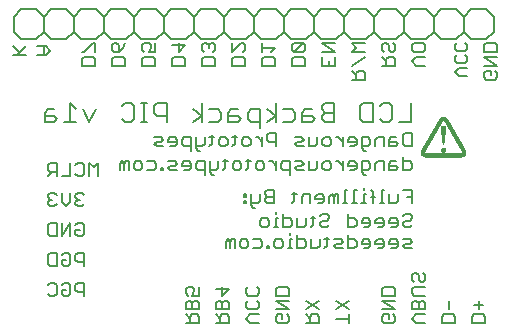
<source format=gbo>
G75*
G70*
%OFA0B0*%
%FSLAX24Y24*%
%IPPOS*%
%LPD*%
%AMOC8*
5,1,8,0,0,1.08239X$1,22.5*
%
%ADD10C,0.0060*%
%ADD11C,0.0050*%
%ADD12C,0.0080*%
%ADD13R,0.0006X0.0006*%
%ADD14R,0.0006X0.0006*%
%ADD15R,0.0006X0.0006*%
%ADD16R,0.0006X0.0006*%
D10*
X001872Y002391D02*
X001798Y002465D01*
X001872Y002391D02*
X002018Y002391D01*
X002092Y002465D01*
X002092Y002758D01*
X002018Y002832D01*
X001872Y002832D01*
X001798Y002758D01*
X002258Y002758D02*
X002332Y002832D01*
X002479Y002832D01*
X002552Y002758D01*
X002552Y002465D01*
X002479Y002391D01*
X002332Y002391D01*
X002258Y002465D01*
X002258Y002611D01*
X002405Y002611D01*
X002719Y002611D02*
X002792Y002538D01*
X003012Y002538D01*
X003012Y002391D02*
X003012Y002832D01*
X002792Y002832D01*
X002719Y002758D01*
X002719Y002611D01*
X002479Y003391D02*
X002332Y003391D01*
X002258Y003465D01*
X002258Y003611D01*
X002405Y003611D01*
X002552Y003465D02*
X002479Y003391D01*
X002552Y003465D02*
X002552Y003758D01*
X002479Y003832D01*
X002332Y003832D01*
X002258Y003758D01*
X002092Y003832D02*
X001872Y003832D01*
X001798Y003758D01*
X001798Y003465D01*
X001872Y003391D01*
X002092Y003391D01*
X002092Y003832D01*
X002092Y004391D02*
X001872Y004391D01*
X001798Y004465D01*
X001798Y004758D01*
X001872Y004832D01*
X002092Y004832D01*
X002092Y004391D01*
X002258Y004391D02*
X002258Y004832D01*
X002552Y004832D02*
X002258Y004391D01*
X002552Y004391D02*
X002552Y004832D01*
X002719Y004758D02*
X002792Y004832D01*
X002939Y004832D01*
X003012Y004758D01*
X003012Y004465D01*
X002939Y004391D01*
X002792Y004391D01*
X002719Y004465D01*
X002719Y004611D01*
X002866Y004611D01*
X002792Y005391D02*
X002939Y005391D01*
X003012Y005465D01*
X002866Y005611D02*
X002792Y005611D01*
X002719Y005538D01*
X002719Y005465D01*
X002792Y005391D01*
X002792Y005611D02*
X002719Y005685D01*
X002719Y005758D01*
X002792Y005832D01*
X002939Y005832D01*
X003012Y005758D01*
X002552Y005832D02*
X002552Y005538D01*
X002405Y005391D01*
X002258Y005538D01*
X002258Y005832D01*
X002092Y005758D02*
X002018Y005832D01*
X001872Y005832D01*
X001798Y005758D01*
X001798Y005685D01*
X001872Y005611D01*
X001798Y005538D01*
X001798Y005465D01*
X001872Y005391D01*
X002018Y005391D01*
X002092Y005465D01*
X001945Y005611D02*
X001872Y005611D01*
X001798Y006391D02*
X001945Y006538D01*
X001872Y006538D02*
X002092Y006538D01*
X002092Y006391D02*
X002092Y006832D01*
X001872Y006832D01*
X001798Y006758D01*
X001798Y006611D01*
X001872Y006538D01*
X002259Y006391D02*
X002552Y006391D01*
X002552Y006832D01*
X002719Y006758D02*
X002792Y006832D01*
X002939Y006832D01*
X003012Y006758D01*
X003012Y006465D01*
X002939Y006391D01*
X002792Y006391D01*
X002719Y006465D01*
X003179Y006391D02*
X003179Y006832D01*
X003326Y006685D01*
X003473Y006832D01*
X003473Y006391D01*
X004200Y006591D02*
X004200Y006811D01*
X004274Y006885D01*
X004347Y006811D01*
X004347Y006591D01*
X004494Y006591D02*
X004494Y006885D01*
X004421Y006885D01*
X004347Y006811D01*
X004661Y006811D02*
X004661Y006665D01*
X004734Y006591D01*
X004881Y006591D01*
X004954Y006665D01*
X004954Y006811D01*
X004881Y006885D01*
X004734Y006885D01*
X004661Y006811D01*
X005121Y006885D02*
X005341Y006885D01*
X005415Y006811D01*
X005415Y006665D01*
X005341Y006591D01*
X005121Y006591D01*
X005572Y006591D02*
X005645Y006591D01*
X005645Y006665D01*
X005572Y006665D01*
X005572Y006591D01*
X005812Y006665D02*
X005885Y006738D01*
X006032Y006738D01*
X006105Y006811D01*
X006032Y006885D01*
X005812Y006885D01*
X005812Y006665D02*
X005885Y006591D01*
X006105Y006591D01*
X006272Y006738D02*
X006566Y006738D01*
X006566Y006665D02*
X006566Y006811D01*
X006492Y006885D01*
X006345Y006885D01*
X006272Y006811D01*
X006272Y006738D01*
X006345Y006591D02*
X006492Y006591D01*
X006566Y006665D01*
X006732Y006665D02*
X006732Y006811D01*
X006806Y006885D01*
X007026Y006885D01*
X007026Y006444D01*
X007026Y006591D02*
X006806Y006591D01*
X006732Y006665D01*
X007193Y006591D02*
X007413Y006591D01*
X007486Y006665D01*
X007486Y006885D01*
X007646Y006885D02*
X007793Y006885D01*
X007720Y006958D02*
X007720Y006665D01*
X007646Y006591D01*
X007340Y006444D02*
X007266Y006444D01*
X007193Y006518D01*
X007193Y006885D01*
X006879Y007244D02*
X006806Y007244D01*
X006732Y007318D01*
X006732Y007685D01*
X006566Y007685D02*
X006345Y007685D01*
X006272Y007611D01*
X006272Y007465D01*
X006345Y007391D01*
X006566Y007391D01*
X006566Y007244D02*
X006566Y007685D01*
X006732Y007391D02*
X006953Y007391D01*
X007026Y007465D01*
X007026Y007685D01*
X007186Y007685D02*
X007333Y007685D01*
X007259Y007758D02*
X007259Y007465D01*
X007186Y007391D01*
X007500Y007465D02*
X007500Y007611D01*
X007573Y007685D01*
X007720Y007685D01*
X007793Y007611D01*
X007793Y007465D01*
X007720Y007391D01*
X007573Y007391D01*
X007500Y007465D01*
X007953Y007391D02*
X008027Y007465D01*
X008027Y007758D01*
X008100Y007685D02*
X007953Y007685D01*
X008267Y007611D02*
X008267Y007465D01*
X008340Y007391D01*
X008487Y007391D01*
X008560Y007465D01*
X008560Y007611D01*
X008487Y007685D01*
X008340Y007685D01*
X008267Y007611D01*
X008724Y007685D02*
X008797Y007685D01*
X008944Y007538D01*
X008944Y007391D02*
X008944Y007685D01*
X009111Y007758D02*
X009111Y007611D01*
X009184Y007538D01*
X009404Y007538D01*
X009404Y007391D02*
X009404Y007832D01*
X009184Y007832D01*
X009111Y007758D01*
X010032Y007685D02*
X010252Y007685D01*
X010325Y007611D01*
X010252Y007538D01*
X010105Y007538D01*
X010032Y007465D01*
X010105Y007391D01*
X010325Y007391D01*
X010492Y007391D02*
X010492Y007685D01*
X010786Y007685D02*
X010786Y007465D01*
X010712Y007391D01*
X010492Y007391D01*
X010952Y007465D02*
X010952Y007611D01*
X011026Y007685D01*
X011172Y007685D01*
X011246Y007611D01*
X011246Y007465D01*
X011172Y007391D01*
X011026Y007391D01*
X010952Y007465D01*
X011409Y007685D02*
X011483Y007685D01*
X011629Y007538D01*
X011629Y007391D02*
X011629Y007685D01*
X011796Y007611D02*
X011796Y007538D01*
X012090Y007538D01*
X012090Y007465D02*
X012090Y007611D01*
X012016Y007685D01*
X011870Y007685D01*
X011796Y007611D01*
X011870Y007391D02*
X012016Y007391D01*
X012090Y007465D01*
X012257Y007391D02*
X012477Y007391D01*
X012550Y007465D01*
X012550Y007611D01*
X012477Y007685D01*
X012257Y007685D01*
X012257Y007318D01*
X012330Y007244D01*
X012403Y007244D01*
X012717Y007391D02*
X012717Y007611D01*
X012790Y007685D01*
X013011Y007685D01*
X013011Y007391D01*
X013177Y007391D02*
X013398Y007391D01*
X013471Y007465D01*
X013398Y007538D01*
X013177Y007538D01*
X013177Y007611D02*
X013177Y007391D01*
X013177Y007611D02*
X013251Y007685D01*
X013398Y007685D01*
X013638Y007758D02*
X013638Y007465D01*
X013711Y007391D01*
X013931Y007391D01*
X013931Y007832D01*
X013711Y007832D01*
X013638Y007758D01*
X013638Y007032D02*
X013638Y006591D01*
X013858Y006591D01*
X013931Y006665D01*
X013931Y006811D01*
X013858Y006885D01*
X013638Y006885D01*
X013398Y006885D02*
X013251Y006885D01*
X013177Y006811D01*
X013177Y006591D01*
X013398Y006591D01*
X013471Y006665D01*
X013398Y006738D01*
X013177Y006738D01*
X013011Y006591D02*
X013011Y006885D01*
X012790Y006885D01*
X012717Y006811D01*
X012717Y006591D01*
X012550Y006665D02*
X012550Y006811D01*
X012477Y006885D01*
X012257Y006885D01*
X012257Y006518D01*
X012330Y006444D01*
X012403Y006444D01*
X012477Y006591D02*
X012257Y006591D01*
X012090Y006665D02*
X012090Y006811D01*
X012016Y006885D01*
X011870Y006885D01*
X011796Y006811D01*
X011796Y006738D01*
X012090Y006738D01*
X012090Y006665D02*
X012016Y006591D01*
X011870Y006591D01*
X011629Y006591D02*
X011629Y006885D01*
X011483Y006885D02*
X011629Y006738D01*
X011483Y006885D02*
X011409Y006885D01*
X011246Y006811D02*
X011246Y006665D01*
X011172Y006591D01*
X011026Y006591D01*
X010952Y006665D01*
X010952Y006811D01*
X011026Y006885D01*
X011172Y006885D01*
X011246Y006811D01*
X010786Y006885D02*
X010786Y006665D01*
X010712Y006591D01*
X010492Y006591D01*
X010492Y006885D01*
X010325Y006811D02*
X010252Y006885D01*
X010032Y006885D01*
X010105Y006738D02*
X010252Y006738D01*
X010325Y006811D01*
X010325Y006591D02*
X010105Y006591D01*
X010032Y006665D01*
X010105Y006738D01*
X009865Y006591D02*
X009645Y006591D01*
X009571Y006665D01*
X009571Y006811D01*
X009645Y006885D01*
X009865Y006885D01*
X009865Y006444D01*
X009404Y006591D02*
X009404Y006885D01*
X009258Y006885D02*
X009184Y006885D01*
X009258Y006885D02*
X009404Y006738D01*
X009021Y006665D02*
X008947Y006591D01*
X008801Y006591D01*
X008727Y006665D01*
X008727Y006811D01*
X008801Y006885D01*
X008947Y006885D01*
X009021Y006811D01*
X009021Y006665D01*
X008560Y006885D02*
X008414Y006885D01*
X008487Y006958D02*
X008487Y006665D01*
X008414Y006591D01*
X008254Y006665D02*
X008254Y006811D01*
X008180Y006885D01*
X008033Y006885D01*
X007960Y006811D01*
X007960Y006665D01*
X008033Y006591D01*
X008180Y006591D01*
X008254Y006665D01*
X008334Y005785D02*
X008334Y005711D01*
X008407Y005711D01*
X008407Y005785D01*
X008334Y005785D01*
X008334Y005565D02*
X008334Y005491D01*
X008407Y005491D01*
X008407Y005565D01*
X008334Y005565D01*
X008574Y005491D02*
X008794Y005491D01*
X008867Y005565D01*
X008867Y005785D01*
X009034Y005785D02*
X009108Y005711D01*
X009328Y005711D01*
X009328Y005491D02*
X009108Y005491D01*
X009034Y005565D01*
X009034Y005638D01*
X009108Y005711D01*
X009034Y005785D02*
X009034Y005858D01*
X009108Y005932D01*
X009328Y005932D01*
X009328Y005491D01*
X009408Y005205D02*
X009408Y005132D01*
X009408Y004985D02*
X009408Y004691D01*
X009481Y004691D02*
X009334Y004691D01*
X009174Y004765D02*
X009101Y004691D01*
X008954Y004691D01*
X008881Y004765D01*
X008881Y004911D01*
X008954Y004985D01*
X009101Y004985D01*
X009174Y004911D01*
X009174Y004765D01*
X009408Y004985D02*
X009481Y004985D01*
X009648Y004985D02*
X009868Y004985D01*
X009942Y004911D01*
X009942Y004765D01*
X009868Y004691D01*
X009648Y004691D01*
X009648Y005132D01*
X010108Y004985D02*
X010108Y004691D01*
X010329Y004691D01*
X010402Y004765D01*
X010402Y004985D01*
X010562Y004985D02*
X010709Y004985D01*
X010635Y005058D02*
X010635Y004765D01*
X010562Y004691D01*
X010876Y004765D02*
X010949Y004691D01*
X011096Y004691D01*
X011169Y004765D01*
X011096Y004911D02*
X010949Y004911D01*
X010876Y004838D01*
X010876Y004765D01*
X011096Y004911D02*
X011169Y004985D01*
X011169Y005058D01*
X011096Y005132D01*
X010949Y005132D01*
X010876Y005058D01*
X010942Y005491D02*
X010796Y005491D01*
X010942Y005491D02*
X011016Y005565D01*
X011016Y005711D01*
X010942Y005785D01*
X010796Y005785D01*
X010722Y005711D01*
X010722Y005638D01*
X011016Y005638D01*
X011183Y005711D02*
X011183Y005491D01*
X011329Y005491D02*
X011329Y005711D01*
X011256Y005785D01*
X011183Y005711D01*
X011329Y005711D02*
X011403Y005785D01*
X011476Y005785D01*
X011476Y005491D01*
X011636Y005491D02*
X011783Y005491D01*
X011710Y005491D02*
X011710Y005932D01*
X011783Y005932D01*
X012016Y005932D02*
X012016Y005491D01*
X011943Y005491D02*
X012090Y005491D01*
X012250Y005491D02*
X012397Y005491D01*
X012323Y005491D02*
X012323Y005785D01*
X012397Y005785D01*
X012323Y005932D02*
X012323Y006005D01*
X012090Y005932D02*
X012016Y005932D01*
X012557Y005932D02*
X012630Y005858D01*
X012630Y005491D01*
X012557Y005711D02*
X012704Y005711D01*
X012864Y005491D02*
X013011Y005491D01*
X012937Y005491D02*
X012937Y005932D01*
X013011Y005932D01*
X013177Y005785D02*
X013177Y005491D01*
X013398Y005491D01*
X013471Y005565D01*
X013471Y005785D01*
X013638Y005932D02*
X013931Y005932D01*
X013931Y005491D01*
X013931Y005711D02*
X013784Y005711D01*
X013711Y005132D02*
X013858Y005132D01*
X013931Y005058D01*
X013931Y004985D01*
X013858Y004911D01*
X013711Y004911D01*
X013638Y004838D01*
X013638Y004765D01*
X013711Y004691D01*
X013858Y004691D01*
X013931Y004765D01*
X013638Y005058D02*
X013711Y005132D01*
X013471Y004911D02*
X013398Y004985D01*
X013251Y004985D01*
X013177Y004911D01*
X013177Y004838D01*
X013471Y004838D01*
X013471Y004765D02*
X013471Y004911D01*
X013471Y004765D02*
X013398Y004691D01*
X013251Y004691D01*
X013011Y004765D02*
X013011Y004911D01*
X012937Y004985D01*
X012790Y004985D01*
X012717Y004911D01*
X012717Y004838D01*
X013011Y004838D01*
X013011Y004765D02*
X012937Y004691D01*
X012790Y004691D01*
X012550Y004765D02*
X012550Y004911D01*
X012477Y004985D01*
X012330Y004985D01*
X012257Y004911D01*
X012257Y004838D01*
X012550Y004838D01*
X012550Y004765D02*
X012477Y004691D01*
X012330Y004691D01*
X012090Y004765D02*
X012090Y004911D01*
X012016Y004985D01*
X011796Y004985D01*
X011796Y005132D02*
X011796Y004691D01*
X012016Y004691D01*
X012090Y004765D01*
X011796Y004432D02*
X011796Y003991D01*
X012016Y003991D01*
X012090Y004065D01*
X012090Y004211D01*
X012016Y004285D01*
X011796Y004285D01*
X011629Y004211D02*
X011556Y004138D01*
X011409Y004138D01*
X011336Y004065D01*
X011409Y003991D01*
X011629Y003991D01*
X011629Y004211D02*
X011556Y004285D01*
X011336Y004285D01*
X011169Y004285D02*
X011022Y004285D01*
X011096Y004358D02*
X011096Y004065D01*
X011022Y003991D01*
X010862Y004065D02*
X010789Y003991D01*
X010569Y003991D01*
X010569Y004285D01*
X010402Y004211D02*
X010402Y004065D01*
X010329Y003991D01*
X010108Y003991D01*
X010108Y004432D01*
X010108Y004285D02*
X010329Y004285D01*
X010402Y004211D01*
X010862Y004285D02*
X010862Y004065D01*
X009942Y003991D02*
X009795Y003991D01*
X009868Y003991D02*
X009868Y004285D01*
X009942Y004285D01*
X009868Y004432D02*
X009868Y004505D01*
X009635Y004211D02*
X009561Y004285D01*
X009414Y004285D01*
X009341Y004211D01*
X009341Y004065D01*
X009414Y003991D01*
X009561Y003991D01*
X009635Y004065D01*
X009635Y004211D01*
X009174Y004065D02*
X009174Y003991D01*
X009101Y003991D01*
X009101Y004065D01*
X009174Y004065D01*
X008944Y004065D02*
X008944Y004211D01*
X008871Y004285D01*
X008651Y004285D01*
X008484Y004211D02*
X008484Y004065D01*
X008410Y003991D01*
X008264Y003991D01*
X008190Y004065D01*
X008190Y004211D01*
X008264Y004285D01*
X008410Y004285D01*
X008484Y004211D01*
X008651Y003991D02*
X008871Y003991D01*
X008944Y004065D01*
X008023Y003991D02*
X008023Y004285D01*
X007950Y004285D01*
X007877Y004211D01*
X007803Y004285D01*
X007730Y004211D01*
X007730Y003991D01*
X007877Y003991D02*
X007877Y004211D01*
X008647Y005344D02*
X008721Y005344D01*
X008647Y005344D02*
X008574Y005418D01*
X008574Y005785D01*
X009948Y005785D02*
X010095Y005785D01*
X010022Y005858D02*
X010022Y005565D01*
X009948Y005491D01*
X010262Y005491D02*
X010262Y005711D01*
X010335Y005785D01*
X010555Y005785D01*
X010555Y005491D01*
X012257Y004211D02*
X012257Y004138D01*
X012550Y004138D01*
X012550Y004065D02*
X012550Y004211D01*
X012477Y004285D01*
X012330Y004285D01*
X012257Y004211D01*
X012477Y003991D02*
X012550Y004065D01*
X012477Y003991D02*
X012330Y003991D01*
X012717Y004138D02*
X012717Y004211D01*
X012790Y004285D01*
X012937Y004285D01*
X013011Y004211D01*
X013011Y004065D01*
X012937Y003991D01*
X012790Y003991D01*
X012717Y004138D02*
X013011Y004138D01*
X013177Y004138D02*
X013177Y004211D01*
X013251Y004285D01*
X013398Y004285D01*
X013471Y004211D01*
X013471Y004065D01*
X013398Y003991D01*
X013251Y003991D01*
X013177Y004138D02*
X013471Y004138D01*
X013638Y004065D02*
X013711Y003991D01*
X013931Y003991D01*
X013858Y004138D02*
X013711Y004138D01*
X013638Y004065D01*
X013638Y004285D02*
X013858Y004285D01*
X013931Y004211D01*
X013858Y004138D01*
X014015Y003166D02*
X013941Y003092D01*
X013941Y002946D01*
X014015Y002872D01*
X014161Y002946D02*
X014161Y003092D01*
X014088Y003166D01*
X014015Y003166D01*
X014308Y003166D02*
X014382Y003092D01*
X014382Y002946D01*
X014308Y002872D01*
X014235Y002872D01*
X014161Y002946D01*
X014015Y002706D02*
X014382Y002706D01*
X014382Y002412D02*
X014015Y002412D01*
X013941Y002485D01*
X013941Y002632D01*
X014015Y002706D01*
X014015Y002245D02*
X013941Y002172D01*
X013941Y001952D01*
X014382Y001952D01*
X014382Y002172D01*
X014308Y002245D01*
X014235Y002245D01*
X014161Y002172D01*
X014161Y001952D01*
X014088Y001785D02*
X014382Y001785D01*
X014382Y001491D02*
X014088Y001491D01*
X013941Y001638D01*
X014088Y001785D01*
X014161Y002172D02*
X014088Y002245D01*
X014015Y002245D01*
X013382Y002245D02*
X012941Y002245D01*
X013382Y001952D01*
X012941Y001952D01*
X013015Y001785D02*
X013161Y001785D01*
X013161Y001638D01*
X013015Y001491D02*
X012941Y001565D01*
X012941Y001711D01*
X013015Y001785D01*
X013308Y001785D02*
X013382Y001711D01*
X013382Y001565D01*
X013308Y001491D01*
X013015Y001491D01*
X012941Y002412D02*
X012941Y002632D01*
X013015Y002706D01*
X013308Y002706D01*
X013382Y002632D01*
X013382Y002412D01*
X012941Y002412D01*
X011832Y002245D02*
X011391Y001952D01*
X011391Y002245D02*
X011832Y001952D01*
X011832Y001785D02*
X011832Y001491D01*
X011832Y001638D02*
X011391Y001638D01*
X010832Y001711D02*
X010832Y001491D01*
X010391Y001491D01*
X010538Y001491D02*
X010538Y001711D01*
X010611Y001785D01*
X010758Y001785D01*
X010832Y001711D01*
X010832Y001952D02*
X010391Y002245D01*
X010391Y001952D02*
X010832Y002245D01*
X010391Y001785D02*
X010538Y001638D01*
X009832Y001565D02*
X009758Y001491D01*
X009465Y001491D01*
X009391Y001565D01*
X009391Y001711D01*
X009465Y001785D01*
X009611Y001785D01*
X009611Y001638D01*
X009758Y001785D02*
X009832Y001711D01*
X009832Y001565D01*
X009832Y001952D02*
X009391Y001952D01*
X009391Y002245D02*
X009832Y002245D01*
X009832Y002412D02*
X009832Y002632D01*
X009758Y002706D01*
X009465Y002706D01*
X009391Y002632D01*
X009391Y002412D01*
X009832Y002412D01*
X009832Y001952D02*
X009391Y002245D01*
X008832Y002172D02*
X008832Y002025D01*
X008758Y001952D01*
X008465Y001952D01*
X008391Y002025D01*
X008391Y002172D01*
X008465Y002245D01*
X008465Y002412D02*
X008391Y002485D01*
X008391Y002632D01*
X008465Y002706D01*
X008758Y002706D02*
X008832Y002632D01*
X008832Y002485D01*
X008758Y002412D01*
X008465Y002412D01*
X008758Y002245D02*
X008832Y002172D01*
X008832Y001785D02*
X008538Y001785D01*
X008391Y001638D01*
X008538Y001491D01*
X008832Y001491D01*
X007832Y001491D02*
X007832Y001711D01*
X007758Y001785D01*
X007611Y001785D01*
X007538Y001711D01*
X007538Y001491D01*
X007391Y001491D02*
X007832Y001491D01*
X007538Y001638D02*
X007391Y001785D01*
X007391Y001952D02*
X007391Y002172D01*
X007465Y002245D01*
X007538Y002245D01*
X007611Y002172D01*
X007611Y001952D01*
X007391Y001952D02*
X007832Y001952D01*
X007832Y002172D01*
X007758Y002245D01*
X007685Y002245D01*
X007611Y002172D01*
X007611Y002412D02*
X007611Y002706D01*
X007391Y002632D02*
X007832Y002632D01*
X007611Y002412D01*
X006832Y002412D02*
X006611Y002412D01*
X006685Y002559D01*
X006685Y002632D01*
X006611Y002706D01*
X006465Y002706D01*
X006391Y002632D01*
X006391Y002485D01*
X006465Y002412D01*
X006465Y002245D02*
X006391Y002172D01*
X006391Y001952D01*
X006832Y001952D01*
X006832Y002172D01*
X006758Y002245D01*
X006685Y002245D01*
X006611Y002172D01*
X006611Y001952D01*
X006611Y001785D02*
X006538Y001711D01*
X006538Y001491D01*
X006391Y001491D02*
X006832Y001491D01*
X006832Y001711D01*
X006758Y001785D01*
X006611Y001785D01*
X006538Y001638D02*
X006391Y001785D01*
X006611Y002172D02*
X006538Y002245D01*
X006465Y002245D01*
X006832Y002412D02*
X006832Y002706D01*
X003012Y003391D02*
X003012Y003832D01*
X002792Y003832D01*
X002719Y003758D01*
X002719Y003611D01*
X002792Y003538D01*
X003012Y003538D01*
X005425Y007391D02*
X005351Y007465D01*
X005425Y007538D01*
X005572Y007538D01*
X005645Y007611D01*
X005572Y007685D01*
X005351Y007685D01*
X005425Y007391D02*
X005645Y007391D01*
X005812Y007538D02*
X006105Y007538D01*
X006105Y007465D02*
X006105Y007611D01*
X006032Y007685D01*
X005885Y007685D01*
X005812Y007611D01*
X005812Y007538D01*
X005885Y007391D02*
X006032Y007391D01*
X006105Y007465D01*
X005941Y010071D02*
X005941Y010291D01*
X006015Y010364D01*
X006308Y010364D01*
X006382Y010291D01*
X006382Y010071D01*
X005941Y010071D01*
X006161Y010531D02*
X006161Y010824D01*
X005941Y010751D02*
X006382Y010751D01*
X006161Y010531D01*
X005911Y010961D02*
X006411Y010961D01*
X006661Y011211D01*
X006911Y010961D01*
X007411Y010961D01*
X007661Y011211D01*
X007911Y010961D01*
X008411Y010961D01*
X008661Y011211D01*
X008911Y010961D01*
X009411Y010961D01*
X009661Y011211D01*
X009911Y010961D01*
X010411Y010961D01*
X010661Y011211D01*
X010911Y010961D01*
X011411Y010961D01*
X011661Y011211D01*
X011911Y010961D01*
X012411Y010961D01*
X012661Y011211D01*
X012911Y010961D01*
X013411Y010961D01*
X013661Y011211D01*
X013911Y010961D01*
X014411Y010961D01*
X014661Y011211D01*
X014911Y010961D01*
X015411Y010961D01*
X015661Y011211D01*
X015911Y010961D01*
X016411Y010961D01*
X016661Y011211D01*
X016661Y011711D01*
X016411Y011961D01*
X015911Y011961D01*
X015661Y011711D01*
X015411Y011961D01*
X014911Y011961D01*
X014661Y011711D01*
X014661Y011211D01*
X014308Y010824D02*
X014382Y010751D01*
X014382Y010604D01*
X014308Y010531D01*
X014015Y010531D01*
X013941Y010604D01*
X013941Y010751D01*
X014015Y010824D01*
X014308Y010824D01*
X013661Y011211D02*
X013661Y011711D01*
X013411Y011961D01*
X012911Y011961D01*
X012661Y011711D01*
X012411Y011961D01*
X011911Y011961D01*
X011661Y011711D01*
X011661Y011211D01*
X011382Y010824D02*
X010941Y010824D01*
X011382Y010531D01*
X010941Y010531D01*
X010941Y010364D02*
X010941Y010071D01*
X011382Y010071D01*
X011382Y010364D01*
X011161Y010217D02*
X011161Y010071D01*
X010382Y010071D02*
X010382Y010291D01*
X010308Y010364D01*
X010015Y010364D01*
X009941Y010291D01*
X009941Y010071D01*
X010382Y010071D01*
X010308Y010531D02*
X010015Y010531D01*
X010308Y010824D01*
X010015Y010824D01*
X009941Y010751D01*
X009941Y010604D01*
X010015Y010531D01*
X010308Y010531D02*
X010382Y010604D01*
X010382Y010751D01*
X010308Y010824D01*
X010661Y011211D02*
X010661Y011711D01*
X010411Y011961D01*
X009911Y011961D01*
X009661Y011711D01*
X009411Y011961D01*
X008911Y011961D01*
X008661Y011711D01*
X008661Y011211D01*
X008941Y010824D02*
X008941Y010531D01*
X008941Y010678D02*
X009382Y010678D01*
X009235Y010531D01*
X009308Y010364D02*
X009015Y010364D01*
X008941Y010291D01*
X008941Y010071D01*
X009382Y010071D01*
X009382Y010291D01*
X009308Y010364D01*
X008382Y010291D02*
X008382Y010071D01*
X007941Y010071D01*
X007941Y010291D01*
X008015Y010364D01*
X008308Y010364D01*
X008382Y010291D01*
X008308Y010531D02*
X008382Y010604D01*
X008382Y010751D01*
X008308Y010824D01*
X008235Y010824D01*
X007941Y010531D01*
X007941Y010824D01*
X007661Y011211D02*
X007661Y011711D01*
X007411Y011961D01*
X006911Y011961D01*
X006661Y011711D01*
X006411Y011961D01*
X005911Y011961D01*
X005661Y011711D01*
X005661Y011211D01*
X005911Y010961D01*
X005661Y011211D02*
X005411Y010961D01*
X004911Y010961D01*
X004661Y011211D01*
X004411Y010961D01*
X003911Y010961D01*
X003661Y011211D01*
X003411Y010961D01*
X002911Y010961D01*
X002661Y011211D01*
X002661Y011711D01*
X002911Y011961D01*
X003411Y011961D01*
X003661Y011711D01*
X003661Y011211D01*
X003382Y010824D02*
X003308Y010824D01*
X003015Y010531D01*
X002941Y010531D01*
X003015Y010364D02*
X002941Y010291D01*
X002941Y010071D01*
X003382Y010071D01*
X003382Y010291D01*
X003308Y010364D01*
X003015Y010364D01*
X003382Y010531D02*
X003382Y010824D01*
X003941Y010751D02*
X003941Y010604D01*
X004015Y010531D01*
X004161Y010531D01*
X004161Y010751D01*
X004088Y010824D01*
X004015Y010824D01*
X003941Y010751D01*
X004161Y010531D02*
X004308Y010678D01*
X004382Y010824D01*
X004661Y011211D02*
X004661Y011711D01*
X004411Y011961D01*
X003911Y011961D01*
X003661Y011711D01*
X002661Y011711D02*
X002411Y011961D01*
X001911Y011961D01*
X001661Y011711D01*
X001411Y011961D01*
X000911Y011961D01*
X000661Y011711D01*
X000661Y011211D01*
X000911Y010961D01*
X001411Y010961D01*
X001661Y011211D01*
X001911Y010961D01*
X002411Y010961D01*
X002661Y011211D01*
X001882Y010578D02*
X001735Y010724D01*
X001441Y010724D01*
X001661Y010724D02*
X001661Y010431D01*
X001735Y010431D02*
X001882Y010578D01*
X001735Y010431D02*
X001441Y010431D01*
X001082Y010431D02*
X000641Y010431D01*
X000788Y010431D02*
X001082Y010724D01*
X000861Y010504D02*
X000641Y010724D01*
X001661Y011211D02*
X001661Y011711D01*
X003941Y010291D02*
X003941Y010071D01*
X004382Y010071D01*
X004382Y010291D01*
X004308Y010364D01*
X004015Y010364D01*
X003941Y010291D01*
X004941Y010291D02*
X004941Y010071D01*
X005382Y010071D01*
X005382Y010291D01*
X005308Y010364D01*
X005015Y010364D01*
X004941Y010291D01*
X005015Y010531D02*
X004941Y010604D01*
X004941Y010751D01*
X005015Y010824D01*
X005161Y010824D01*
X005235Y010751D01*
X005235Y010678D01*
X005161Y010531D01*
X005382Y010531D01*
X005382Y010824D01*
X005661Y011711D02*
X005411Y011961D01*
X004911Y011961D01*
X004661Y011711D01*
X006661Y011711D02*
X006661Y011211D01*
X007015Y010824D02*
X006941Y010751D01*
X006941Y010604D01*
X007015Y010531D01*
X007161Y010678D02*
X007161Y010751D01*
X007088Y010824D01*
X007015Y010824D01*
X007161Y010751D02*
X007235Y010824D01*
X007308Y010824D01*
X007382Y010751D01*
X007382Y010604D01*
X007308Y010531D01*
X007308Y010364D02*
X007015Y010364D01*
X006941Y010291D01*
X006941Y010071D01*
X007382Y010071D01*
X007382Y010291D01*
X007308Y010364D01*
X007661Y011711D02*
X007911Y011961D01*
X008411Y011961D01*
X008661Y011711D01*
X009661Y011711D02*
X009661Y011211D01*
X010661Y011711D02*
X010911Y011961D01*
X011411Y011961D01*
X011661Y011711D01*
X011941Y010824D02*
X012382Y010824D01*
X012088Y010678D02*
X011941Y010824D01*
X012088Y010678D02*
X011941Y010531D01*
X012382Y010531D01*
X012382Y010364D02*
X011941Y010070D01*
X011941Y009904D02*
X012088Y009757D01*
X012088Y009830D02*
X012088Y009610D01*
X011941Y009610D02*
X012382Y009610D01*
X012382Y009830D01*
X012308Y009904D01*
X012161Y009904D01*
X012088Y009830D01*
X012941Y010071D02*
X013382Y010071D01*
X013382Y010291D01*
X013308Y010364D01*
X013161Y010364D01*
X013088Y010291D01*
X013088Y010071D01*
X013088Y010217D02*
X012941Y010364D01*
X013015Y010531D02*
X012941Y010604D01*
X012941Y010751D01*
X013015Y010824D01*
X013088Y010824D01*
X013161Y010751D01*
X013161Y010604D01*
X013235Y010531D01*
X013308Y010531D01*
X013382Y010604D01*
X013382Y010751D01*
X013308Y010824D01*
X012661Y011211D02*
X012661Y011711D01*
X013661Y011711D02*
X013911Y011961D01*
X014411Y011961D01*
X014661Y011711D01*
X015661Y011711D02*
X015661Y011211D01*
X016341Y010751D02*
X016341Y010531D01*
X016782Y010531D01*
X016782Y010751D01*
X016708Y010824D01*
X016415Y010824D01*
X016341Y010751D01*
X016341Y010364D02*
X016782Y010364D01*
X016782Y010070D02*
X016341Y010364D01*
X016341Y010070D02*
X016782Y010070D01*
X016708Y009904D02*
X016782Y009830D01*
X016782Y009684D01*
X016708Y009610D01*
X016415Y009610D01*
X016341Y009684D01*
X016341Y009830D01*
X016415Y009904D01*
X016561Y009904D01*
X016561Y009757D01*
X014382Y010071D02*
X014088Y010071D01*
X013941Y010217D01*
X014088Y010364D01*
X014382Y010364D01*
X012550Y006665D02*
X012477Y006591D01*
X015161Y002245D02*
X015161Y001952D01*
X015015Y001785D02*
X015308Y001785D01*
X015382Y001711D01*
X015382Y001491D01*
X014941Y001491D01*
X014941Y001711D01*
X015015Y001785D01*
X015941Y001711D02*
X015941Y001491D01*
X016382Y001491D01*
X016382Y001711D01*
X016308Y001785D01*
X016015Y001785D01*
X015941Y001711D01*
X016161Y001952D02*
X016161Y002245D01*
X016308Y002098D02*
X016015Y002098D01*
D11*
X015787Y009743D02*
X015520Y009743D01*
X015386Y009877D01*
X015520Y010010D01*
X015787Y010010D01*
X015720Y010158D02*
X015453Y010158D01*
X015386Y010224D01*
X015386Y010358D01*
X015453Y010424D01*
X015453Y010572D02*
X015386Y010639D01*
X015386Y010772D01*
X015453Y010839D01*
X015720Y010839D02*
X015787Y010772D01*
X015787Y010639D01*
X015720Y010572D01*
X015453Y010572D01*
X015720Y010424D02*
X015787Y010358D01*
X015787Y010224D01*
X015720Y010158D01*
D12*
X013921Y008822D02*
X013921Y008201D01*
X013508Y008201D01*
X013277Y008305D02*
X013173Y008201D01*
X012966Y008201D01*
X012863Y008305D01*
X012632Y008201D02*
X012322Y008201D01*
X012219Y008305D01*
X012219Y008718D01*
X012322Y008822D01*
X012632Y008822D01*
X012632Y008201D01*
X012863Y008718D02*
X012966Y008822D01*
X013173Y008822D01*
X013277Y008718D01*
X013277Y008305D01*
X011343Y008201D02*
X011033Y008201D01*
X010929Y008305D01*
X010929Y008408D01*
X011033Y008511D01*
X011343Y008511D01*
X011033Y008511D02*
X010929Y008615D01*
X010929Y008718D01*
X011033Y008822D01*
X011343Y008822D01*
X011343Y008201D01*
X010699Y008305D02*
X010595Y008408D01*
X010285Y008408D01*
X010285Y008511D02*
X010285Y008201D01*
X010595Y008201D01*
X010699Y008305D01*
X010595Y008615D02*
X010388Y008615D01*
X010285Y008511D01*
X010054Y008511D02*
X010054Y008305D01*
X009951Y008201D01*
X009640Y008201D01*
X009410Y008201D02*
X009410Y008822D01*
X009099Y008615D02*
X009410Y008408D01*
X009099Y008201D01*
X008872Y008201D02*
X008562Y008201D01*
X008459Y008305D01*
X008459Y008511D01*
X008562Y008615D01*
X008872Y008615D01*
X008872Y007994D01*
X008228Y008305D02*
X008125Y008408D01*
X007814Y008408D01*
X007814Y008511D02*
X007814Y008201D01*
X008125Y008201D01*
X008228Y008305D01*
X008125Y008615D02*
X007918Y008615D01*
X007814Y008511D01*
X007583Y008511D02*
X007583Y008305D01*
X007480Y008201D01*
X007170Y008201D01*
X006939Y008201D02*
X006939Y008822D01*
X007170Y008615D02*
X007480Y008615D01*
X007583Y008511D01*
X006939Y008408D02*
X006629Y008615D01*
X006939Y008408D02*
X006629Y008201D01*
X005757Y008201D02*
X005757Y008822D01*
X005447Y008822D01*
X005344Y008718D01*
X005344Y008511D01*
X005447Y008408D01*
X005757Y008408D01*
X005113Y008201D02*
X004906Y008201D01*
X005009Y008201D02*
X005009Y008822D01*
X004906Y008822D02*
X005113Y008822D01*
X004683Y008718D02*
X004683Y008305D01*
X004580Y008201D01*
X004373Y008201D01*
X004269Y008305D01*
X004269Y008718D02*
X004373Y008822D01*
X004580Y008822D01*
X004683Y008718D01*
X003394Y008615D02*
X003187Y008201D01*
X002980Y008615D01*
X002749Y008615D02*
X002543Y008822D01*
X002543Y008201D01*
X002749Y008201D02*
X002336Y008201D01*
X002105Y008305D02*
X002002Y008408D01*
X001691Y008408D01*
X001691Y008511D02*
X001691Y008201D01*
X002002Y008201D01*
X002105Y008305D01*
X002002Y008615D02*
X001795Y008615D01*
X001691Y008511D01*
X009640Y008615D02*
X009951Y008615D01*
X010054Y008511D01*
D13*
X014282Y007218D03*
X014282Y007206D03*
X014282Y007194D03*
X014282Y007188D03*
X014282Y007176D03*
X014270Y007176D03*
X014270Y007164D03*
X014270Y007158D03*
X014270Y007146D03*
X014270Y007134D03*
X014270Y007128D03*
X014270Y007116D03*
X014282Y007116D03*
X014282Y007104D03*
X014282Y007098D03*
X014282Y007086D03*
X014300Y007086D03*
X014300Y007074D03*
X014300Y007068D03*
X014312Y007068D03*
X014312Y007074D03*
X014312Y007086D03*
X014312Y007098D03*
X014312Y007104D03*
X014300Y007104D03*
X014300Y007098D03*
X014300Y007116D03*
X014300Y007128D03*
X014300Y007134D03*
X014300Y007146D03*
X014300Y007158D03*
X014300Y007164D03*
X014300Y007176D03*
X014300Y007188D03*
X014300Y007194D03*
X014300Y007206D03*
X014300Y007218D03*
X014300Y007224D03*
X014300Y007236D03*
X014300Y007248D03*
X014300Y007254D03*
X014312Y007254D03*
X014312Y007248D03*
X014312Y007236D03*
X014312Y007224D03*
X014312Y007218D03*
X014312Y007206D03*
X014312Y007194D03*
X014312Y007188D03*
X014312Y007176D03*
X014312Y007164D03*
X014312Y007158D03*
X014312Y007146D03*
X014312Y007134D03*
X014312Y007128D03*
X014312Y007116D03*
X014330Y007116D03*
X014330Y007104D03*
X014330Y007098D03*
X014330Y007086D03*
X014330Y007074D03*
X014330Y007068D03*
X014330Y007056D03*
X014330Y007044D03*
X014330Y007038D03*
X014342Y007038D03*
X014342Y007044D03*
X014342Y007056D03*
X014342Y007068D03*
X014342Y007074D03*
X014342Y007086D03*
X014342Y007098D03*
X014342Y007104D03*
X014342Y007116D03*
X014342Y007128D03*
X014342Y007134D03*
X014330Y007134D03*
X014330Y007128D03*
X014330Y007146D03*
X014330Y007158D03*
X014330Y007164D03*
X014330Y007176D03*
X014330Y007188D03*
X014330Y007194D03*
X014330Y007206D03*
X014330Y007218D03*
X014330Y007224D03*
X014330Y007236D03*
X014330Y007248D03*
X014330Y007254D03*
X014330Y007266D03*
X014330Y007278D03*
X014330Y007284D03*
X014330Y007296D03*
X014342Y007296D03*
X014342Y007284D03*
X014342Y007278D03*
X014342Y007266D03*
X014342Y007254D03*
X014342Y007248D03*
X014342Y007236D03*
X014342Y007224D03*
X014342Y007218D03*
X014342Y007206D03*
X014342Y007194D03*
X014342Y007188D03*
X014342Y007176D03*
X014342Y007164D03*
X014342Y007158D03*
X014342Y007146D03*
X014360Y007146D03*
X014360Y007134D03*
X014360Y007128D03*
X014360Y007116D03*
X014360Y007104D03*
X014360Y007098D03*
X014360Y007086D03*
X014360Y007074D03*
X014360Y007068D03*
X014360Y007056D03*
X014360Y007044D03*
X014360Y007038D03*
X014360Y007026D03*
X014372Y007026D03*
X014372Y007038D03*
X014372Y007044D03*
X014372Y007056D03*
X014372Y007068D03*
X014372Y007074D03*
X014372Y007086D03*
X014372Y007098D03*
X014372Y007104D03*
X014372Y007116D03*
X014372Y007128D03*
X014372Y007134D03*
X014390Y007116D03*
X014390Y007104D03*
X014390Y007098D03*
X014390Y007086D03*
X014390Y007074D03*
X014390Y007068D03*
X014390Y007056D03*
X014390Y007044D03*
X014390Y007038D03*
X014390Y007026D03*
X014402Y007026D03*
X014402Y007038D03*
X014402Y007044D03*
X014402Y007056D03*
X014402Y007068D03*
X014402Y007074D03*
X014402Y007086D03*
X014402Y007098D03*
X014402Y007104D03*
X014402Y007116D03*
X014420Y007116D03*
X014420Y007104D03*
X014420Y007098D03*
X014420Y007086D03*
X014420Y007074D03*
X014420Y007068D03*
X014420Y007056D03*
X014420Y007044D03*
X014420Y007038D03*
X014420Y007026D03*
X014432Y007026D03*
X014432Y007038D03*
X014432Y007044D03*
X014432Y007056D03*
X014432Y007068D03*
X014432Y007074D03*
X014432Y007086D03*
X014432Y007098D03*
X014432Y007104D03*
X014432Y007116D03*
X014450Y007116D03*
X014450Y007104D03*
X014450Y007098D03*
X014450Y007086D03*
X014450Y007074D03*
X014450Y007068D03*
X014450Y007056D03*
X014450Y007044D03*
X014450Y007038D03*
X014450Y007026D03*
X014450Y007014D03*
X014462Y007014D03*
X014462Y007026D03*
X014462Y007038D03*
X014462Y007044D03*
X014462Y007056D03*
X014462Y007068D03*
X014462Y007074D03*
X014462Y007086D03*
X014462Y007098D03*
X014462Y007104D03*
X014462Y007116D03*
X014480Y007116D03*
X014480Y007104D03*
X014480Y007098D03*
X014480Y007086D03*
X014480Y007074D03*
X014480Y007068D03*
X014480Y007056D03*
X014480Y007044D03*
X014480Y007038D03*
X014480Y007026D03*
X014492Y007026D03*
X014492Y007038D03*
X014492Y007044D03*
X014492Y007056D03*
X014492Y007068D03*
X014492Y007074D03*
X014492Y007086D03*
X014492Y007098D03*
X014492Y007104D03*
X014492Y007116D03*
X014510Y007116D03*
X014510Y007104D03*
X014510Y007098D03*
X014510Y007086D03*
X014510Y007074D03*
X014510Y007068D03*
X014510Y007056D03*
X014510Y007044D03*
X014510Y007038D03*
X014510Y007026D03*
X014510Y007014D03*
X014522Y007014D03*
X014522Y007026D03*
X014522Y007038D03*
X014522Y007044D03*
X014522Y007056D03*
X014522Y007068D03*
X014522Y007074D03*
X014522Y007086D03*
X014522Y007098D03*
X014522Y007104D03*
X014522Y007116D03*
X014540Y007116D03*
X014540Y007104D03*
X014540Y007098D03*
X014540Y007086D03*
X014540Y007074D03*
X014540Y007068D03*
X014540Y007056D03*
X014540Y007044D03*
X014540Y007038D03*
X014540Y007026D03*
X014552Y007026D03*
X014552Y007038D03*
X014552Y007044D03*
X014552Y007056D03*
X014552Y007068D03*
X014552Y007074D03*
X014552Y007086D03*
X014552Y007098D03*
X014552Y007104D03*
X014552Y007116D03*
X014570Y007116D03*
X014570Y007104D03*
X014570Y007098D03*
X014570Y007086D03*
X014570Y007074D03*
X014570Y007068D03*
X014570Y007056D03*
X014570Y007044D03*
X014570Y007038D03*
X014570Y007026D03*
X014570Y007014D03*
X014582Y007014D03*
X014582Y007026D03*
X014582Y007038D03*
X014582Y007044D03*
X014582Y007056D03*
X014582Y007068D03*
X014582Y007074D03*
X014582Y007086D03*
X014582Y007098D03*
X014582Y007104D03*
X014582Y007116D03*
X014600Y007116D03*
X014600Y007104D03*
X014600Y007098D03*
X014600Y007086D03*
X014600Y007074D03*
X014600Y007068D03*
X014600Y007056D03*
X014600Y007044D03*
X014600Y007038D03*
X014600Y007026D03*
X014612Y007026D03*
X014612Y007038D03*
X014612Y007044D03*
X014612Y007056D03*
X014612Y007068D03*
X014612Y007074D03*
X014612Y007086D03*
X014612Y007098D03*
X014612Y007104D03*
X014612Y007116D03*
X014630Y007116D03*
X014630Y007104D03*
X014630Y007098D03*
X014630Y007086D03*
X014630Y007074D03*
X014630Y007068D03*
X014630Y007056D03*
X014630Y007044D03*
X014630Y007038D03*
X014630Y007026D03*
X014630Y007014D03*
X014642Y007014D03*
X014642Y007026D03*
X014642Y007038D03*
X014642Y007044D03*
X014642Y007056D03*
X014642Y007068D03*
X014642Y007074D03*
X014642Y007086D03*
X014642Y007098D03*
X014642Y007104D03*
X014642Y007116D03*
X014660Y007116D03*
X014660Y007104D03*
X014660Y007098D03*
X014660Y007086D03*
X014660Y007074D03*
X014660Y007068D03*
X014660Y007056D03*
X014660Y007044D03*
X014660Y007038D03*
X014660Y007026D03*
X014672Y007026D03*
X014672Y007038D03*
X014672Y007044D03*
X014672Y007056D03*
X014672Y007068D03*
X014672Y007074D03*
X014672Y007086D03*
X014672Y007098D03*
X014672Y007104D03*
X014672Y007116D03*
X014690Y007116D03*
X014690Y007104D03*
X014690Y007098D03*
X014690Y007086D03*
X014690Y007074D03*
X014690Y007068D03*
X014690Y007056D03*
X014690Y007044D03*
X014690Y007038D03*
X014690Y007026D03*
X014690Y007014D03*
X014702Y007014D03*
X014702Y007026D03*
X014702Y007038D03*
X014702Y007044D03*
X014702Y007056D03*
X014702Y007068D03*
X014702Y007074D03*
X014702Y007086D03*
X014702Y007098D03*
X014702Y007104D03*
X014702Y007116D03*
X014720Y007116D03*
X014720Y007104D03*
X014720Y007098D03*
X014720Y007086D03*
X014720Y007074D03*
X014720Y007068D03*
X014720Y007056D03*
X014720Y007044D03*
X014720Y007038D03*
X014720Y007026D03*
X014732Y007026D03*
X014732Y007038D03*
X014732Y007044D03*
X014732Y007056D03*
X014732Y007068D03*
X014732Y007074D03*
X014732Y007086D03*
X014732Y007098D03*
X014732Y007104D03*
X014732Y007116D03*
X014750Y007116D03*
X014750Y007104D03*
X014750Y007098D03*
X014750Y007086D03*
X014750Y007074D03*
X014750Y007068D03*
X014750Y007056D03*
X014750Y007044D03*
X014750Y007038D03*
X014750Y007026D03*
X014750Y007014D03*
X014762Y007014D03*
X014762Y007026D03*
X014762Y007038D03*
X014762Y007044D03*
X014762Y007056D03*
X014762Y007068D03*
X014762Y007074D03*
X014762Y007086D03*
X014762Y007098D03*
X014762Y007104D03*
X014762Y007116D03*
X014780Y007116D03*
X014780Y007104D03*
X014780Y007098D03*
X014780Y007086D03*
X014780Y007074D03*
X014780Y007068D03*
X014780Y007056D03*
X014780Y007044D03*
X014780Y007038D03*
X014780Y007026D03*
X014792Y007026D03*
X014792Y007038D03*
X014792Y007044D03*
X014792Y007056D03*
X014792Y007068D03*
X014792Y007074D03*
X014792Y007086D03*
X014792Y007098D03*
X014792Y007104D03*
X014792Y007116D03*
X014810Y007116D03*
X014810Y007104D03*
X014810Y007098D03*
X014810Y007086D03*
X014810Y007074D03*
X014810Y007068D03*
X014810Y007056D03*
X014810Y007044D03*
X014810Y007038D03*
X014810Y007026D03*
X014810Y007014D03*
X014822Y007014D03*
X014822Y007026D03*
X014822Y007038D03*
X014822Y007044D03*
X014822Y007056D03*
X014822Y007068D03*
X014822Y007074D03*
X014822Y007086D03*
X014822Y007098D03*
X014822Y007104D03*
X014822Y007116D03*
X014840Y007116D03*
X014840Y007104D03*
X014840Y007098D03*
X014840Y007086D03*
X014840Y007074D03*
X014840Y007068D03*
X014840Y007056D03*
X014840Y007044D03*
X014840Y007038D03*
X014840Y007026D03*
X014852Y007026D03*
X014852Y007038D03*
X014852Y007044D03*
X014852Y007056D03*
X014852Y007068D03*
X014852Y007074D03*
X014852Y007086D03*
X014852Y007098D03*
X014852Y007104D03*
X014852Y007116D03*
X014870Y007116D03*
X014870Y007104D03*
X014870Y007098D03*
X014870Y007086D03*
X014870Y007074D03*
X014870Y007068D03*
X014870Y007056D03*
X014870Y007044D03*
X014870Y007038D03*
X014870Y007026D03*
X014870Y007014D03*
X014882Y007014D03*
X014882Y007026D03*
X014882Y007038D03*
X014882Y007044D03*
X014882Y007056D03*
X014882Y007068D03*
X014882Y007074D03*
X014882Y007086D03*
X014882Y007098D03*
X014882Y007104D03*
X014882Y007116D03*
X014900Y007116D03*
X014900Y007104D03*
X014900Y007098D03*
X014900Y007086D03*
X014900Y007074D03*
X014900Y007068D03*
X014900Y007056D03*
X014900Y007044D03*
X014900Y007038D03*
X014900Y007026D03*
X014912Y007026D03*
X014912Y007038D03*
X014912Y007044D03*
X014912Y007056D03*
X014912Y007068D03*
X014912Y007074D03*
X014912Y007086D03*
X014912Y007098D03*
X014912Y007104D03*
X014912Y007116D03*
X014930Y007116D03*
X014930Y007104D03*
X014930Y007098D03*
X014930Y007086D03*
X014930Y007074D03*
X014930Y007068D03*
X014930Y007056D03*
X014930Y007044D03*
X014930Y007038D03*
X014930Y007026D03*
X014930Y007014D03*
X014942Y007014D03*
X014942Y007026D03*
X014942Y007038D03*
X014942Y007044D03*
X014942Y007056D03*
X014942Y007068D03*
X014942Y007074D03*
X014942Y007086D03*
X014942Y007098D03*
X014942Y007104D03*
X014942Y007116D03*
X014960Y007116D03*
X014960Y007104D03*
X014960Y007098D03*
X014960Y007086D03*
X014960Y007074D03*
X014960Y007068D03*
X014960Y007056D03*
X014960Y007044D03*
X014960Y007038D03*
X014960Y007026D03*
X014972Y007026D03*
X014972Y007038D03*
X014972Y007044D03*
X014972Y007056D03*
X014972Y007068D03*
X014972Y007074D03*
X014972Y007086D03*
X014972Y007098D03*
X014972Y007104D03*
X014972Y007116D03*
X014990Y007116D03*
X014990Y007104D03*
X014990Y007098D03*
X014990Y007086D03*
X014990Y007074D03*
X014990Y007068D03*
X014990Y007056D03*
X014990Y007044D03*
X014990Y007038D03*
X014990Y007026D03*
X014990Y007014D03*
X015002Y007014D03*
X015002Y007026D03*
X015002Y007038D03*
X015002Y007044D03*
X015002Y007056D03*
X015002Y007068D03*
X015002Y007074D03*
X015002Y007086D03*
X015002Y007098D03*
X015002Y007104D03*
X015002Y007116D03*
X015020Y007116D03*
X015020Y007104D03*
X015020Y007098D03*
X015020Y007086D03*
X015020Y007074D03*
X015020Y007068D03*
X015020Y007056D03*
X015020Y007044D03*
X015020Y007038D03*
X015020Y007026D03*
X015032Y007026D03*
X015032Y007038D03*
X015032Y007044D03*
X015032Y007056D03*
X015032Y007068D03*
X015032Y007074D03*
X015032Y007086D03*
X015032Y007098D03*
X015032Y007104D03*
X015032Y007116D03*
X015050Y007116D03*
X015050Y007104D03*
X015050Y007098D03*
X015050Y007086D03*
X015050Y007074D03*
X015050Y007068D03*
X015050Y007056D03*
X015050Y007044D03*
X015050Y007038D03*
X015050Y007026D03*
X015050Y007014D03*
X015062Y007014D03*
X015062Y007026D03*
X015062Y007038D03*
X015062Y007044D03*
X015062Y007056D03*
X015062Y007068D03*
X015062Y007074D03*
X015062Y007086D03*
X015062Y007098D03*
X015062Y007104D03*
X015062Y007116D03*
X015080Y007116D03*
X015080Y007104D03*
X015080Y007098D03*
X015080Y007086D03*
X015080Y007074D03*
X015080Y007068D03*
X015080Y007056D03*
X015080Y007044D03*
X015080Y007038D03*
X015080Y007026D03*
X015092Y007026D03*
X015092Y007038D03*
X015092Y007044D03*
X015092Y007056D03*
X015092Y007068D03*
X015092Y007074D03*
X015092Y007086D03*
X015092Y007098D03*
X015092Y007104D03*
X015092Y007116D03*
X015110Y007116D03*
X015110Y007104D03*
X015110Y007098D03*
X015110Y007086D03*
X015110Y007074D03*
X015110Y007068D03*
X015110Y007056D03*
X015110Y007044D03*
X015110Y007038D03*
X015110Y007026D03*
X015110Y007014D03*
X015122Y007014D03*
X015122Y007026D03*
X015122Y007038D03*
X015122Y007044D03*
X015122Y007056D03*
X015122Y007068D03*
X015122Y007074D03*
X015122Y007086D03*
X015122Y007098D03*
X015122Y007104D03*
X015122Y007116D03*
X015140Y007116D03*
X015140Y007104D03*
X015140Y007098D03*
X015140Y007086D03*
X015140Y007074D03*
X015140Y007068D03*
X015140Y007056D03*
X015140Y007044D03*
X015140Y007038D03*
X015140Y007026D03*
X015152Y007026D03*
X015152Y007038D03*
X015152Y007044D03*
X015152Y007056D03*
X015152Y007068D03*
X015152Y007074D03*
X015152Y007086D03*
X015152Y007098D03*
X015152Y007104D03*
X015152Y007116D03*
X015170Y007116D03*
X015170Y007104D03*
X015170Y007098D03*
X015170Y007086D03*
X015170Y007074D03*
X015170Y007068D03*
X015170Y007056D03*
X015170Y007044D03*
X015170Y007038D03*
X015170Y007026D03*
X015170Y007014D03*
X015182Y007014D03*
X015182Y007026D03*
X015182Y007038D03*
X015182Y007044D03*
X015182Y007056D03*
X015182Y007068D03*
X015182Y007074D03*
X015182Y007086D03*
X015182Y007098D03*
X015182Y007104D03*
X015182Y007116D03*
X015200Y007116D03*
X015200Y007104D03*
X015200Y007098D03*
X015200Y007086D03*
X015200Y007074D03*
X015200Y007068D03*
X015200Y007056D03*
X015200Y007044D03*
X015200Y007038D03*
X015200Y007026D03*
X015212Y007026D03*
X015212Y007038D03*
X015212Y007044D03*
X015212Y007056D03*
X015212Y007068D03*
X015212Y007074D03*
X015212Y007086D03*
X015212Y007098D03*
X015212Y007104D03*
X015212Y007116D03*
X015230Y007116D03*
X015230Y007104D03*
X015230Y007098D03*
X015230Y007086D03*
X015230Y007074D03*
X015230Y007068D03*
X015230Y007056D03*
X015230Y007044D03*
X015230Y007038D03*
X015230Y007026D03*
X015230Y007014D03*
X015242Y007014D03*
X015242Y007026D03*
X015242Y007038D03*
X015242Y007044D03*
X015242Y007056D03*
X015242Y007068D03*
X015242Y007074D03*
X015242Y007086D03*
X015242Y007098D03*
X015242Y007104D03*
X015242Y007116D03*
X015260Y007116D03*
X015260Y007104D03*
X015260Y007098D03*
X015260Y007086D03*
X015260Y007074D03*
X015260Y007068D03*
X015260Y007056D03*
X015260Y007044D03*
X015260Y007038D03*
X015260Y007026D03*
X015272Y007026D03*
X015272Y007038D03*
X015272Y007044D03*
X015272Y007056D03*
X015272Y007068D03*
X015272Y007074D03*
X015272Y007086D03*
X015272Y007098D03*
X015272Y007104D03*
X015272Y007116D03*
X015290Y007116D03*
X015290Y007104D03*
X015290Y007098D03*
X015290Y007086D03*
X015290Y007074D03*
X015290Y007068D03*
X015290Y007056D03*
X015290Y007044D03*
X015290Y007038D03*
X015290Y007026D03*
X015290Y007014D03*
X015302Y007014D03*
X015302Y007026D03*
X015302Y007038D03*
X015302Y007044D03*
X015302Y007056D03*
X015302Y007068D03*
X015302Y007074D03*
X015302Y007086D03*
X015302Y007098D03*
X015302Y007104D03*
X015302Y007116D03*
X015320Y007116D03*
X015320Y007104D03*
X015320Y007098D03*
X015320Y007086D03*
X015320Y007074D03*
X015320Y007068D03*
X015320Y007056D03*
X015320Y007044D03*
X015320Y007038D03*
X015320Y007026D03*
X015332Y007026D03*
X015332Y007038D03*
X015332Y007044D03*
X015332Y007056D03*
X015332Y007068D03*
X015332Y007074D03*
X015332Y007086D03*
X015332Y007098D03*
X015332Y007104D03*
X015332Y007116D03*
X015350Y007116D03*
X015350Y007104D03*
X015350Y007098D03*
X015350Y007086D03*
X015350Y007074D03*
X015350Y007068D03*
X015350Y007056D03*
X015350Y007044D03*
X015350Y007038D03*
X015350Y007026D03*
X015350Y007014D03*
X015362Y007014D03*
X015362Y007026D03*
X015362Y007038D03*
X015362Y007044D03*
X015362Y007056D03*
X015362Y007068D03*
X015362Y007074D03*
X015362Y007086D03*
X015362Y007098D03*
X015362Y007104D03*
X015362Y007116D03*
X015380Y007116D03*
X015380Y007104D03*
X015380Y007098D03*
X015380Y007086D03*
X015380Y007074D03*
X015380Y007068D03*
X015380Y007056D03*
X015380Y007044D03*
X015380Y007038D03*
X015380Y007026D03*
X015392Y007026D03*
X015392Y007038D03*
X015392Y007044D03*
X015392Y007056D03*
X015392Y007068D03*
X015392Y007074D03*
X015392Y007086D03*
X015392Y007098D03*
X015392Y007104D03*
X015392Y007116D03*
X015410Y007116D03*
X015410Y007104D03*
X015410Y007098D03*
X015410Y007086D03*
X015410Y007074D03*
X015410Y007068D03*
X015410Y007056D03*
X015410Y007044D03*
X015410Y007038D03*
X015410Y007026D03*
X015410Y007014D03*
X015422Y007014D03*
X015422Y007026D03*
X015422Y007038D03*
X015422Y007044D03*
X015422Y007056D03*
X015422Y007068D03*
X015422Y007074D03*
X015422Y007086D03*
X015422Y007098D03*
X015422Y007104D03*
X015422Y007116D03*
X015440Y007116D03*
X015440Y007104D03*
X015440Y007098D03*
X015440Y007086D03*
X015440Y007074D03*
X015440Y007068D03*
X015440Y007056D03*
X015440Y007044D03*
X015440Y007038D03*
X015440Y007026D03*
X015452Y007026D03*
X015452Y007038D03*
X015452Y007044D03*
X015452Y007056D03*
X015452Y007068D03*
X015452Y007074D03*
X015452Y007086D03*
X015452Y007098D03*
X015452Y007104D03*
X015452Y007116D03*
X015470Y007116D03*
X015470Y007104D03*
X015470Y007098D03*
X015470Y007086D03*
X015470Y007074D03*
X015470Y007068D03*
X015470Y007056D03*
X015470Y007044D03*
X015470Y007038D03*
X015470Y007026D03*
X015470Y007014D03*
X015482Y007014D03*
X015482Y007026D03*
X015482Y007038D03*
X015482Y007044D03*
X015482Y007056D03*
X015482Y007068D03*
X015482Y007074D03*
X015482Y007086D03*
X015482Y007098D03*
X015482Y007104D03*
X015482Y007116D03*
X015500Y007116D03*
X015500Y007104D03*
X015500Y007098D03*
X015500Y007086D03*
X015500Y007074D03*
X015500Y007068D03*
X015500Y007056D03*
X015500Y007044D03*
X015500Y007038D03*
X015500Y007026D03*
X015512Y007026D03*
X015512Y007038D03*
X015512Y007044D03*
X015512Y007056D03*
X015512Y007068D03*
X015512Y007074D03*
X015512Y007086D03*
X015512Y007098D03*
X015512Y007104D03*
X015512Y007116D03*
X015530Y007116D03*
X015530Y007104D03*
X015530Y007098D03*
X015530Y007086D03*
X015530Y007074D03*
X015530Y007068D03*
X015530Y007056D03*
X015530Y007044D03*
X015530Y007038D03*
X015530Y007026D03*
X015530Y007014D03*
X015542Y007014D03*
X015542Y007026D03*
X015542Y007038D03*
X015542Y007044D03*
X015542Y007056D03*
X015542Y007068D03*
X015542Y007074D03*
X015542Y007086D03*
X015542Y007098D03*
X015542Y007104D03*
X015542Y007116D03*
X015560Y007116D03*
X015560Y007104D03*
X015560Y007098D03*
X015560Y007086D03*
X015560Y007074D03*
X015560Y007068D03*
X015560Y007056D03*
X015560Y007044D03*
X015560Y007038D03*
X015560Y007026D03*
X015572Y007026D03*
X015572Y007038D03*
X015572Y007044D03*
X015572Y007056D03*
X015572Y007068D03*
X015572Y007074D03*
X015572Y007086D03*
X015572Y007098D03*
X015572Y007104D03*
X015572Y007116D03*
X015590Y007116D03*
X015590Y007104D03*
X015590Y007098D03*
X015590Y007086D03*
X015590Y007074D03*
X015590Y007068D03*
X015590Y007056D03*
X015590Y007044D03*
X015590Y007038D03*
X015590Y007026D03*
X015590Y007014D03*
X015602Y007014D03*
X015602Y007026D03*
X015602Y007038D03*
X015602Y007044D03*
X015602Y007056D03*
X015602Y007068D03*
X015602Y007074D03*
X015602Y007086D03*
X015602Y007098D03*
X015602Y007104D03*
X015602Y007116D03*
X015620Y007116D03*
X015620Y007104D03*
X015620Y007098D03*
X015620Y007086D03*
X015620Y007074D03*
X015620Y007068D03*
X015620Y007056D03*
X015620Y007044D03*
X015620Y007038D03*
X015620Y007026D03*
X015632Y007026D03*
X015632Y007038D03*
X015632Y007044D03*
X015632Y007056D03*
X015632Y007068D03*
X015632Y007074D03*
X015632Y007086D03*
X015632Y007098D03*
X015632Y007104D03*
X015632Y007116D03*
X015650Y007116D03*
X015650Y007104D03*
X015650Y007098D03*
X015650Y007086D03*
X015650Y007074D03*
X015650Y007068D03*
X015650Y007056D03*
X015650Y007044D03*
X015650Y007038D03*
X015650Y007026D03*
X015662Y007026D03*
X015662Y007038D03*
X015662Y007044D03*
X015662Y007056D03*
X015662Y007068D03*
X015662Y007074D03*
X015662Y007086D03*
X015662Y007098D03*
X015662Y007104D03*
X015662Y007116D03*
X015662Y007128D03*
X015662Y007134D03*
X015650Y007134D03*
X015650Y007128D03*
X015662Y007146D03*
X015662Y007158D03*
X015662Y007164D03*
X015650Y007164D03*
X015650Y007158D03*
X015650Y007176D03*
X015662Y007176D03*
X015662Y007188D03*
X015662Y007194D03*
X015650Y007194D03*
X015650Y007188D03*
X015650Y007206D03*
X015662Y007206D03*
X015662Y007218D03*
X015662Y007224D03*
X015650Y007224D03*
X015650Y007218D03*
X015632Y007218D03*
X015632Y007224D03*
X015620Y007224D03*
X015620Y007236D03*
X015632Y007236D03*
X015632Y007248D03*
X015632Y007254D03*
X015620Y007254D03*
X015620Y007248D03*
X015620Y007266D03*
X015632Y007266D03*
X015632Y007278D03*
X015632Y007284D03*
X015620Y007284D03*
X015620Y007278D03*
X015602Y007278D03*
X015602Y007284D03*
X015590Y007284D03*
X015590Y007278D03*
X015602Y007266D03*
X015602Y007254D03*
X015602Y007296D03*
X015590Y007296D03*
X015590Y007308D03*
X015590Y007314D03*
X015602Y007314D03*
X015602Y007308D03*
X015620Y007308D03*
X015620Y007314D03*
X015632Y007314D03*
X015632Y007308D03*
X015632Y007296D03*
X015620Y007296D03*
X015650Y007296D03*
X015650Y007284D03*
X015650Y007278D03*
X015650Y007266D03*
X015650Y007254D03*
X015650Y007248D03*
X015650Y007236D03*
X015662Y007236D03*
X015662Y007248D03*
X015662Y007254D03*
X015662Y007266D03*
X015662Y007278D03*
X015662Y007284D03*
X015662Y007296D03*
X015662Y007308D03*
X015662Y007314D03*
X015650Y007314D03*
X015650Y007308D03*
X015650Y007326D03*
X015662Y007326D03*
X015662Y007338D03*
X015662Y007344D03*
X015650Y007344D03*
X015650Y007338D03*
X015632Y007338D03*
X015632Y007344D03*
X015620Y007344D03*
X015620Y007338D03*
X015620Y007326D03*
X015632Y007326D03*
X015602Y007326D03*
X015590Y007326D03*
X015590Y007338D03*
X015590Y007344D03*
X015602Y007344D03*
X015602Y007338D03*
X015602Y007356D03*
X015590Y007356D03*
X015590Y007368D03*
X015590Y007374D03*
X015602Y007374D03*
X015602Y007368D03*
X015620Y007368D03*
X015620Y007374D03*
X015632Y007374D03*
X015632Y007368D03*
X015632Y007356D03*
X015620Y007356D03*
X015650Y007356D03*
X015662Y007356D03*
X015650Y007368D03*
X015650Y007374D03*
X015632Y007386D03*
X015620Y007386D03*
X015620Y007398D03*
X015620Y007404D03*
X015632Y007404D03*
X015632Y007398D03*
X015620Y007416D03*
X015620Y007428D03*
X015602Y007428D03*
X015602Y007434D03*
X015590Y007434D03*
X015590Y007428D03*
X015590Y007416D03*
X015590Y007404D03*
X015590Y007398D03*
X015590Y007386D03*
X015602Y007386D03*
X015602Y007398D03*
X015602Y007404D03*
X015602Y007416D03*
X015572Y007416D03*
X015572Y007404D03*
X015572Y007398D03*
X015572Y007386D03*
X015572Y007374D03*
X015572Y007368D03*
X015572Y007356D03*
X015572Y007344D03*
X015572Y007338D03*
X015572Y007326D03*
X015572Y007314D03*
X015572Y007308D03*
X015560Y007326D03*
X015560Y007338D03*
X015560Y007344D03*
X015560Y007356D03*
X015560Y007368D03*
X015560Y007374D03*
X015560Y007386D03*
X015560Y007398D03*
X015560Y007404D03*
X015560Y007416D03*
X015560Y007428D03*
X015560Y007434D03*
X015572Y007434D03*
X015572Y007428D03*
X015572Y007446D03*
X015560Y007446D03*
X015560Y007458D03*
X015560Y007464D03*
X015572Y007464D03*
X015572Y007458D03*
X015590Y007458D03*
X015590Y007464D03*
X015590Y007476D03*
X015572Y007476D03*
X015560Y007476D03*
X015560Y007488D03*
X015560Y007494D03*
X015572Y007494D03*
X015572Y007488D03*
X015572Y007506D03*
X015560Y007506D03*
X015560Y007518D03*
X015560Y007524D03*
X015560Y007536D03*
X015542Y007536D03*
X015542Y007524D03*
X015542Y007518D03*
X015542Y007506D03*
X015542Y007494D03*
X015542Y007488D03*
X015542Y007476D03*
X015542Y007464D03*
X015542Y007458D03*
X015542Y007446D03*
X015542Y007434D03*
X015542Y007428D03*
X015542Y007416D03*
X015542Y007404D03*
X015542Y007398D03*
X015542Y007386D03*
X015542Y007374D03*
X015542Y007368D03*
X015530Y007386D03*
X015530Y007398D03*
X015530Y007404D03*
X015530Y007416D03*
X015530Y007428D03*
X015530Y007434D03*
X015530Y007446D03*
X015530Y007458D03*
X015530Y007464D03*
X015530Y007476D03*
X015530Y007488D03*
X015530Y007494D03*
X015530Y007506D03*
X015530Y007518D03*
X015530Y007524D03*
X015530Y007536D03*
X015530Y007548D03*
X015530Y007554D03*
X015542Y007554D03*
X015542Y007548D03*
X015542Y007566D03*
X015530Y007566D03*
X015530Y007578D03*
X015530Y007584D03*
X015512Y007584D03*
X015512Y007578D03*
X015512Y007566D03*
X015512Y007554D03*
X015512Y007548D03*
X015512Y007536D03*
X015512Y007524D03*
X015512Y007518D03*
X015512Y007506D03*
X015512Y007494D03*
X015512Y007488D03*
X015512Y007476D03*
X015512Y007464D03*
X015512Y007458D03*
X015512Y007446D03*
X015512Y007434D03*
X015512Y007428D03*
X015512Y007416D03*
X015500Y007434D03*
X015500Y007446D03*
X015500Y007458D03*
X015500Y007464D03*
X015500Y007476D03*
X015500Y007488D03*
X015500Y007494D03*
X015500Y007506D03*
X015500Y007518D03*
X015500Y007524D03*
X015500Y007536D03*
X015500Y007548D03*
X015500Y007554D03*
X015500Y007566D03*
X015500Y007578D03*
X015500Y007584D03*
X015500Y007596D03*
X015512Y007596D03*
X015512Y007608D03*
X015512Y007614D03*
X015500Y007614D03*
X015500Y007608D03*
X015482Y007608D03*
X015482Y007614D03*
X015470Y007614D03*
X015470Y007608D03*
X015470Y007596D03*
X015470Y007584D03*
X015470Y007578D03*
X015470Y007566D03*
X015470Y007554D03*
X015470Y007548D03*
X015470Y007536D03*
X015470Y007524D03*
X015470Y007518D03*
X015470Y007506D03*
X015470Y007494D03*
X015470Y007488D03*
X015482Y007488D03*
X015482Y007494D03*
X015482Y007506D03*
X015482Y007518D03*
X015482Y007524D03*
X015482Y007536D03*
X015482Y007548D03*
X015482Y007554D03*
X015482Y007566D03*
X015482Y007578D03*
X015482Y007584D03*
X015482Y007596D03*
X015452Y007596D03*
X015452Y007584D03*
X015452Y007578D03*
X015452Y007566D03*
X015452Y007554D03*
X015452Y007548D03*
X015452Y007536D03*
X015452Y007524D03*
X015452Y007518D03*
X015440Y007536D03*
X015440Y007548D03*
X015440Y007554D03*
X015440Y007566D03*
X015440Y007578D03*
X015440Y007584D03*
X015440Y007596D03*
X015440Y007608D03*
X015440Y007614D03*
X015452Y007614D03*
X015452Y007608D03*
X015452Y007626D03*
X015440Y007626D03*
X015440Y007638D03*
X015440Y007644D03*
X015452Y007644D03*
X015452Y007638D03*
X015470Y007638D03*
X015470Y007644D03*
X015482Y007644D03*
X015482Y007638D03*
X015482Y007626D03*
X015470Y007626D03*
X015500Y007626D03*
X015500Y007638D03*
X015482Y007656D03*
X015470Y007656D03*
X015470Y007668D03*
X015470Y007674D03*
X015470Y007686D03*
X015452Y007686D03*
X015452Y007674D03*
X015452Y007668D03*
X015452Y007656D03*
X015440Y007656D03*
X015440Y007668D03*
X015440Y007674D03*
X015440Y007686D03*
X015440Y007698D03*
X015440Y007704D03*
X015452Y007704D03*
X015452Y007698D03*
X015452Y007716D03*
X015440Y007716D03*
X015440Y007728D03*
X015440Y007734D03*
X015422Y007734D03*
X015422Y007728D03*
X015422Y007716D03*
X015422Y007704D03*
X015422Y007698D03*
X015422Y007686D03*
X015422Y007674D03*
X015422Y007668D03*
X015422Y007656D03*
X015422Y007644D03*
X015422Y007638D03*
X015422Y007626D03*
X015422Y007614D03*
X015422Y007608D03*
X015422Y007596D03*
X015422Y007584D03*
X015422Y007578D03*
X015422Y007566D03*
X015410Y007584D03*
X015410Y007596D03*
X015410Y007608D03*
X015410Y007614D03*
X015410Y007626D03*
X015410Y007638D03*
X015410Y007644D03*
X015410Y007656D03*
X015410Y007668D03*
X015410Y007674D03*
X015410Y007686D03*
X015410Y007698D03*
X015410Y007704D03*
X015410Y007716D03*
X015410Y007728D03*
X015410Y007734D03*
X015410Y007746D03*
X015422Y007746D03*
X015422Y007758D03*
X015422Y007764D03*
X015410Y007764D03*
X015410Y007758D03*
X015392Y007758D03*
X015392Y007764D03*
X015380Y007764D03*
X015380Y007758D03*
X015380Y007746D03*
X015380Y007734D03*
X015380Y007728D03*
X015380Y007716D03*
X015380Y007704D03*
X015380Y007698D03*
X015380Y007686D03*
X015380Y007674D03*
X015380Y007668D03*
X015380Y007656D03*
X015380Y007644D03*
X015380Y007638D03*
X015392Y007638D03*
X015392Y007644D03*
X015392Y007656D03*
X015392Y007668D03*
X015392Y007674D03*
X015392Y007686D03*
X015392Y007698D03*
X015392Y007704D03*
X015392Y007716D03*
X015392Y007728D03*
X015392Y007734D03*
X015392Y007746D03*
X015362Y007746D03*
X015362Y007734D03*
X015362Y007728D03*
X015362Y007716D03*
X015362Y007704D03*
X015362Y007698D03*
X015362Y007686D03*
X015362Y007674D03*
X015362Y007668D03*
X015350Y007698D03*
X015350Y007704D03*
X015350Y007716D03*
X015350Y007728D03*
X015350Y007734D03*
X015350Y007746D03*
X015350Y007758D03*
X015350Y007764D03*
X015362Y007764D03*
X015362Y007758D03*
X015362Y007776D03*
X015350Y007776D03*
X015350Y007788D03*
X015350Y007794D03*
X015362Y007794D03*
X015362Y007788D03*
X015380Y007788D03*
X015380Y007794D03*
X015392Y007794D03*
X015392Y007788D03*
X015392Y007776D03*
X015380Y007776D03*
X015410Y007776D03*
X015410Y007788D03*
X015392Y007806D03*
X015380Y007806D03*
X015380Y007818D03*
X015380Y007824D03*
X015392Y007824D03*
X015392Y007818D03*
X015380Y007836D03*
X015362Y007836D03*
X015362Y007824D03*
X015362Y007818D03*
X015362Y007806D03*
X015350Y007806D03*
X015350Y007818D03*
X015350Y007824D03*
X015350Y007836D03*
X015350Y007848D03*
X015350Y007854D03*
X015362Y007854D03*
X015362Y007848D03*
X015362Y007866D03*
X015350Y007866D03*
X015350Y007878D03*
X015350Y007884D03*
X015350Y007896D03*
X015332Y007896D03*
X015332Y007884D03*
X015332Y007878D03*
X015332Y007866D03*
X015332Y007854D03*
X015332Y007848D03*
X015332Y007836D03*
X015332Y007824D03*
X015332Y007818D03*
X015332Y007806D03*
X015332Y007794D03*
X015332Y007788D03*
X015332Y007776D03*
X015332Y007764D03*
X015332Y007758D03*
X015332Y007746D03*
X015332Y007734D03*
X015332Y007728D03*
X015320Y007746D03*
X015320Y007758D03*
X015320Y007764D03*
X015320Y007776D03*
X015320Y007788D03*
X015320Y007794D03*
X015320Y007806D03*
X015320Y007818D03*
X015320Y007824D03*
X015320Y007836D03*
X015320Y007848D03*
X015320Y007854D03*
X015320Y007866D03*
X015320Y007878D03*
X015320Y007884D03*
X015320Y007896D03*
X015320Y007908D03*
X015320Y007914D03*
X015332Y007914D03*
X015332Y007908D03*
X015332Y007926D03*
X015320Y007926D03*
X015320Y007938D03*
X015320Y007944D03*
X015302Y007944D03*
X015302Y007938D03*
X015302Y007926D03*
X015302Y007914D03*
X015302Y007908D03*
X015302Y007896D03*
X015302Y007884D03*
X015302Y007878D03*
X015302Y007866D03*
X015302Y007854D03*
X015302Y007848D03*
X015302Y007836D03*
X015302Y007824D03*
X015302Y007818D03*
X015302Y007806D03*
X015302Y007794D03*
X015302Y007788D03*
X015302Y007776D03*
X015290Y007794D03*
X015290Y007806D03*
X015290Y007818D03*
X015290Y007824D03*
X015290Y007836D03*
X015290Y007848D03*
X015290Y007854D03*
X015290Y007866D03*
X015290Y007878D03*
X015290Y007884D03*
X015290Y007896D03*
X015290Y007908D03*
X015290Y007914D03*
X015290Y007926D03*
X015290Y007938D03*
X015290Y007944D03*
X015290Y007956D03*
X015302Y007956D03*
X015302Y007968D03*
X015302Y007974D03*
X015290Y007974D03*
X015290Y007968D03*
X015272Y007968D03*
X015272Y007974D03*
X015260Y007974D03*
X015260Y007968D03*
X015260Y007956D03*
X015260Y007944D03*
X015260Y007938D03*
X015260Y007926D03*
X015260Y007914D03*
X015260Y007908D03*
X015260Y007896D03*
X015260Y007884D03*
X015260Y007878D03*
X015260Y007866D03*
X015260Y007854D03*
X015260Y007848D03*
X015272Y007848D03*
X015272Y007854D03*
X015272Y007866D03*
X015272Y007878D03*
X015272Y007884D03*
X015272Y007896D03*
X015272Y007908D03*
X015272Y007914D03*
X015272Y007926D03*
X015272Y007938D03*
X015272Y007944D03*
X015272Y007956D03*
X015242Y007956D03*
X015242Y007944D03*
X015242Y007938D03*
X015242Y007926D03*
X015242Y007914D03*
X015242Y007908D03*
X015242Y007896D03*
X015242Y007884D03*
X015242Y007878D03*
X015230Y007908D03*
X015230Y007914D03*
X015230Y007926D03*
X015230Y007938D03*
X015230Y007944D03*
X015230Y007956D03*
X015230Y007968D03*
X015230Y007974D03*
X015242Y007974D03*
X015242Y007968D03*
X015242Y007986D03*
X015230Y007986D03*
X015230Y007998D03*
X015230Y008004D03*
X015242Y008004D03*
X015242Y007998D03*
X015260Y007998D03*
X015260Y008004D03*
X015272Y008004D03*
X015272Y007998D03*
X015272Y007986D03*
X015260Y007986D03*
X015290Y007986D03*
X015290Y007998D03*
X015272Y008016D03*
X015260Y008016D03*
X015260Y008028D03*
X015260Y008034D03*
X015272Y008034D03*
X015272Y008028D03*
X015260Y008046D03*
X015242Y008046D03*
X015242Y008034D03*
X015242Y008028D03*
X015242Y008016D03*
X015230Y008016D03*
X015230Y008028D03*
X015230Y008034D03*
X015230Y008046D03*
X015230Y008058D03*
X015230Y008064D03*
X015242Y008064D03*
X015242Y008058D03*
X015242Y008076D03*
X015230Y008076D03*
X015230Y008088D03*
X015230Y008094D03*
X015230Y008106D03*
X015212Y008106D03*
X015212Y008094D03*
X015212Y008088D03*
X015212Y008076D03*
X015212Y008064D03*
X015212Y008058D03*
X015212Y008046D03*
X015212Y008034D03*
X015212Y008028D03*
X015212Y008016D03*
X015212Y008004D03*
X015212Y007998D03*
X015212Y007986D03*
X015212Y007974D03*
X015212Y007968D03*
X015212Y007956D03*
X015212Y007944D03*
X015212Y007938D03*
X015200Y007956D03*
X015200Y007968D03*
X015200Y007974D03*
X015200Y007986D03*
X015200Y007998D03*
X015200Y008004D03*
X015200Y008016D03*
X015200Y008028D03*
X015200Y008034D03*
X015200Y008046D03*
X015200Y008058D03*
X015200Y008064D03*
X015200Y008076D03*
X015200Y008088D03*
X015200Y008094D03*
X015200Y008106D03*
X015200Y008118D03*
X015200Y008124D03*
X015212Y008124D03*
X015212Y008118D03*
X015212Y008136D03*
X015200Y008136D03*
X015200Y008148D03*
X015200Y008154D03*
X015182Y008154D03*
X015182Y008148D03*
X015182Y008136D03*
X015182Y008124D03*
X015182Y008118D03*
X015182Y008106D03*
X015182Y008094D03*
X015182Y008088D03*
X015182Y008076D03*
X015182Y008064D03*
X015182Y008058D03*
X015182Y008046D03*
X015182Y008034D03*
X015182Y008028D03*
X015182Y008016D03*
X015182Y008004D03*
X015182Y007998D03*
X015182Y007986D03*
X015170Y008004D03*
X015170Y008016D03*
X015170Y008028D03*
X015170Y008034D03*
X015170Y008046D03*
X015170Y008058D03*
X015170Y008064D03*
X015170Y008076D03*
X015170Y008088D03*
X015170Y008094D03*
X015170Y008106D03*
X015170Y008118D03*
X015170Y008124D03*
X015170Y008136D03*
X015170Y008148D03*
X015170Y008154D03*
X015170Y008166D03*
X015182Y008166D03*
X015182Y008178D03*
X015182Y008184D03*
X015170Y008184D03*
X015170Y008178D03*
X015152Y008178D03*
X015152Y008184D03*
X015140Y008184D03*
X015140Y008178D03*
X015140Y008166D03*
X015140Y008154D03*
X015140Y008148D03*
X015140Y008136D03*
X015140Y008124D03*
X015140Y008118D03*
X015140Y008106D03*
X015140Y008094D03*
X015140Y008088D03*
X015140Y008076D03*
X015140Y008064D03*
X015140Y008058D03*
X015152Y008058D03*
X015152Y008064D03*
X015152Y008076D03*
X015152Y008088D03*
X015152Y008094D03*
X015152Y008106D03*
X015152Y008118D03*
X015152Y008124D03*
X015152Y008136D03*
X015152Y008148D03*
X015152Y008154D03*
X015152Y008166D03*
X015122Y008166D03*
X015122Y008154D03*
X015122Y008148D03*
X015122Y008136D03*
X015122Y008124D03*
X015122Y008118D03*
X015122Y008106D03*
X015122Y008094D03*
X015122Y008088D03*
X015110Y008106D03*
X015110Y008118D03*
X015110Y008124D03*
X015110Y008136D03*
X015110Y008148D03*
X015110Y008154D03*
X015110Y008166D03*
X015110Y008178D03*
X015110Y008184D03*
X015122Y008184D03*
X015122Y008178D03*
X015122Y008196D03*
X015110Y008196D03*
X015110Y008208D03*
X015110Y008214D03*
X015122Y008214D03*
X015122Y008208D03*
X015140Y008208D03*
X015140Y008214D03*
X015152Y008214D03*
X015152Y008208D03*
X015152Y008196D03*
X015140Y008196D03*
X015170Y008196D03*
X015170Y008208D03*
X015152Y008226D03*
X015140Y008226D03*
X015140Y008238D03*
X015140Y008244D03*
X015140Y008256D03*
X015122Y008256D03*
X015122Y008244D03*
X015122Y008238D03*
X015122Y008226D03*
X015110Y008226D03*
X015110Y008238D03*
X015110Y008244D03*
X015110Y008256D03*
X015110Y008268D03*
X015110Y008274D03*
X015122Y008274D03*
X015122Y008268D03*
X015110Y008286D03*
X015092Y008286D03*
X015092Y008274D03*
X015092Y008268D03*
X015092Y008256D03*
X015092Y008244D03*
X015092Y008238D03*
X015092Y008226D03*
X015092Y008214D03*
X015092Y008208D03*
X015092Y008196D03*
X015092Y008184D03*
X015092Y008178D03*
X015092Y008166D03*
X015092Y008154D03*
X015092Y008148D03*
X015092Y008136D03*
X015080Y008166D03*
X015080Y008178D03*
X015080Y008184D03*
X015080Y008196D03*
X015080Y008208D03*
X015080Y008214D03*
X015080Y008226D03*
X015080Y008238D03*
X015080Y008244D03*
X015080Y008256D03*
X015080Y008268D03*
X015080Y008274D03*
X015080Y008286D03*
X015080Y008298D03*
X015080Y008304D03*
X015092Y008304D03*
X015092Y008298D03*
X015080Y008316D03*
X015062Y008316D03*
X015062Y008304D03*
X015062Y008298D03*
X015062Y008286D03*
X015062Y008274D03*
X015062Y008268D03*
X015062Y008256D03*
X015062Y008244D03*
X015062Y008238D03*
X015062Y008226D03*
X015062Y008214D03*
X015062Y008208D03*
X015062Y008196D03*
X015050Y008208D03*
X015050Y008214D03*
X015050Y008226D03*
X015050Y008238D03*
X015050Y008244D03*
X015050Y008256D03*
X015050Y008268D03*
X015050Y008274D03*
X015050Y008286D03*
X015050Y008298D03*
X015050Y008304D03*
X015050Y008316D03*
X015050Y008328D03*
X015050Y008334D03*
X015062Y008328D03*
X015032Y008328D03*
X015032Y008334D03*
X015020Y008334D03*
X015020Y008328D03*
X015020Y008316D03*
X015020Y008304D03*
X015020Y008298D03*
X015020Y008286D03*
X015020Y008274D03*
X015020Y008268D03*
X015020Y008256D03*
X015020Y008244D03*
X015020Y008238D03*
X015032Y008238D03*
X015032Y008244D03*
X015032Y008256D03*
X015032Y008268D03*
X015032Y008274D03*
X015032Y008286D03*
X015032Y008298D03*
X015032Y008304D03*
X015032Y008316D03*
X015002Y008316D03*
X014990Y008316D03*
X014990Y008304D03*
X014990Y008298D03*
X014990Y008286D03*
X014990Y008274D03*
X014990Y008268D03*
X014990Y008256D03*
X014990Y008244D03*
X014990Y008238D03*
X015002Y008238D03*
X015002Y008244D03*
X015002Y008256D03*
X015002Y008268D03*
X015002Y008274D03*
X015002Y008286D03*
X015002Y008298D03*
X015002Y008304D03*
X015002Y008328D03*
X015002Y008334D03*
X014990Y008334D03*
X014990Y008328D03*
X014972Y008328D03*
X014972Y008334D03*
X014960Y008328D03*
X014960Y008316D03*
X014960Y008304D03*
X014960Y008298D03*
X014960Y008286D03*
X014960Y008274D03*
X014960Y008268D03*
X014960Y008256D03*
X014960Y008244D03*
X014960Y008238D03*
X014960Y008226D03*
X014960Y008214D03*
X014960Y008208D03*
X014960Y008196D03*
X014942Y008196D03*
X014930Y008196D03*
X014930Y008184D03*
X014930Y008178D03*
X014930Y008166D03*
X014930Y008154D03*
X014930Y008148D03*
X014912Y008148D03*
X014912Y008154D03*
X014900Y008154D03*
X014900Y008148D03*
X014900Y008136D03*
X014900Y008124D03*
X014900Y008118D03*
X014900Y008106D03*
X014900Y008094D03*
X014900Y008088D03*
X014882Y008088D03*
X014882Y008094D03*
X014870Y008094D03*
X014870Y008088D03*
X014870Y008076D03*
X014870Y008064D03*
X014870Y008058D03*
X014870Y008046D03*
X014870Y008034D03*
X014852Y008034D03*
X014852Y008028D03*
X014840Y008028D03*
X014840Y008034D03*
X014840Y008046D03*
X014840Y008058D03*
X014840Y008064D03*
X014840Y008076D03*
X014840Y008088D03*
X014840Y008094D03*
X014840Y008106D03*
X014840Y008118D03*
X014840Y008124D03*
X014840Y008136D03*
X014852Y008136D03*
X014852Y008124D03*
X014852Y008118D03*
X014852Y008106D03*
X014852Y008094D03*
X014852Y008088D03*
X014852Y008076D03*
X014852Y008064D03*
X014852Y008058D03*
X014852Y008046D03*
X014852Y008016D03*
X014840Y008016D03*
X014840Y008004D03*
X014840Y007998D03*
X014840Y007986D03*
X014822Y007986D03*
X014810Y007986D03*
X014810Y007974D03*
X014810Y007968D03*
X014810Y007956D03*
X014810Y007944D03*
X014810Y007938D03*
X014792Y007938D03*
X014792Y007944D03*
X014780Y007944D03*
X014780Y007938D03*
X014780Y007926D03*
X014780Y007914D03*
X014780Y007908D03*
X014780Y007896D03*
X014780Y007884D03*
X014762Y007884D03*
X014762Y007878D03*
X014750Y007878D03*
X014750Y007884D03*
X014750Y007896D03*
X014750Y007908D03*
X014750Y007914D03*
X014750Y007926D03*
X014750Y007938D03*
X014750Y007944D03*
X014750Y007956D03*
X014750Y007968D03*
X014750Y007974D03*
X014750Y007986D03*
X014750Y007998D03*
X014750Y008004D03*
X014750Y008016D03*
X014750Y008028D03*
X014750Y008034D03*
X014762Y008034D03*
X014762Y008028D03*
X014762Y008016D03*
X014762Y008004D03*
X014762Y007998D03*
X014762Y007986D03*
X014762Y007974D03*
X014762Y007968D03*
X014762Y007956D03*
X014762Y007944D03*
X014762Y007938D03*
X014762Y007926D03*
X014762Y007914D03*
X014762Y007908D03*
X014762Y007896D03*
X014732Y007896D03*
X014720Y007896D03*
X014720Y007884D03*
X014720Y007878D03*
X014720Y007866D03*
X014720Y007854D03*
X014720Y007848D03*
X014720Y007836D03*
X014720Y007824D03*
X014720Y007818D03*
X014720Y007806D03*
X014720Y007794D03*
X014720Y007788D03*
X014720Y007776D03*
X014702Y007776D03*
X014690Y007776D03*
X014690Y007764D03*
X014690Y007758D03*
X014690Y007746D03*
X014690Y007734D03*
X014690Y007728D03*
X014672Y007728D03*
X014672Y007734D03*
X014660Y007734D03*
X014660Y007728D03*
X014660Y007716D03*
X014660Y007704D03*
X014660Y007698D03*
X014660Y007686D03*
X014660Y007674D03*
X014660Y007668D03*
X014642Y007668D03*
X014642Y007674D03*
X014630Y007674D03*
X014630Y007668D03*
X014630Y007656D03*
X014630Y007644D03*
X014630Y007638D03*
X014630Y007626D03*
X014642Y007638D03*
X014642Y007644D03*
X014642Y007656D03*
X014612Y007656D03*
X014600Y007656D03*
X014600Y007644D03*
X014600Y007638D03*
X014600Y007626D03*
X014600Y007614D03*
X014600Y007608D03*
X014600Y007596D03*
X014600Y007584D03*
X014600Y007578D03*
X014600Y007566D03*
X014582Y007566D03*
X014570Y007566D03*
X014570Y007554D03*
X014570Y007548D03*
X014570Y007536D03*
X014570Y007524D03*
X014570Y007518D03*
X014552Y007518D03*
X014552Y007524D03*
X014540Y007524D03*
X014540Y007518D03*
X014540Y007506D03*
X014540Y007494D03*
X014540Y007488D03*
X014540Y007476D03*
X014552Y007488D03*
X014552Y007494D03*
X014552Y007506D03*
X014522Y007506D03*
X014510Y007506D03*
X014510Y007494D03*
X014510Y007488D03*
X014510Y007476D03*
X014510Y007464D03*
X014510Y007458D03*
X014510Y007446D03*
X014510Y007434D03*
X014510Y007428D03*
X014510Y007416D03*
X014492Y007416D03*
X014492Y007404D03*
X014492Y007398D03*
X014492Y007386D03*
X014480Y007386D03*
X014480Y007374D03*
X014480Y007368D03*
X014462Y007368D03*
X014462Y007374D03*
X014450Y007374D03*
X014450Y007368D03*
X014450Y007356D03*
X014450Y007344D03*
X014450Y007338D03*
X014450Y007326D03*
X014450Y007314D03*
X014450Y007308D03*
X014432Y007308D03*
X014432Y007314D03*
X014420Y007314D03*
X014420Y007308D03*
X014420Y007296D03*
X014420Y007284D03*
X014420Y007278D03*
X014420Y007266D03*
X014432Y007278D03*
X014432Y007284D03*
X014432Y007296D03*
X014402Y007296D03*
X014390Y007296D03*
X014390Y007284D03*
X014390Y007278D03*
X014390Y007266D03*
X014390Y007254D03*
X014390Y007248D03*
X014390Y007236D03*
X014390Y007224D03*
X014390Y007218D03*
X014390Y007206D03*
X014372Y007206D03*
X014360Y007206D03*
X014360Y007194D03*
X014360Y007188D03*
X014360Y007176D03*
X014360Y007164D03*
X014360Y007158D03*
X014372Y007176D03*
X014372Y007188D03*
X014372Y007194D03*
X014372Y007218D03*
X014372Y007224D03*
X014360Y007224D03*
X014360Y007218D03*
X014360Y007236D03*
X014360Y007248D03*
X014360Y007254D03*
X014360Y007266D03*
X014360Y007278D03*
X014360Y007284D03*
X014360Y007296D03*
X014360Y007308D03*
X014360Y007314D03*
X014360Y007326D03*
X014360Y007338D03*
X014360Y007344D03*
X014360Y007356D03*
X014372Y007356D03*
X014372Y007344D03*
X014372Y007338D03*
X014372Y007326D03*
X014372Y007314D03*
X014372Y007308D03*
X014372Y007296D03*
X014372Y007284D03*
X014372Y007278D03*
X014372Y007266D03*
X014372Y007254D03*
X014372Y007248D03*
X014372Y007236D03*
X014402Y007236D03*
X014402Y007224D03*
X014402Y007248D03*
X014402Y007254D03*
X014402Y007266D03*
X014402Y007278D03*
X014402Y007284D03*
X014402Y007308D03*
X014402Y007314D03*
X014390Y007314D03*
X014390Y007308D03*
X014390Y007326D03*
X014390Y007338D03*
X014390Y007344D03*
X014390Y007356D03*
X014390Y007368D03*
X014390Y007374D03*
X014390Y007386D03*
X014390Y007398D03*
X014390Y007404D03*
X014402Y007404D03*
X014402Y007398D03*
X014402Y007386D03*
X014402Y007374D03*
X014402Y007368D03*
X014402Y007356D03*
X014402Y007344D03*
X014402Y007338D03*
X014402Y007326D03*
X014420Y007326D03*
X014420Y007338D03*
X014420Y007344D03*
X014420Y007356D03*
X014420Y007368D03*
X014420Y007374D03*
X014420Y007386D03*
X014420Y007398D03*
X014420Y007404D03*
X014420Y007416D03*
X014420Y007428D03*
X014420Y007434D03*
X014420Y007446D03*
X014420Y007458D03*
X014420Y007464D03*
X014432Y007464D03*
X014432Y007458D03*
X014432Y007446D03*
X014432Y007434D03*
X014432Y007428D03*
X014432Y007416D03*
X014432Y007404D03*
X014432Y007398D03*
X014432Y007386D03*
X014432Y007374D03*
X014432Y007368D03*
X014432Y007356D03*
X014432Y007344D03*
X014432Y007338D03*
X014432Y007326D03*
X014462Y007338D03*
X014462Y007344D03*
X014462Y007356D03*
X014462Y007386D03*
X014450Y007386D03*
X014450Y007398D03*
X014450Y007404D03*
X014450Y007416D03*
X014450Y007428D03*
X014450Y007434D03*
X014450Y007446D03*
X014450Y007458D03*
X014450Y007464D03*
X014450Y007476D03*
X014450Y007488D03*
X014450Y007494D03*
X014450Y007506D03*
X014450Y007518D03*
X014462Y007518D03*
X014462Y007524D03*
X014462Y007536D03*
X014480Y007536D03*
X014480Y007524D03*
X014480Y007518D03*
X014480Y007506D03*
X014480Y007494D03*
X014480Y007488D03*
X014480Y007476D03*
X014480Y007464D03*
X014480Y007458D03*
X014480Y007446D03*
X014480Y007434D03*
X014480Y007428D03*
X014480Y007416D03*
X014480Y007404D03*
X014480Y007398D03*
X014462Y007398D03*
X014462Y007404D03*
X014462Y007416D03*
X014462Y007428D03*
X014462Y007434D03*
X014462Y007446D03*
X014462Y007458D03*
X014462Y007464D03*
X014462Y007476D03*
X014462Y007488D03*
X014462Y007494D03*
X014462Y007506D03*
X014492Y007506D03*
X014492Y007494D03*
X014492Y007488D03*
X014492Y007476D03*
X014492Y007464D03*
X014492Y007458D03*
X014492Y007446D03*
X014492Y007434D03*
X014492Y007428D03*
X014522Y007446D03*
X014522Y007458D03*
X014522Y007464D03*
X014522Y007476D03*
X014522Y007488D03*
X014522Y007494D03*
X014522Y007518D03*
X014522Y007524D03*
X014510Y007524D03*
X014510Y007518D03*
X014492Y007518D03*
X014492Y007524D03*
X014492Y007536D03*
X014492Y007548D03*
X014492Y007554D03*
X014480Y007554D03*
X014480Y007548D03*
X014480Y007566D03*
X014492Y007566D03*
X014492Y007578D03*
X014492Y007584D03*
X014510Y007584D03*
X014510Y007578D03*
X014510Y007566D03*
X014510Y007554D03*
X014510Y007548D03*
X014510Y007536D03*
X014522Y007536D03*
X014522Y007548D03*
X014522Y007554D03*
X014522Y007566D03*
X014522Y007578D03*
X014522Y007584D03*
X014522Y007596D03*
X014510Y007596D03*
X014510Y007608D03*
X014510Y007614D03*
X014522Y007614D03*
X014522Y007608D03*
X014522Y007626D03*
X014522Y007638D03*
X014540Y007638D03*
X014540Y007644D03*
X014540Y007656D03*
X014540Y007668D03*
X014540Y007674D03*
X014552Y007674D03*
X014552Y007668D03*
X014552Y007656D03*
X014552Y007644D03*
X014552Y007638D03*
X014552Y007626D03*
X014540Y007626D03*
X014540Y007614D03*
X014540Y007608D03*
X014540Y007596D03*
X014540Y007584D03*
X014540Y007578D03*
X014540Y007566D03*
X014540Y007554D03*
X014540Y007548D03*
X014540Y007536D03*
X014552Y007536D03*
X014552Y007548D03*
X014552Y007554D03*
X014552Y007566D03*
X014552Y007578D03*
X014552Y007584D03*
X014552Y007596D03*
X014552Y007608D03*
X014552Y007614D03*
X014570Y007614D03*
X014570Y007608D03*
X014570Y007596D03*
X014570Y007584D03*
X014570Y007578D03*
X014582Y007578D03*
X014582Y007584D03*
X014582Y007596D03*
X014582Y007608D03*
X014582Y007614D03*
X014582Y007626D03*
X014570Y007626D03*
X014570Y007638D03*
X014570Y007644D03*
X014570Y007656D03*
X014570Y007668D03*
X014570Y007674D03*
X014570Y007686D03*
X014570Y007698D03*
X014570Y007704D03*
X014570Y007716D03*
X014582Y007716D03*
X014582Y007704D03*
X014582Y007698D03*
X014582Y007686D03*
X014582Y007674D03*
X014582Y007668D03*
X014582Y007656D03*
X014582Y007644D03*
X014582Y007638D03*
X014612Y007638D03*
X014612Y007644D03*
X014612Y007626D03*
X014612Y007614D03*
X014612Y007608D03*
X014612Y007596D03*
X014582Y007554D03*
X014582Y007548D03*
X014582Y007536D03*
X014600Y007668D03*
X014600Y007674D03*
X014600Y007686D03*
X014600Y007698D03*
X014600Y007704D03*
X014600Y007716D03*
X014600Y007728D03*
X014600Y007734D03*
X014600Y007746D03*
X014600Y007758D03*
X014600Y007764D03*
X014600Y007776D03*
X014612Y007776D03*
X014612Y007764D03*
X014612Y007758D03*
X014612Y007746D03*
X014612Y007734D03*
X014612Y007728D03*
X014612Y007716D03*
X014612Y007704D03*
X014612Y007698D03*
X014612Y007686D03*
X014612Y007674D03*
X014612Y007668D03*
X014630Y007686D03*
X014630Y007698D03*
X014630Y007704D03*
X014630Y007716D03*
X014630Y007728D03*
X014630Y007734D03*
X014630Y007746D03*
X014630Y007758D03*
X014630Y007764D03*
X014630Y007776D03*
X014630Y007788D03*
X014630Y007794D03*
X014630Y007806D03*
X014630Y007818D03*
X014630Y007824D03*
X014642Y007824D03*
X014642Y007818D03*
X014642Y007806D03*
X014642Y007794D03*
X014642Y007788D03*
X014642Y007776D03*
X014642Y007764D03*
X014642Y007758D03*
X014642Y007746D03*
X014642Y007734D03*
X014642Y007728D03*
X014642Y007716D03*
X014642Y007704D03*
X014642Y007698D03*
X014642Y007686D03*
X014672Y007698D03*
X014672Y007704D03*
X014672Y007716D03*
X014672Y007746D03*
X014660Y007746D03*
X014660Y007758D03*
X014660Y007764D03*
X014660Y007776D03*
X014660Y007788D03*
X014660Y007794D03*
X014660Y007806D03*
X014660Y007818D03*
X014660Y007824D03*
X014660Y007836D03*
X014660Y007848D03*
X014660Y007854D03*
X014660Y007866D03*
X014660Y007878D03*
X014672Y007878D03*
X014672Y007884D03*
X014672Y007896D03*
X014690Y007896D03*
X014690Y007884D03*
X014690Y007878D03*
X014690Y007866D03*
X014690Y007854D03*
X014690Y007848D03*
X014690Y007836D03*
X014690Y007824D03*
X014690Y007818D03*
X014690Y007806D03*
X014690Y007794D03*
X014690Y007788D03*
X014702Y007788D03*
X014702Y007794D03*
X014702Y007806D03*
X014702Y007818D03*
X014702Y007824D03*
X014702Y007836D03*
X014702Y007848D03*
X014702Y007854D03*
X014702Y007866D03*
X014702Y007878D03*
X014702Y007884D03*
X014702Y007896D03*
X014702Y007908D03*
X014702Y007914D03*
X014690Y007914D03*
X014690Y007908D03*
X014690Y007926D03*
X014702Y007926D03*
X014702Y007938D03*
X014702Y007944D03*
X014720Y007944D03*
X014720Y007938D03*
X014720Y007926D03*
X014720Y007914D03*
X014720Y007908D03*
X014732Y007908D03*
X014732Y007914D03*
X014732Y007926D03*
X014732Y007938D03*
X014732Y007944D03*
X014732Y007956D03*
X014720Y007956D03*
X014720Y007968D03*
X014720Y007974D03*
X014732Y007974D03*
X014732Y007968D03*
X014732Y007986D03*
X014732Y007998D03*
X014732Y008004D03*
X014780Y008004D03*
X014780Y007998D03*
X014780Y007986D03*
X014780Y007974D03*
X014780Y007968D03*
X014780Y007956D03*
X014792Y007956D03*
X014792Y007968D03*
X014792Y007974D03*
X014792Y007986D03*
X014792Y007998D03*
X014792Y008004D03*
X014792Y008016D03*
X014780Y008016D03*
X014780Y008028D03*
X014780Y008034D03*
X014780Y008046D03*
X014780Y008058D03*
X014780Y008064D03*
X014780Y008076D03*
X014780Y008088D03*
X014792Y008088D03*
X014792Y008094D03*
X014792Y008106D03*
X014810Y008106D03*
X014810Y008094D03*
X014810Y008088D03*
X014810Y008076D03*
X014810Y008064D03*
X014810Y008058D03*
X014810Y008046D03*
X014810Y008034D03*
X014810Y008028D03*
X014810Y008016D03*
X014810Y008004D03*
X014810Y007998D03*
X014822Y007998D03*
X014822Y008004D03*
X014822Y008016D03*
X014822Y008028D03*
X014822Y008034D03*
X014822Y008046D03*
X014822Y008058D03*
X014822Y008064D03*
X014822Y008076D03*
X014822Y008088D03*
X014822Y008094D03*
X014822Y008106D03*
X014822Y008118D03*
X014822Y008124D03*
X014810Y008124D03*
X014810Y008118D03*
X014810Y008136D03*
X014822Y008136D03*
X014822Y008148D03*
X014822Y008154D03*
X014840Y008154D03*
X014840Y008148D03*
X014852Y008148D03*
X014852Y008154D03*
X014852Y008166D03*
X014840Y008166D03*
X014840Y008178D03*
X014840Y008184D03*
X014852Y008184D03*
X014852Y008178D03*
X014852Y008196D03*
X014852Y008208D03*
X014852Y008214D03*
X014870Y008214D03*
X014870Y008208D03*
X014870Y008196D03*
X014870Y008184D03*
X014870Y008178D03*
X014870Y008166D03*
X014870Y008154D03*
X014870Y008148D03*
X014870Y008136D03*
X014870Y008124D03*
X014870Y008118D03*
X014870Y008106D03*
X014882Y008106D03*
X014882Y008118D03*
X014882Y008124D03*
X014882Y008136D03*
X014882Y008148D03*
X014882Y008154D03*
X014882Y008166D03*
X014882Y008178D03*
X014882Y008184D03*
X014882Y008196D03*
X014882Y008208D03*
X014882Y008214D03*
X014882Y008226D03*
X014870Y008226D03*
X014870Y008238D03*
X014882Y008238D03*
X014882Y008244D03*
X014882Y008256D03*
X014900Y008256D03*
X014900Y008244D03*
X014900Y008238D03*
X014900Y008226D03*
X014900Y008214D03*
X014900Y008208D03*
X014900Y008196D03*
X014900Y008184D03*
X014900Y008178D03*
X014900Y008166D03*
X014912Y008166D03*
X014912Y008178D03*
X014912Y008184D03*
X014912Y008196D03*
X014912Y008208D03*
X014912Y008214D03*
X014912Y008226D03*
X014912Y008238D03*
X014912Y008244D03*
X014912Y008256D03*
X014912Y008268D03*
X014912Y008274D03*
X014900Y008274D03*
X014900Y008268D03*
X014900Y008286D03*
X014912Y008286D03*
X014912Y008298D03*
X014930Y008298D03*
X014930Y008304D03*
X014942Y008304D03*
X014942Y008298D03*
X014942Y008286D03*
X014930Y008286D03*
X014930Y008274D03*
X014930Y008268D03*
X014930Y008256D03*
X014930Y008244D03*
X014930Y008238D03*
X014930Y008226D03*
X014930Y008214D03*
X014930Y008208D03*
X014942Y008208D03*
X014942Y008214D03*
X014942Y008226D03*
X014942Y008238D03*
X014942Y008244D03*
X014942Y008256D03*
X014942Y008268D03*
X014942Y008274D03*
X014972Y008274D03*
X014972Y008268D03*
X014972Y008256D03*
X014972Y008244D03*
X014972Y008238D03*
X014972Y008226D03*
X014972Y008214D03*
X014942Y008184D03*
X014942Y008178D03*
X014942Y008166D03*
X014912Y008136D03*
X014912Y008124D03*
X014912Y008118D03*
X014912Y008106D03*
X014882Y008076D03*
X014882Y008064D03*
X014882Y008058D03*
X014852Y008004D03*
X014822Y007974D03*
X014822Y007968D03*
X014822Y007956D03*
X014792Y007926D03*
X014792Y007914D03*
X014792Y007908D03*
X014762Y007866D03*
X014750Y007866D03*
X014750Y007854D03*
X014750Y007848D03*
X014750Y007836D03*
X014762Y007848D03*
X014762Y007854D03*
X014732Y007854D03*
X014732Y007848D03*
X014732Y007836D03*
X014732Y007824D03*
X014732Y007818D03*
X014732Y007806D03*
X014702Y007764D03*
X014702Y007758D03*
X014702Y007746D03*
X014672Y007758D03*
X014672Y007764D03*
X014672Y007776D03*
X014672Y007788D03*
X014672Y007794D03*
X014672Y007806D03*
X014672Y007818D03*
X014672Y007824D03*
X014672Y007836D03*
X014672Y007848D03*
X014672Y007854D03*
X014672Y007866D03*
X014642Y007848D03*
X014642Y007836D03*
X014612Y007794D03*
X014612Y007788D03*
X014582Y007734D03*
X014582Y007728D03*
X014552Y007698D03*
X014552Y007686D03*
X014432Y007476D03*
X014402Y007434D03*
X014402Y007428D03*
X014402Y007416D03*
X014372Y007374D03*
X014372Y007368D03*
X014342Y007326D03*
X014342Y007314D03*
X014342Y007308D03*
X014312Y007266D03*
X014282Y007164D03*
X014282Y007158D03*
X014282Y007146D03*
X014282Y007134D03*
X014282Y007128D03*
X014312Y007056D03*
X014942Y007218D03*
X014942Y007224D03*
X014942Y007236D03*
X014942Y007248D03*
X014942Y007254D03*
X014942Y007266D03*
X014960Y007266D03*
X014960Y007254D03*
X014960Y007248D03*
X014960Y007236D03*
X014960Y007224D03*
X014960Y007218D03*
X014960Y007206D03*
X014960Y007194D03*
X014960Y007188D03*
X014972Y007188D03*
X014972Y007194D03*
X014972Y007206D03*
X014972Y007218D03*
X014972Y007224D03*
X014972Y007236D03*
X014972Y007248D03*
X014972Y007254D03*
X014972Y007266D03*
X014972Y007278D03*
X014972Y007284D03*
X014960Y007284D03*
X014960Y007278D03*
X014972Y007296D03*
X014990Y007296D03*
X014990Y007284D03*
X014990Y007278D03*
X014990Y007266D03*
X014990Y007254D03*
X014990Y007248D03*
X014990Y007236D03*
X014990Y007224D03*
X014990Y007218D03*
X014990Y007206D03*
X014990Y007194D03*
X014990Y007188D03*
X014990Y007176D03*
X015002Y007176D03*
X015002Y007188D03*
X015002Y007194D03*
X015002Y007206D03*
X015002Y007218D03*
X015002Y007224D03*
X015002Y007236D03*
X015002Y007248D03*
X015002Y007254D03*
X015002Y007266D03*
X015002Y007278D03*
X015002Y007284D03*
X015002Y007296D03*
X015020Y007296D03*
X015020Y007284D03*
X015020Y007278D03*
X015020Y007266D03*
X015020Y007254D03*
X015020Y007248D03*
X015020Y007236D03*
X015020Y007224D03*
X015020Y007218D03*
X015020Y007206D03*
X015020Y007194D03*
X015020Y007188D03*
X015020Y007176D03*
X015032Y007176D03*
X015032Y007188D03*
X015032Y007194D03*
X015032Y007206D03*
X015032Y007218D03*
X015032Y007224D03*
X015032Y007236D03*
X015032Y007248D03*
X015032Y007254D03*
X015032Y007266D03*
X015032Y007278D03*
X015032Y007284D03*
X015032Y007296D03*
X015050Y007284D03*
X015050Y007278D03*
X015050Y007266D03*
X015050Y007254D03*
X015050Y007248D03*
X015050Y007236D03*
X015050Y007224D03*
X015050Y007218D03*
X015050Y007206D03*
X015050Y007194D03*
X015050Y007188D03*
X015062Y007206D03*
X015062Y007218D03*
X015062Y007224D03*
X015062Y007236D03*
X015062Y007248D03*
X015062Y007254D03*
X015062Y007266D03*
X015002Y007416D03*
X015002Y007428D03*
X015002Y007434D03*
X015002Y007446D03*
X014990Y007446D03*
X014990Y007458D03*
X014990Y007464D03*
X014990Y007476D03*
X014990Y007488D03*
X014990Y007494D03*
X014990Y007506D03*
X014990Y007518D03*
X014990Y007524D03*
X014990Y007536D03*
X014990Y007548D03*
X014990Y007554D03*
X014990Y007566D03*
X014990Y007578D03*
X014990Y007584D03*
X014990Y007596D03*
X014990Y007608D03*
X014990Y007614D03*
X014990Y007626D03*
X014990Y007638D03*
X014990Y007644D03*
X014990Y007656D03*
X014990Y007668D03*
X014990Y007674D03*
X014990Y007686D03*
X014990Y007698D03*
X014990Y007704D03*
X014990Y007716D03*
X014990Y007728D03*
X014990Y007734D03*
X014990Y007746D03*
X014990Y007758D03*
X014990Y007764D03*
X014990Y007776D03*
X014990Y007788D03*
X014990Y007794D03*
X014990Y007806D03*
X014990Y007818D03*
X014990Y007824D03*
X014990Y007836D03*
X014990Y007848D03*
X014990Y007854D03*
X014990Y007866D03*
X014990Y007878D03*
X014990Y007884D03*
X014990Y007896D03*
X014990Y007908D03*
X014990Y007914D03*
X014990Y007926D03*
X014990Y007938D03*
X014990Y007944D03*
X014990Y007956D03*
X014990Y007968D03*
X014990Y007974D03*
X014990Y007986D03*
X014990Y007998D03*
X014990Y008004D03*
X014990Y008016D03*
X014990Y008028D03*
X014990Y008034D03*
X015002Y008034D03*
X015002Y008028D03*
X015002Y008016D03*
X015002Y008004D03*
X015002Y007998D03*
X015002Y007986D03*
X015002Y007974D03*
X015002Y007968D03*
X015002Y007956D03*
X015002Y007944D03*
X015002Y007938D03*
X015002Y007926D03*
X015002Y007914D03*
X015002Y007908D03*
X015002Y007896D03*
X015002Y007884D03*
X015002Y007878D03*
X015002Y007866D03*
X015002Y007854D03*
X015002Y007848D03*
X015002Y007836D03*
X015002Y007824D03*
X015002Y007818D03*
X015002Y007806D03*
X015002Y007794D03*
X015002Y007788D03*
X015002Y007776D03*
X015002Y007764D03*
X015002Y007758D03*
X015002Y007746D03*
X015002Y007734D03*
X015002Y007728D03*
X015002Y007716D03*
X015002Y007704D03*
X015002Y007698D03*
X015002Y007686D03*
X015002Y007674D03*
X015002Y007668D03*
X015002Y007656D03*
X015002Y007644D03*
X015002Y007638D03*
X015002Y007626D03*
X015002Y007614D03*
X015002Y007608D03*
X015002Y007596D03*
X015002Y007584D03*
X015002Y007578D03*
X015002Y007566D03*
X015002Y007554D03*
X015002Y007548D03*
X015002Y007536D03*
X015002Y007524D03*
X015002Y007518D03*
X015002Y007506D03*
X015002Y007494D03*
X015002Y007488D03*
X015002Y007476D03*
X015002Y007464D03*
X015002Y007458D03*
X015020Y007458D03*
X015020Y007464D03*
X015020Y007476D03*
X015020Y007488D03*
X015020Y007494D03*
X015020Y007506D03*
X015020Y007518D03*
X015020Y007524D03*
X015020Y007536D03*
X015020Y007548D03*
X015020Y007554D03*
X015032Y007554D03*
X015032Y007548D03*
X015032Y007566D03*
X015020Y007566D03*
X015020Y007578D03*
X015020Y007584D03*
X015032Y007584D03*
X015032Y007578D03*
X015032Y007596D03*
X015020Y007596D03*
X015020Y007608D03*
X015020Y007614D03*
X015032Y007614D03*
X015032Y007608D03*
X015032Y007626D03*
X015020Y007626D03*
X015020Y007638D03*
X015020Y007644D03*
X015032Y007644D03*
X015032Y007638D03*
X015032Y007656D03*
X015020Y007656D03*
X015020Y007668D03*
X015020Y007674D03*
X015032Y007674D03*
X015032Y007668D03*
X015032Y007686D03*
X015020Y007686D03*
X015020Y007698D03*
X015020Y007704D03*
X015032Y007704D03*
X015032Y007698D03*
X015032Y007716D03*
X015020Y007716D03*
X015020Y007728D03*
X015020Y007734D03*
X015032Y007734D03*
X015032Y007728D03*
X015050Y007728D03*
X015050Y007734D03*
X015050Y007746D03*
X015050Y007758D03*
X015050Y007764D03*
X015050Y007776D03*
X015050Y007788D03*
X015050Y007794D03*
X015050Y007806D03*
X015050Y007818D03*
X015050Y007824D03*
X015050Y007836D03*
X015062Y007836D03*
X015062Y007848D03*
X015062Y007854D03*
X015050Y007854D03*
X015050Y007848D03*
X015032Y007848D03*
X015032Y007854D03*
X015020Y007854D03*
X015020Y007848D03*
X015020Y007836D03*
X015020Y007824D03*
X015020Y007818D03*
X015020Y007806D03*
X015020Y007794D03*
X015020Y007788D03*
X015020Y007776D03*
X015020Y007764D03*
X015020Y007758D03*
X015020Y007746D03*
X015032Y007746D03*
X015032Y007758D03*
X015032Y007764D03*
X015032Y007776D03*
X015032Y007788D03*
X015032Y007794D03*
X015032Y007806D03*
X015032Y007818D03*
X015032Y007824D03*
X015032Y007836D03*
X015032Y007866D03*
X015020Y007866D03*
X015020Y007878D03*
X015020Y007884D03*
X015032Y007884D03*
X015032Y007878D03*
X015050Y007878D03*
X015050Y007884D03*
X015062Y007884D03*
X015062Y007878D03*
X015062Y007866D03*
X015050Y007866D03*
X015050Y007896D03*
X015062Y007896D03*
X015062Y007908D03*
X015062Y007914D03*
X015050Y007914D03*
X015050Y007908D03*
X015032Y007908D03*
X015032Y007914D03*
X015020Y007914D03*
X015020Y007908D03*
X015020Y007896D03*
X015032Y007896D03*
X015032Y007926D03*
X015020Y007926D03*
X015020Y007938D03*
X015020Y007944D03*
X015032Y007944D03*
X015032Y007938D03*
X015050Y007938D03*
X015050Y007944D03*
X015062Y007944D03*
X015062Y007938D03*
X015062Y007926D03*
X015050Y007926D03*
X015050Y007956D03*
X015062Y007956D03*
X015062Y007968D03*
X015062Y007974D03*
X015050Y007974D03*
X015050Y007968D03*
X015032Y007968D03*
X015032Y007974D03*
X015020Y007974D03*
X015020Y007968D03*
X015020Y007956D03*
X015032Y007956D03*
X015032Y007986D03*
X015020Y007986D03*
X015020Y007998D03*
X015020Y008004D03*
X015032Y008004D03*
X015032Y007998D03*
X015050Y007998D03*
X015050Y008004D03*
X015062Y008004D03*
X015062Y007998D03*
X015062Y007986D03*
X015050Y007986D03*
X015050Y008016D03*
X015032Y008016D03*
X015020Y008016D03*
X015020Y008028D03*
X015020Y008034D03*
X015032Y008034D03*
X015032Y008028D03*
X014972Y008028D03*
X014972Y008034D03*
X014972Y008016D03*
X014960Y008016D03*
X014960Y008004D03*
X014960Y007998D03*
X014960Y007986D03*
X014960Y007974D03*
X014960Y007968D03*
X014960Y007956D03*
X014960Y007944D03*
X014960Y007938D03*
X014960Y007926D03*
X014960Y007914D03*
X014960Y007908D03*
X014960Y007896D03*
X014960Y007884D03*
X014960Y007878D03*
X014960Y007866D03*
X014960Y007854D03*
X014960Y007848D03*
X014960Y007836D03*
X014960Y007824D03*
X014960Y007818D03*
X014960Y007806D03*
X014960Y007794D03*
X014960Y007788D03*
X014960Y007776D03*
X014960Y007764D03*
X014960Y007758D03*
X014960Y007746D03*
X014960Y007734D03*
X014960Y007728D03*
X014972Y007728D03*
X014972Y007734D03*
X014972Y007746D03*
X014972Y007758D03*
X014972Y007764D03*
X014972Y007776D03*
X014972Y007788D03*
X014972Y007794D03*
X014972Y007806D03*
X014972Y007818D03*
X014972Y007824D03*
X014972Y007836D03*
X014972Y007848D03*
X014972Y007854D03*
X014972Y007866D03*
X014972Y007878D03*
X014972Y007884D03*
X014972Y007896D03*
X014972Y007908D03*
X014972Y007914D03*
X014972Y007926D03*
X014972Y007938D03*
X014972Y007944D03*
X014972Y007956D03*
X014972Y007968D03*
X014972Y007974D03*
X014972Y007986D03*
X014972Y007998D03*
X014972Y008004D03*
X014942Y007986D03*
X014942Y007974D03*
X014942Y007968D03*
X014942Y007956D03*
X014942Y007944D03*
X014942Y007938D03*
X014942Y007926D03*
X014942Y007914D03*
X014942Y007908D03*
X014942Y007896D03*
X014942Y007884D03*
X014942Y007878D03*
X014972Y007716D03*
X014972Y007704D03*
X014972Y007698D03*
X014972Y007686D03*
X014972Y007674D03*
X014972Y007668D03*
X014972Y007656D03*
X014972Y007644D03*
X014972Y007638D03*
X014972Y007626D03*
X014972Y007614D03*
X014972Y007608D03*
X015050Y007716D03*
X015272Y007824D03*
X015272Y007836D03*
X015392Y007626D03*
X015392Y007614D03*
X015482Y007668D03*
X015482Y007476D03*
X015482Y007464D03*
X015590Y007446D03*
X015602Y007446D03*
X015602Y007458D03*
X015680Y007314D03*
X015680Y007308D03*
X015680Y007296D03*
X015680Y007284D03*
X015680Y007278D03*
X015680Y007266D03*
X015680Y007254D03*
X015680Y007248D03*
X015680Y007236D03*
X015680Y007224D03*
X015680Y007218D03*
X015680Y007206D03*
X015680Y007194D03*
X015680Y007188D03*
X015680Y007176D03*
X015680Y007164D03*
X015680Y007158D03*
X015680Y007146D03*
X015680Y007134D03*
X015680Y007128D03*
X015680Y007116D03*
X015680Y007104D03*
X015680Y007098D03*
X015680Y007086D03*
X015680Y007074D03*
X015680Y007068D03*
X015680Y007056D03*
X015680Y007044D03*
X015680Y007038D03*
X015692Y007038D03*
X015692Y007044D03*
X015692Y007056D03*
X015692Y007068D03*
X015692Y007074D03*
X015692Y007086D03*
X015692Y007098D03*
X015692Y007104D03*
X015692Y007116D03*
X015692Y007128D03*
X015692Y007134D03*
X015692Y007146D03*
X015692Y007158D03*
X015692Y007164D03*
X015692Y007176D03*
X015692Y007188D03*
X015692Y007194D03*
X015692Y007206D03*
X015692Y007218D03*
X015692Y007224D03*
X015692Y007236D03*
X015692Y007248D03*
X015692Y007254D03*
X015692Y007266D03*
X015692Y007278D03*
X015692Y007284D03*
X015692Y007296D03*
X015710Y007266D03*
X015710Y007254D03*
X015710Y007248D03*
X015710Y007236D03*
X015710Y007224D03*
X015710Y007218D03*
X015710Y007206D03*
X015710Y007194D03*
X015710Y007188D03*
X015710Y007176D03*
X015710Y007164D03*
X015710Y007158D03*
X015710Y007146D03*
X015710Y007134D03*
X015710Y007128D03*
X015710Y007116D03*
X015710Y007104D03*
X015710Y007098D03*
X015710Y007086D03*
X015710Y007074D03*
X015710Y007068D03*
X015710Y007056D03*
X015722Y007068D03*
X015722Y007074D03*
X015722Y007086D03*
X015722Y007098D03*
X015722Y007104D03*
X015722Y007116D03*
X015722Y007128D03*
X015722Y007134D03*
X015722Y007146D03*
X015722Y007158D03*
X015722Y007164D03*
X015722Y007176D03*
X015722Y007188D03*
X015722Y007194D03*
X015722Y007206D03*
X015722Y007218D03*
X015722Y007224D03*
X015722Y007236D03*
X015722Y007248D03*
X015740Y007206D03*
X015740Y007194D03*
X015740Y007188D03*
X015740Y007176D03*
X015740Y007164D03*
X015740Y007158D03*
X015740Y007146D03*
X015740Y007134D03*
X015740Y007128D03*
X015740Y007116D03*
X015740Y007104D03*
X015740Y007098D03*
X015752Y007128D03*
X015752Y007134D03*
X015752Y007146D03*
X015752Y007158D03*
X015752Y007164D03*
X015752Y007176D03*
X015632Y007206D03*
X015020Y007434D03*
X015020Y007446D03*
X014732Y007866D03*
X014732Y007878D03*
X014732Y007884D03*
X014792Y008028D03*
X014792Y008034D03*
X014792Y008046D03*
X014792Y008058D03*
X014792Y008064D03*
X014792Y008076D03*
X014762Y008058D03*
X014762Y008046D03*
X014972Y008286D03*
X014972Y008298D03*
X014972Y008304D03*
X014972Y008316D03*
X014942Y008316D03*
X015152Y008238D03*
X015152Y008046D03*
X015152Y008034D03*
D14*
X015158Y008034D03*
X015158Y008028D03*
X015164Y008028D03*
X015164Y008034D03*
X015164Y008046D03*
X015158Y008046D03*
X015146Y008046D03*
X015146Y008058D03*
X015146Y008064D03*
X015134Y008064D03*
X015134Y008076D03*
X015128Y008076D03*
X015128Y008088D03*
X015128Y008094D03*
X015134Y008094D03*
X015134Y008088D03*
X015146Y008088D03*
X015146Y008094D03*
X015146Y008106D03*
X015134Y008106D03*
X015128Y008106D03*
X015116Y008106D03*
X015116Y008094D03*
X015116Y008118D03*
X015116Y008124D03*
X015104Y008124D03*
X015098Y008124D03*
X015104Y008118D03*
X015104Y008136D03*
X015098Y008136D03*
X015098Y008148D03*
X015098Y008154D03*
X015104Y008154D03*
X015104Y008148D03*
X015116Y008148D03*
X015116Y008154D03*
X015116Y008166D03*
X015104Y008166D03*
X015098Y008166D03*
X015086Y008166D03*
X015074Y008166D03*
X015074Y008178D03*
X015068Y008178D03*
X015068Y008184D03*
X015074Y008184D03*
X015074Y008196D03*
X015068Y008196D03*
X015056Y008196D03*
X015056Y008208D03*
X015056Y008214D03*
X015056Y008226D03*
X015044Y008226D03*
X015038Y008226D03*
X015038Y008238D03*
X015038Y008244D03*
X015044Y008244D03*
X015044Y008238D03*
X015056Y008238D03*
X015056Y008244D03*
X015056Y008256D03*
X015044Y008256D03*
X015038Y008256D03*
X015026Y008256D03*
X015014Y008256D03*
X015008Y008256D03*
X014996Y008256D03*
X014984Y008256D03*
X014978Y008256D03*
X014966Y008256D03*
X014954Y008256D03*
X014948Y008256D03*
X014936Y008256D03*
X014924Y008256D03*
X014918Y008256D03*
X014906Y008256D03*
X014894Y008256D03*
X014888Y008256D03*
X014888Y008244D03*
X014888Y008238D03*
X014894Y008238D03*
X014894Y008244D03*
X014906Y008244D03*
X014906Y008238D03*
X014906Y008226D03*
X014894Y008226D03*
X014888Y008226D03*
X014876Y008226D03*
X014864Y008226D03*
X014858Y008226D03*
X014858Y008214D03*
X014858Y008208D03*
X014864Y008208D03*
X014864Y008214D03*
X014876Y008214D03*
X014876Y008208D03*
X014876Y008196D03*
X014864Y008196D03*
X014858Y008196D03*
X014846Y008196D03*
X014846Y008184D03*
X014846Y008178D03*
X014846Y008166D03*
X014846Y008154D03*
X014846Y008148D03*
X014846Y008136D03*
X014846Y008124D03*
X014846Y008118D03*
X014846Y008106D03*
X014846Y008094D03*
X014846Y008088D03*
X014846Y008076D03*
X014846Y008064D03*
X014846Y008058D03*
X014846Y008046D03*
X014846Y008034D03*
X014846Y008028D03*
X014846Y008016D03*
X014846Y008004D03*
X014846Y007998D03*
X014834Y007998D03*
X014828Y007998D03*
X014828Y008004D03*
X014834Y008004D03*
X014834Y008016D03*
X014828Y008016D03*
X014816Y008016D03*
X014804Y008016D03*
X014798Y008016D03*
X014786Y008016D03*
X014774Y008016D03*
X014768Y008016D03*
X014756Y008016D03*
X014744Y008016D03*
X014738Y008016D03*
X014738Y008004D03*
X014738Y007998D03*
X014744Y007998D03*
X014744Y008004D03*
X014756Y008004D03*
X014756Y007998D03*
X014756Y007986D03*
X014744Y007986D03*
X014738Y007986D03*
X014726Y007986D03*
X014726Y007974D03*
X014726Y007968D03*
X014714Y007968D03*
X014714Y007956D03*
X014708Y007956D03*
X014708Y007944D03*
X014708Y007938D03*
X014714Y007938D03*
X014714Y007944D03*
X014726Y007944D03*
X014726Y007938D03*
X014726Y007926D03*
X014714Y007926D03*
X014708Y007926D03*
X014696Y007926D03*
X014696Y007914D03*
X014696Y007908D03*
X014684Y007908D03*
X014678Y007908D03*
X014684Y007914D03*
X014684Y007896D03*
X014678Y007896D03*
X014678Y007884D03*
X014678Y007878D03*
X014684Y007878D03*
X014684Y007884D03*
X014696Y007884D03*
X014696Y007878D03*
X014696Y007866D03*
X014684Y007866D03*
X014678Y007866D03*
X014666Y007866D03*
X014666Y007854D03*
X014666Y007848D03*
X014666Y007836D03*
X014666Y007824D03*
X014666Y007818D03*
X014666Y007806D03*
X014666Y007794D03*
X014666Y007788D03*
X014666Y007776D03*
X014666Y007764D03*
X014666Y007758D03*
X014666Y007746D03*
X014666Y007734D03*
X014666Y007728D03*
X014666Y007716D03*
X014666Y007704D03*
X014666Y007698D03*
X014666Y007686D03*
X014654Y007686D03*
X014648Y007686D03*
X014636Y007686D03*
X014624Y007686D03*
X014618Y007686D03*
X014606Y007686D03*
X014594Y007686D03*
X014588Y007686D03*
X014576Y007686D03*
X014564Y007686D03*
X014558Y007686D03*
X014546Y007686D03*
X014546Y007674D03*
X014546Y007668D03*
X014546Y007656D03*
X014534Y007656D03*
X014534Y007644D03*
X014528Y007644D03*
X014528Y007638D03*
X014534Y007638D03*
X014534Y007626D03*
X014528Y007626D03*
X014516Y007626D03*
X014516Y007614D03*
X014516Y007608D03*
X014504Y007608D03*
X014504Y007596D03*
X014498Y007596D03*
X014498Y007584D03*
X014498Y007578D03*
X014504Y007578D03*
X014504Y007584D03*
X014516Y007584D03*
X014516Y007578D03*
X014516Y007566D03*
X014504Y007566D03*
X014498Y007566D03*
X014486Y007566D03*
X014486Y007554D03*
X014486Y007548D03*
X014486Y007536D03*
X014486Y007524D03*
X014486Y007518D03*
X014486Y007506D03*
X014486Y007494D03*
X014486Y007488D03*
X014486Y007476D03*
X014486Y007464D03*
X014486Y007458D03*
X014486Y007446D03*
X014486Y007434D03*
X014486Y007428D03*
X014486Y007416D03*
X014486Y007404D03*
X014486Y007398D03*
X014486Y007386D03*
X014486Y007374D03*
X014474Y007374D03*
X014468Y007374D03*
X014468Y007368D03*
X014474Y007368D03*
X014474Y007356D03*
X014468Y007356D03*
X014456Y007356D03*
X014444Y007356D03*
X014438Y007356D03*
X014426Y007356D03*
X014414Y007356D03*
X014408Y007356D03*
X014396Y007356D03*
X014384Y007356D03*
X014378Y007356D03*
X014366Y007356D03*
X014366Y007344D03*
X014366Y007338D03*
X014354Y007338D03*
X014348Y007338D03*
X014354Y007344D03*
X014354Y007326D03*
X014348Y007326D03*
X014348Y007314D03*
X014348Y007308D03*
X014354Y007308D03*
X014354Y007314D03*
X014366Y007314D03*
X014366Y007308D03*
X014366Y007296D03*
X014354Y007296D03*
X014348Y007296D03*
X014336Y007296D03*
X014324Y007296D03*
X014324Y007284D03*
X014318Y007284D03*
X014318Y007278D03*
X014324Y007278D03*
X014324Y007266D03*
X014318Y007266D03*
X014318Y007254D03*
X014318Y007248D03*
X014324Y007248D03*
X014324Y007254D03*
X014336Y007254D03*
X014336Y007248D03*
X014336Y007236D03*
X014324Y007236D03*
X014318Y007236D03*
X014318Y007224D03*
X014318Y007218D03*
X014324Y007218D03*
X014324Y007224D03*
X014336Y007224D03*
X014336Y007218D03*
X014336Y007206D03*
X014324Y007206D03*
X014318Y007206D03*
X014318Y007194D03*
X014318Y007188D03*
X014324Y007188D03*
X014324Y007194D03*
X014336Y007194D03*
X014336Y007188D03*
X014336Y007176D03*
X014324Y007176D03*
X014318Y007176D03*
X014318Y007164D03*
X014318Y007158D03*
X014324Y007158D03*
X014324Y007164D03*
X014336Y007164D03*
X014336Y007158D03*
X014336Y007146D03*
X014324Y007146D03*
X014318Y007146D03*
X014318Y007134D03*
X014318Y007128D03*
X014324Y007128D03*
X014324Y007134D03*
X014336Y007134D03*
X014336Y007128D03*
X014336Y007116D03*
X014324Y007116D03*
X014318Y007116D03*
X014318Y007104D03*
X014318Y007098D03*
X014324Y007098D03*
X014324Y007104D03*
X014336Y007104D03*
X014336Y007098D03*
X014336Y007086D03*
X014324Y007086D03*
X014318Y007086D03*
X014318Y007074D03*
X014318Y007068D03*
X014324Y007068D03*
X014324Y007074D03*
X014336Y007074D03*
X014336Y007068D03*
X014336Y007056D03*
X014324Y007056D03*
X014318Y007056D03*
X014306Y007056D03*
X014306Y007068D03*
X014306Y007074D03*
X014294Y007074D03*
X014294Y007068D03*
X014294Y007086D03*
X014288Y007086D03*
X014288Y007098D03*
X014288Y007104D03*
X014294Y007104D03*
X014294Y007098D03*
X014306Y007098D03*
X014306Y007104D03*
X014306Y007116D03*
X014294Y007116D03*
X014288Y007116D03*
X014276Y007116D03*
X014276Y007104D03*
X014276Y007098D03*
X014276Y007128D03*
X014276Y007134D03*
X014276Y007146D03*
X014276Y007158D03*
X014276Y007164D03*
X014276Y007176D03*
X014276Y007188D03*
X014276Y007194D03*
X014276Y007206D03*
X014288Y007206D03*
X014294Y007206D03*
X014294Y007194D03*
X014288Y007194D03*
X014288Y007188D03*
X014294Y007188D03*
X014294Y007176D03*
X014288Y007176D03*
X014288Y007164D03*
X014288Y007158D03*
X014294Y007158D03*
X014294Y007164D03*
X014306Y007164D03*
X014306Y007158D03*
X014306Y007146D03*
X014294Y007146D03*
X014288Y007146D03*
X014288Y007134D03*
X014288Y007128D03*
X014294Y007128D03*
X014294Y007134D03*
X014306Y007134D03*
X014306Y007128D03*
X014306Y007086D03*
X014348Y007086D03*
X014354Y007086D03*
X014354Y007074D03*
X014348Y007074D03*
X014348Y007068D03*
X014354Y007068D03*
X014354Y007056D03*
X014348Y007056D03*
X014348Y007044D03*
X014348Y007038D03*
X014354Y007038D03*
X014354Y007044D03*
X014366Y007044D03*
X014366Y007038D03*
X014366Y007026D03*
X014354Y007026D03*
X014336Y007038D03*
X014336Y007044D03*
X014324Y007044D03*
X014366Y007056D03*
X014366Y007068D03*
X014366Y007074D03*
X014366Y007086D03*
X014366Y007098D03*
X014366Y007104D03*
X014354Y007104D03*
X014348Y007104D03*
X014348Y007098D03*
X014354Y007098D03*
X014354Y007116D03*
X014348Y007116D03*
X014348Y007128D03*
X014348Y007134D03*
X014354Y007134D03*
X014354Y007128D03*
X014366Y007128D03*
X014366Y007134D03*
X014366Y007146D03*
X014354Y007146D03*
X014348Y007146D03*
X014348Y007158D03*
X014348Y007164D03*
X014354Y007164D03*
X014354Y007158D03*
X014366Y007158D03*
X014366Y007164D03*
X014366Y007176D03*
X014354Y007176D03*
X014348Y007176D03*
X014348Y007188D03*
X014348Y007194D03*
X014354Y007194D03*
X014354Y007188D03*
X014366Y007188D03*
X014366Y007194D03*
X014366Y007206D03*
X014354Y007206D03*
X014348Y007206D03*
X014348Y007218D03*
X014348Y007224D03*
X014354Y007224D03*
X014354Y007218D03*
X014366Y007218D03*
X014366Y007224D03*
X014366Y007236D03*
X014354Y007236D03*
X014348Y007236D03*
X014348Y007248D03*
X014348Y007254D03*
X014354Y007254D03*
X014354Y007248D03*
X014366Y007248D03*
X014366Y007254D03*
X014366Y007266D03*
X014354Y007266D03*
X014348Y007266D03*
X014336Y007266D03*
X014336Y007278D03*
X014336Y007284D03*
X014348Y007284D03*
X014348Y007278D03*
X014354Y007278D03*
X014354Y007284D03*
X014366Y007284D03*
X014366Y007278D03*
X014378Y007278D03*
X014378Y007284D03*
X014384Y007284D03*
X014384Y007278D03*
X014384Y007266D03*
X014378Y007266D03*
X014378Y007254D03*
X014378Y007248D03*
X014384Y007248D03*
X014384Y007254D03*
X014396Y007254D03*
X014396Y007248D03*
X014396Y007236D03*
X014384Y007236D03*
X014378Y007236D03*
X014378Y007224D03*
X014378Y007218D03*
X014384Y007218D03*
X014384Y007224D03*
X014396Y007224D03*
X014396Y007218D03*
X014384Y007206D03*
X014378Y007206D03*
X014378Y007194D03*
X014378Y007188D03*
X014384Y007194D03*
X014408Y007236D03*
X014408Y007248D03*
X014408Y007254D03*
X014414Y007254D03*
X014414Y007248D03*
X014414Y007266D03*
X014408Y007266D03*
X014396Y007266D03*
X014396Y007278D03*
X014396Y007284D03*
X014396Y007296D03*
X014384Y007296D03*
X014378Y007296D03*
X014378Y007308D03*
X014378Y007314D03*
X014384Y007314D03*
X014384Y007308D03*
X014396Y007308D03*
X014396Y007314D03*
X014396Y007326D03*
X014384Y007326D03*
X014378Y007326D03*
X014366Y007326D03*
X014378Y007338D03*
X014378Y007344D03*
X014384Y007344D03*
X014384Y007338D03*
X014396Y007338D03*
X014396Y007344D03*
X014408Y007344D03*
X014408Y007338D03*
X014414Y007338D03*
X014414Y007344D03*
X014426Y007344D03*
X014426Y007338D03*
X014426Y007326D03*
X014414Y007326D03*
X014408Y007326D03*
X014408Y007314D03*
X014408Y007308D03*
X014414Y007308D03*
X014414Y007314D03*
X014426Y007314D03*
X014426Y007308D03*
X014426Y007296D03*
X014414Y007296D03*
X014408Y007296D03*
X014408Y007284D03*
X014408Y007278D03*
X014414Y007278D03*
X014414Y007284D03*
X014426Y007284D03*
X014426Y007278D03*
X014426Y007266D03*
X014438Y007296D03*
X014444Y007296D03*
X014444Y007308D03*
X014438Y007308D03*
X014438Y007314D03*
X014444Y007314D03*
X014444Y007326D03*
X014438Y007326D03*
X014438Y007338D03*
X014438Y007344D03*
X014444Y007344D03*
X014444Y007338D03*
X014456Y007338D03*
X014456Y007344D03*
X014468Y007344D03*
X014468Y007338D03*
X014456Y007326D03*
X014456Y007368D03*
X014456Y007374D03*
X014444Y007374D03*
X014438Y007374D03*
X014438Y007368D03*
X014444Y007368D03*
X014426Y007368D03*
X014426Y007374D03*
X014414Y007374D03*
X014408Y007374D03*
X014408Y007368D03*
X014414Y007368D03*
X014396Y007368D03*
X014396Y007374D03*
X014384Y007374D03*
X014378Y007374D03*
X014378Y007368D03*
X014384Y007368D03*
X014366Y007368D03*
X014378Y007386D03*
X014384Y007386D03*
X014396Y007386D03*
X014396Y007398D03*
X014396Y007404D03*
X014384Y007404D03*
X014384Y007398D03*
X014396Y007416D03*
X014408Y007416D03*
X014414Y007416D03*
X014414Y007404D03*
X014408Y007404D03*
X014408Y007398D03*
X014414Y007398D03*
X014414Y007386D03*
X014408Y007386D03*
X014426Y007386D03*
X014426Y007398D03*
X014426Y007404D03*
X014426Y007416D03*
X014426Y007428D03*
X014426Y007434D03*
X014414Y007434D03*
X014408Y007434D03*
X014408Y007428D03*
X014414Y007428D03*
X014414Y007446D03*
X014426Y007446D03*
X014426Y007458D03*
X014426Y007464D03*
X014426Y007476D03*
X014438Y007476D03*
X014444Y007476D03*
X014444Y007464D03*
X014438Y007464D03*
X014438Y007458D03*
X014444Y007458D03*
X014444Y007446D03*
X014438Y007446D03*
X014438Y007434D03*
X014438Y007428D03*
X014444Y007428D03*
X014444Y007434D03*
X014456Y007434D03*
X014456Y007428D03*
X014456Y007416D03*
X014444Y007416D03*
X014438Y007416D03*
X014438Y007404D03*
X014438Y007398D03*
X014444Y007398D03*
X014444Y007404D03*
X014456Y007404D03*
X014456Y007398D03*
X014456Y007386D03*
X014444Y007386D03*
X014438Y007386D03*
X014468Y007386D03*
X014474Y007386D03*
X014474Y007398D03*
X014468Y007398D03*
X014468Y007404D03*
X014474Y007404D03*
X014474Y007416D03*
X014468Y007416D03*
X014468Y007428D03*
X014468Y007434D03*
X014474Y007434D03*
X014474Y007428D03*
X014474Y007446D03*
X014468Y007446D03*
X014456Y007446D03*
X014456Y007458D03*
X014456Y007464D03*
X014456Y007476D03*
X014456Y007488D03*
X014456Y007494D03*
X014444Y007494D03*
X014438Y007494D03*
X014438Y007488D03*
X014444Y007488D03*
X014444Y007506D03*
X014456Y007506D03*
X014456Y007518D03*
X014456Y007524D03*
X014468Y007524D03*
X014468Y007518D03*
X014474Y007518D03*
X014474Y007524D03*
X014474Y007536D03*
X014468Y007536D03*
X014468Y007548D03*
X014474Y007548D03*
X014474Y007554D03*
X014498Y007554D03*
X014498Y007548D03*
X014504Y007548D03*
X014504Y007554D03*
X014516Y007554D03*
X014516Y007548D03*
X014516Y007536D03*
X014504Y007536D03*
X014498Y007536D03*
X014498Y007524D03*
X014498Y007518D03*
X014504Y007518D03*
X014504Y007524D03*
X014516Y007524D03*
X014516Y007518D03*
X014516Y007506D03*
X014504Y007506D03*
X014498Y007506D03*
X014498Y007494D03*
X014498Y007488D03*
X014504Y007488D03*
X014504Y007494D03*
X014516Y007494D03*
X014516Y007488D03*
X014516Y007476D03*
X014504Y007476D03*
X014498Y007476D03*
X014498Y007464D03*
X014498Y007458D03*
X014504Y007458D03*
X014504Y007464D03*
X014516Y007464D03*
X014516Y007458D03*
X014516Y007446D03*
X014504Y007446D03*
X014498Y007446D03*
X014498Y007434D03*
X014498Y007428D03*
X014504Y007428D03*
X014504Y007434D03*
X014516Y007434D03*
X014516Y007428D03*
X014504Y007416D03*
X014498Y007416D03*
X014498Y007404D03*
X014498Y007398D03*
X014504Y007404D03*
X014528Y007446D03*
X014528Y007458D03*
X014528Y007464D03*
X014534Y007464D03*
X014534Y007458D03*
X014534Y007476D03*
X014528Y007476D03*
X014528Y007488D03*
X014528Y007494D03*
X014534Y007494D03*
X014534Y007488D03*
X014546Y007488D03*
X014546Y007494D03*
X014546Y007506D03*
X014534Y007506D03*
X014528Y007506D03*
X014528Y007518D03*
X014528Y007524D03*
X014534Y007524D03*
X014534Y007518D03*
X014546Y007518D03*
X014546Y007524D03*
X014546Y007536D03*
X014534Y007536D03*
X014528Y007536D03*
X014528Y007548D03*
X014528Y007554D03*
X014534Y007554D03*
X014534Y007548D03*
X014546Y007548D03*
X014546Y007554D03*
X014546Y007566D03*
X014534Y007566D03*
X014528Y007566D03*
X014528Y007578D03*
X014528Y007584D03*
X014534Y007584D03*
X014534Y007578D03*
X014546Y007578D03*
X014546Y007584D03*
X014546Y007596D03*
X014534Y007596D03*
X014528Y007596D03*
X014516Y007596D03*
X014528Y007608D03*
X014528Y007614D03*
X014534Y007614D03*
X014534Y007608D03*
X014546Y007608D03*
X014546Y007614D03*
X014546Y007626D03*
X014546Y007638D03*
X014546Y007644D03*
X014558Y007644D03*
X014558Y007638D03*
X014564Y007638D03*
X014564Y007644D03*
X014564Y007656D03*
X014558Y007656D03*
X014558Y007668D03*
X014558Y007674D03*
X014564Y007674D03*
X014564Y007668D03*
X014576Y007668D03*
X014576Y007674D03*
X014588Y007674D03*
X014588Y007668D03*
X014594Y007668D03*
X014594Y007674D03*
X014606Y007674D03*
X014606Y007668D03*
X014606Y007656D03*
X014594Y007656D03*
X014588Y007656D03*
X014576Y007656D03*
X014576Y007644D03*
X014576Y007638D03*
X014576Y007626D03*
X014564Y007626D03*
X014558Y007626D03*
X014558Y007614D03*
X014558Y007608D03*
X014564Y007608D03*
X014564Y007614D03*
X014576Y007614D03*
X014576Y007608D03*
X014576Y007596D03*
X014564Y007596D03*
X014558Y007596D03*
X014558Y007584D03*
X014558Y007578D03*
X014564Y007578D03*
X014564Y007584D03*
X014576Y007584D03*
X014576Y007578D03*
X014576Y007566D03*
X014564Y007566D03*
X014558Y007566D03*
X014558Y007554D03*
X014558Y007548D03*
X014564Y007548D03*
X014564Y007554D03*
X014576Y007554D03*
X014576Y007548D03*
X014576Y007536D03*
X014564Y007536D03*
X014558Y007536D03*
X014558Y007524D03*
X014558Y007518D03*
X014564Y007518D03*
X014564Y007524D03*
X014576Y007524D03*
X014564Y007506D03*
X014558Y007506D03*
X014546Y007476D03*
X014474Y007476D03*
X014468Y007476D03*
X014468Y007464D03*
X014468Y007458D03*
X014474Y007458D03*
X014474Y007464D03*
X014474Y007488D03*
X014468Y007488D03*
X014468Y007494D03*
X014474Y007494D03*
X014474Y007506D03*
X014468Y007506D03*
X014486Y007578D03*
X014588Y007578D03*
X014588Y007584D03*
X014594Y007584D03*
X014594Y007578D03*
X014594Y007566D03*
X014588Y007566D03*
X014588Y007554D03*
X014588Y007548D03*
X014594Y007554D03*
X014606Y007578D03*
X014606Y007584D03*
X014606Y007596D03*
X014594Y007596D03*
X014588Y007596D03*
X014588Y007608D03*
X014588Y007614D03*
X014594Y007614D03*
X014594Y007608D03*
X014606Y007608D03*
X014606Y007614D03*
X014606Y007626D03*
X014594Y007626D03*
X014588Y007626D03*
X014588Y007638D03*
X014588Y007644D03*
X014594Y007644D03*
X014594Y007638D03*
X014606Y007638D03*
X014606Y007644D03*
X014618Y007644D03*
X014618Y007638D03*
X014624Y007638D03*
X014624Y007644D03*
X014624Y007656D03*
X014618Y007656D03*
X014618Y007668D03*
X014618Y007674D03*
X014624Y007674D03*
X014624Y007668D03*
X014636Y007668D03*
X014636Y007674D03*
X014648Y007674D03*
X014648Y007668D03*
X014654Y007668D03*
X014654Y007674D03*
X014648Y007656D03*
X014636Y007656D03*
X014636Y007644D03*
X014636Y007638D03*
X014624Y007626D03*
X014618Y007626D03*
X014618Y007614D03*
X014618Y007608D03*
X014624Y007608D03*
X014624Y007614D03*
X014618Y007596D03*
X014618Y007698D03*
X014624Y007698D03*
X014624Y007704D03*
X014618Y007704D03*
X014606Y007704D03*
X014606Y007698D03*
X014594Y007698D03*
X014588Y007698D03*
X014588Y007704D03*
X014594Y007704D03*
X014594Y007716D03*
X014588Y007716D03*
X014576Y007716D03*
X014576Y007704D03*
X014576Y007698D03*
X014564Y007698D03*
X014558Y007698D03*
X014558Y007704D03*
X014564Y007704D03*
X014576Y007728D03*
X014576Y007734D03*
X014588Y007734D03*
X014588Y007728D03*
X014594Y007728D03*
X014594Y007734D03*
X014594Y007746D03*
X014588Y007746D03*
X014594Y007758D03*
X014594Y007764D03*
X014606Y007764D03*
X014606Y007758D03*
X014606Y007746D03*
X014606Y007734D03*
X014606Y007728D03*
X014606Y007716D03*
X014618Y007716D03*
X014624Y007716D03*
X014636Y007716D03*
X014636Y007704D03*
X014636Y007698D03*
X014648Y007698D03*
X014654Y007698D03*
X014654Y007704D03*
X014648Y007704D03*
X014648Y007716D03*
X014654Y007716D03*
X014654Y007728D03*
X014648Y007728D03*
X014648Y007734D03*
X014654Y007734D03*
X014654Y007746D03*
X014648Y007746D03*
X014636Y007746D03*
X014624Y007746D03*
X014618Y007746D03*
X014618Y007734D03*
X014618Y007728D03*
X014624Y007728D03*
X014624Y007734D03*
X014636Y007734D03*
X014636Y007728D03*
X014636Y007758D03*
X014636Y007764D03*
X014624Y007764D03*
X014618Y007764D03*
X014618Y007758D03*
X014624Y007758D03*
X014624Y007776D03*
X014618Y007776D03*
X014606Y007776D03*
X014618Y007788D03*
X014618Y007794D03*
X014624Y007794D03*
X014624Y007788D03*
X014636Y007788D03*
X014636Y007794D03*
X014636Y007806D03*
X014624Y007806D03*
X014618Y007806D03*
X014636Y007818D03*
X014636Y007824D03*
X014636Y007836D03*
X014648Y007836D03*
X014654Y007836D03*
X014654Y007824D03*
X014648Y007824D03*
X014648Y007818D03*
X014654Y007818D03*
X014654Y007806D03*
X014648Y007806D03*
X014648Y007794D03*
X014648Y007788D03*
X014654Y007788D03*
X014654Y007794D03*
X014654Y007776D03*
X014648Y007776D03*
X014636Y007776D03*
X014648Y007764D03*
X014648Y007758D03*
X014654Y007758D03*
X014654Y007764D03*
X014678Y007764D03*
X014678Y007758D03*
X014684Y007758D03*
X014684Y007764D03*
X014684Y007776D03*
X014678Y007776D03*
X014678Y007788D03*
X014678Y007794D03*
X014684Y007794D03*
X014684Y007788D03*
X014696Y007788D03*
X014696Y007794D03*
X014696Y007806D03*
X014684Y007806D03*
X014678Y007806D03*
X014678Y007818D03*
X014678Y007824D03*
X014684Y007824D03*
X014684Y007818D03*
X014696Y007818D03*
X014696Y007824D03*
X014696Y007836D03*
X014684Y007836D03*
X014678Y007836D03*
X014678Y007848D03*
X014684Y007848D03*
X014684Y007854D03*
X014678Y007854D03*
X014696Y007854D03*
X014696Y007848D03*
X014708Y007848D03*
X014714Y007848D03*
X014714Y007854D03*
X014708Y007854D03*
X014708Y007866D03*
X014714Y007866D03*
X014726Y007866D03*
X014726Y007854D03*
X014726Y007848D03*
X014726Y007836D03*
X014714Y007836D03*
X014708Y007836D03*
X014708Y007824D03*
X014708Y007818D03*
X014714Y007818D03*
X014714Y007824D03*
X014726Y007824D03*
X014726Y007818D03*
X014726Y007806D03*
X014714Y007806D03*
X014708Y007806D03*
X014708Y007794D03*
X014708Y007788D03*
X014714Y007788D03*
X014714Y007794D03*
X014726Y007794D03*
X014726Y007788D03*
X014714Y007776D03*
X014708Y007776D03*
X014696Y007776D03*
X014696Y007764D03*
X014696Y007758D03*
X014696Y007746D03*
X014684Y007746D03*
X014678Y007746D03*
X014678Y007734D03*
X014678Y007728D03*
X014684Y007728D03*
X014684Y007734D03*
X014696Y007734D03*
X014684Y007716D03*
X014678Y007716D03*
X014678Y007704D03*
X014708Y007758D03*
X014708Y007764D03*
X014738Y007818D03*
X014738Y007824D03*
X014744Y007824D03*
X014744Y007818D03*
X014744Y007836D03*
X014738Y007836D03*
X014738Y007848D03*
X014744Y007848D03*
X014744Y007854D03*
X014738Y007854D03*
X014738Y007866D03*
X014744Y007866D03*
X014756Y007866D03*
X014756Y007854D03*
X014756Y007848D03*
X014768Y007866D03*
X014768Y007878D03*
X014768Y007884D03*
X014774Y007884D03*
X014774Y007878D03*
X014756Y007878D03*
X014756Y007884D03*
X014744Y007884D03*
X014738Y007884D03*
X014738Y007878D03*
X014744Y007878D03*
X014726Y007878D03*
X014726Y007884D03*
X014714Y007884D03*
X014708Y007884D03*
X014708Y007878D03*
X014714Y007878D03*
X014714Y007896D03*
X014708Y007896D03*
X014696Y007896D03*
X014708Y007908D03*
X014708Y007914D03*
X014714Y007914D03*
X014714Y007908D03*
X014726Y007908D03*
X014726Y007914D03*
X014738Y007914D03*
X014738Y007908D03*
X014744Y007908D03*
X014744Y007914D03*
X014744Y007926D03*
X014738Y007926D03*
X014738Y007938D03*
X014738Y007944D03*
X014744Y007944D03*
X014744Y007938D03*
X014756Y007938D03*
X014756Y007944D03*
X014756Y007956D03*
X014744Y007956D03*
X014738Y007956D03*
X014726Y007956D03*
X014738Y007968D03*
X014738Y007974D03*
X014744Y007974D03*
X014744Y007968D03*
X014756Y007968D03*
X014756Y007974D03*
X014768Y007974D03*
X014768Y007968D03*
X014774Y007968D03*
X014774Y007974D03*
X014774Y007986D03*
X014768Y007986D03*
X014768Y007998D03*
X014774Y007998D03*
X014774Y008004D03*
X014768Y008004D03*
X014786Y008004D03*
X014786Y007998D03*
X014786Y007986D03*
X014786Y007974D03*
X014786Y007968D03*
X014786Y007956D03*
X014774Y007956D03*
X014768Y007956D03*
X014768Y007944D03*
X014768Y007938D03*
X014774Y007938D03*
X014774Y007944D03*
X014786Y007944D03*
X014786Y007938D03*
X014786Y007926D03*
X014774Y007926D03*
X014768Y007926D03*
X014756Y007926D03*
X014756Y007914D03*
X014756Y007908D03*
X014756Y007896D03*
X014744Y007896D03*
X014738Y007896D03*
X014726Y007896D03*
X014768Y007896D03*
X014774Y007896D03*
X014786Y007896D03*
X014786Y007908D03*
X014786Y007914D03*
X014774Y007914D03*
X014768Y007914D03*
X014768Y007908D03*
X014774Y007908D03*
X014798Y007914D03*
X014798Y007926D03*
X014804Y007926D03*
X014804Y007938D03*
X014798Y007938D03*
X014798Y007944D03*
X014804Y007944D03*
X014804Y007956D03*
X014798Y007956D03*
X014798Y007968D03*
X014798Y007974D03*
X014804Y007974D03*
X014804Y007968D03*
X014816Y007968D03*
X014816Y007974D03*
X014816Y007986D03*
X014804Y007986D03*
X014798Y007986D03*
X014798Y007998D03*
X014804Y007998D03*
X014804Y008004D03*
X014798Y008004D03*
X014816Y008004D03*
X014816Y007998D03*
X014828Y007986D03*
X014834Y007986D03*
X014834Y007974D03*
X014828Y007974D03*
X014828Y007968D03*
X014816Y007956D03*
X014816Y007944D03*
X014816Y008028D03*
X014816Y008034D03*
X014804Y008034D03*
X014798Y008034D03*
X014798Y008028D03*
X014804Y008028D03*
X014786Y008028D03*
X014786Y008034D03*
X014774Y008034D03*
X014768Y008034D03*
X014768Y008028D03*
X014774Y008028D03*
X014756Y008028D03*
X014756Y008034D03*
X014756Y008046D03*
X014768Y008046D03*
X014774Y008046D03*
X014786Y008046D03*
X014786Y008058D03*
X014786Y008064D03*
X014774Y008064D03*
X014768Y008064D03*
X014768Y008058D03*
X014774Y008058D03*
X014774Y008076D03*
X014786Y008076D03*
X014786Y008088D03*
X014786Y008094D03*
X014798Y008094D03*
X014798Y008088D03*
X014804Y008088D03*
X014804Y008094D03*
X014804Y008106D03*
X014798Y008106D03*
X014798Y008118D03*
X014804Y008118D03*
X014804Y008124D03*
X014816Y008124D03*
X014816Y008118D03*
X014816Y008106D03*
X014816Y008094D03*
X014816Y008088D03*
X014816Y008076D03*
X014804Y008076D03*
X014798Y008076D03*
X014798Y008064D03*
X014798Y008058D03*
X014804Y008058D03*
X014804Y008064D03*
X014816Y008064D03*
X014816Y008058D03*
X014816Y008046D03*
X014804Y008046D03*
X014798Y008046D03*
X014828Y008046D03*
X014834Y008046D03*
X014834Y008034D03*
X014828Y008034D03*
X014828Y008028D03*
X014834Y008028D03*
X014858Y008028D03*
X014858Y008034D03*
X014864Y008034D03*
X014864Y008028D03*
X014864Y008046D03*
X014858Y008046D03*
X014858Y008058D03*
X014858Y008064D03*
X014864Y008064D03*
X014864Y008058D03*
X014876Y008058D03*
X014876Y008064D03*
X014876Y008076D03*
X014864Y008076D03*
X014858Y008076D03*
X014858Y008088D03*
X014858Y008094D03*
X014864Y008094D03*
X014864Y008088D03*
X014876Y008088D03*
X014876Y008094D03*
X014876Y008106D03*
X014864Y008106D03*
X014858Y008106D03*
X014858Y008118D03*
X014858Y008124D03*
X014864Y008124D03*
X014864Y008118D03*
X014876Y008118D03*
X014876Y008124D03*
X014876Y008136D03*
X014864Y008136D03*
X014858Y008136D03*
X014858Y008148D03*
X014858Y008154D03*
X014864Y008154D03*
X014864Y008148D03*
X014876Y008148D03*
X014876Y008154D03*
X014876Y008166D03*
X014864Y008166D03*
X014858Y008166D03*
X014858Y008178D03*
X014858Y008184D03*
X014864Y008184D03*
X014864Y008178D03*
X014876Y008178D03*
X014876Y008184D03*
X014888Y008184D03*
X014888Y008178D03*
X014894Y008178D03*
X014894Y008184D03*
X014894Y008196D03*
X014888Y008196D03*
X014888Y008208D03*
X014888Y008214D03*
X014894Y008214D03*
X014894Y008208D03*
X014906Y008208D03*
X014906Y008214D03*
X014918Y008214D03*
X014918Y008208D03*
X014924Y008208D03*
X014924Y008214D03*
X014924Y008226D03*
X014918Y008226D03*
X014918Y008238D03*
X014918Y008244D03*
X014924Y008244D03*
X014924Y008238D03*
X014936Y008238D03*
X014936Y008244D03*
X014948Y008244D03*
X014948Y008238D03*
X014954Y008238D03*
X014954Y008244D03*
X014966Y008244D03*
X014966Y008238D03*
X014966Y008226D03*
X014954Y008226D03*
X014948Y008226D03*
X014936Y008226D03*
X014936Y008214D03*
X014936Y008208D03*
X014936Y008196D03*
X014924Y008196D03*
X014918Y008196D03*
X014906Y008196D03*
X014906Y008184D03*
X014906Y008178D03*
X014906Y008166D03*
X014894Y008166D03*
X014888Y008166D03*
X014888Y008154D03*
X014888Y008148D03*
X014894Y008148D03*
X014894Y008154D03*
X014906Y008154D03*
X014906Y008148D03*
X014906Y008136D03*
X014894Y008136D03*
X014888Y008136D03*
X014888Y008124D03*
X014888Y008118D03*
X014894Y008118D03*
X014894Y008124D03*
X014906Y008124D03*
X014906Y008118D03*
X014906Y008106D03*
X014894Y008106D03*
X014888Y008106D03*
X014888Y008094D03*
X014888Y008088D03*
X014894Y008088D03*
X014894Y008094D03*
X014894Y008076D03*
X014888Y008076D03*
X014888Y008064D03*
X014876Y008046D03*
X014834Y008058D03*
X014828Y008058D03*
X014828Y008064D03*
X014834Y008064D03*
X014834Y008076D03*
X014828Y008076D03*
X014828Y008088D03*
X014828Y008094D03*
X014834Y008094D03*
X014834Y008088D03*
X014834Y008106D03*
X014828Y008106D03*
X014828Y008118D03*
X014828Y008124D03*
X014834Y008124D03*
X014834Y008118D03*
X014834Y008136D03*
X014828Y008136D03*
X014816Y008136D03*
X014816Y008148D03*
X014828Y008148D03*
X014828Y008154D03*
X014834Y008154D03*
X014834Y008148D03*
X014834Y008166D03*
X014828Y008166D03*
X014834Y008178D03*
X014834Y008184D03*
X014876Y008238D03*
X014876Y008244D03*
X014888Y008268D03*
X014894Y008268D03*
X014894Y008274D03*
X014906Y008274D03*
X014906Y008268D03*
X014918Y008268D03*
X014918Y008274D03*
X014924Y008274D03*
X014924Y008268D03*
X014936Y008268D03*
X014936Y008274D03*
X014936Y008286D03*
X014924Y008286D03*
X014918Y008286D03*
X014906Y008286D03*
X014918Y008298D03*
X014918Y008304D03*
X014924Y008304D03*
X014924Y008298D03*
X014936Y008298D03*
X014936Y008304D03*
X014936Y008316D03*
X014948Y008316D03*
X014954Y008316D03*
X014954Y008304D03*
X014948Y008304D03*
X014948Y008298D03*
X014954Y008298D03*
X014954Y008286D03*
X014948Y008286D03*
X014948Y008274D03*
X014948Y008268D03*
X014954Y008268D03*
X014954Y008274D03*
X014966Y008274D03*
X014966Y008268D03*
X014978Y008268D03*
X014978Y008274D03*
X014984Y008274D03*
X014984Y008268D03*
X014996Y008268D03*
X014996Y008274D03*
X014996Y008286D03*
X014984Y008286D03*
X014978Y008286D03*
X014966Y008286D03*
X014966Y008298D03*
X014966Y008304D03*
X014966Y008316D03*
X014966Y008328D03*
X014966Y008334D03*
X014978Y008334D03*
X014978Y008328D03*
X014984Y008328D03*
X014984Y008334D03*
X014996Y008334D03*
X014996Y008328D03*
X014996Y008316D03*
X014984Y008316D03*
X014978Y008316D03*
X014978Y008304D03*
X014978Y008298D03*
X014984Y008298D03*
X014984Y008304D03*
X014996Y008304D03*
X014996Y008298D03*
X015008Y008298D03*
X015008Y008304D03*
X015014Y008304D03*
X015014Y008298D03*
X015014Y008286D03*
X015008Y008286D03*
X015008Y008274D03*
X015008Y008268D03*
X015014Y008268D03*
X015014Y008274D03*
X015026Y008274D03*
X015026Y008268D03*
X015038Y008268D03*
X015038Y008274D03*
X015044Y008274D03*
X015044Y008268D03*
X015056Y008268D03*
X015056Y008274D03*
X015056Y008286D03*
X015044Y008286D03*
X015038Y008286D03*
X015026Y008286D03*
X015026Y008298D03*
X015026Y008304D03*
X015026Y008316D03*
X015014Y008316D03*
X015008Y008316D03*
X015008Y008328D03*
X015008Y008334D03*
X015014Y008334D03*
X015014Y008328D03*
X015026Y008328D03*
X015026Y008334D03*
X015038Y008334D03*
X015038Y008328D03*
X015044Y008328D03*
X015044Y008334D03*
X015056Y008334D03*
X015056Y008328D03*
X015056Y008316D03*
X015044Y008316D03*
X015038Y008316D03*
X015038Y008304D03*
X015038Y008298D03*
X015044Y008298D03*
X015044Y008304D03*
X015056Y008304D03*
X015056Y008298D03*
X015068Y008298D03*
X015068Y008304D03*
X015074Y008304D03*
X015074Y008298D03*
X015074Y008286D03*
X015068Y008286D03*
X015068Y008274D03*
X015068Y008268D03*
X015074Y008268D03*
X015074Y008274D03*
X015086Y008274D03*
X015086Y008268D03*
X015086Y008256D03*
X015074Y008256D03*
X015068Y008256D03*
X015068Y008244D03*
X015068Y008238D03*
X015074Y008238D03*
X015074Y008244D03*
X015086Y008244D03*
X015086Y008238D03*
X015086Y008226D03*
X015074Y008226D03*
X015068Y008226D03*
X015068Y008214D03*
X015068Y008208D03*
X015074Y008208D03*
X015074Y008214D03*
X015086Y008214D03*
X015086Y008208D03*
X015086Y008196D03*
X015086Y008184D03*
X015086Y008178D03*
X015098Y008178D03*
X015098Y008184D03*
X015104Y008184D03*
X015104Y008178D03*
X015116Y008178D03*
X015116Y008184D03*
X015116Y008196D03*
X015104Y008196D03*
X015098Y008196D03*
X015098Y008208D03*
X015098Y008214D03*
X015104Y008214D03*
X015104Y008208D03*
X015116Y008208D03*
X015116Y008214D03*
X015116Y008226D03*
X015104Y008226D03*
X015098Y008226D03*
X015098Y008238D03*
X015098Y008244D03*
X015104Y008244D03*
X015104Y008238D03*
X015116Y008238D03*
X015116Y008244D03*
X015116Y008256D03*
X015104Y008256D03*
X015098Y008256D03*
X015098Y008268D03*
X015098Y008274D03*
X015104Y008274D03*
X015104Y008268D03*
X015116Y008268D03*
X015116Y008274D03*
X015116Y008286D03*
X015104Y008286D03*
X015098Y008286D03*
X015086Y008286D03*
X015086Y008298D03*
X015086Y008304D03*
X015086Y008316D03*
X015074Y008316D03*
X015068Y008316D03*
X015068Y008328D03*
X015098Y008304D03*
X015098Y008298D03*
X015104Y008298D03*
X015104Y008304D03*
X015128Y008274D03*
X015128Y008268D03*
X015134Y008268D03*
X015134Y008256D03*
X015128Y008256D03*
X015128Y008244D03*
X015128Y008238D03*
X015134Y008238D03*
X015134Y008244D03*
X015146Y008244D03*
X015146Y008238D03*
X015146Y008226D03*
X015134Y008226D03*
X015128Y008226D03*
X015128Y008214D03*
X015128Y008208D03*
X015134Y008208D03*
X015134Y008214D03*
X015146Y008214D03*
X015146Y008208D03*
X015146Y008196D03*
X015134Y008196D03*
X015128Y008196D03*
X015128Y008184D03*
X015128Y008178D03*
X015134Y008178D03*
X015134Y008184D03*
X015146Y008184D03*
X015146Y008178D03*
X015146Y008166D03*
X015134Y008166D03*
X015128Y008166D03*
X015128Y008154D03*
X015128Y008148D03*
X015134Y008148D03*
X015134Y008154D03*
X015146Y008154D03*
X015146Y008148D03*
X015146Y008136D03*
X015134Y008136D03*
X015128Y008136D03*
X015116Y008136D03*
X015128Y008124D03*
X015128Y008118D03*
X015134Y008118D03*
X015134Y008124D03*
X015146Y008124D03*
X015146Y008118D03*
X015158Y008118D03*
X015158Y008124D03*
X015164Y008124D03*
X015164Y008118D03*
X015164Y008106D03*
X015158Y008106D03*
X015158Y008094D03*
X015158Y008088D03*
X015164Y008088D03*
X015164Y008094D03*
X015176Y008094D03*
X015176Y008088D03*
X015176Y008076D03*
X015164Y008076D03*
X015158Y008076D03*
X015146Y008076D03*
X015158Y008064D03*
X015158Y008058D03*
X015164Y008058D03*
X015164Y008064D03*
X015176Y008064D03*
X015176Y008058D03*
X015176Y008046D03*
X015176Y008034D03*
X015176Y008028D03*
X015176Y008016D03*
X015164Y008016D03*
X015176Y008004D03*
X015176Y007998D03*
X015188Y007998D03*
X015194Y007998D03*
X015194Y008004D03*
X015188Y008004D03*
X015188Y008016D03*
X015194Y008016D03*
X015206Y008016D03*
X015206Y008004D03*
X015206Y007998D03*
X015206Y007986D03*
X015194Y007986D03*
X015188Y007986D03*
X015188Y007974D03*
X015194Y007974D03*
X015194Y007968D03*
X015206Y007968D03*
X015206Y007974D03*
X015218Y007974D03*
X015218Y007968D03*
X015224Y007968D03*
X015224Y007974D03*
X015224Y007986D03*
X015218Y007986D03*
X015218Y007998D03*
X015224Y007998D03*
X015224Y008004D03*
X015218Y008004D03*
X015218Y008016D03*
X015224Y008016D03*
X015236Y008016D03*
X015236Y008004D03*
X015236Y007998D03*
X015236Y007986D03*
X015236Y007974D03*
X015236Y007968D03*
X015236Y007956D03*
X015224Y007956D03*
X015218Y007956D03*
X015206Y007956D03*
X015206Y007944D03*
X015218Y007944D03*
X015218Y007938D03*
X015224Y007938D03*
X015224Y007944D03*
X015236Y007944D03*
X015236Y007938D03*
X015236Y007926D03*
X015224Y007926D03*
X015218Y007926D03*
X015224Y007914D03*
X015224Y007908D03*
X015236Y007908D03*
X015236Y007914D03*
X015248Y007914D03*
X015248Y007908D03*
X015254Y007908D03*
X015254Y007914D03*
X015254Y007926D03*
X015248Y007926D03*
X015248Y007938D03*
X015248Y007944D03*
X015254Y007944D03*
X015254Y007938D03*
X015266Y007938D03*
X015266Y007944D03*
X015266Y007956D03*
X015254Y007956D03*
X015248Y007956D03*
X015248Y007968D03*
X015248Y007974D03*
X015254Y007974D03*
X015254Y007968D03*
X015266Y007968D03*
X015266Y007974D03*
X015266Y007986D03*
X015254Y007986D03*
X015248Y007986D03*
X015248Y007998D03*
X015254Y007998D03*
X015254Y008004D03*
X015248Y008004D03*
X015248Y008016D03*
X015254Y008016D03*
X015266Y008016D03*
X015266Y008004D03*
X015266Y007998D03*
X015278Y007998D03*
X015284Y007998D03*
X015284Y008004D03*
X015278Y008004D03*
X015278Y008016D03*
X015266Y008028D03*
X015266Y008034D03*
X015254Y008034D03*
X015248Y008034D03*
X015248Y008028D03*
X015254Y008028D03*
X015236Y008028D03*
X015236Y008034D03*
X015224Y008034D03*
X015218Y008034D03*
X015218Y008028D03*
X015224Y008028D03*
X015206Y008028D03*
X015206Y008034D03*
X015194Y008034D03*
X015188Y008034D03*
X015188Y008028D03*
X015194Y008028D03*
X015194Y008046D03*
X015188Y008046D03*
X015188Y008058D03*
X015188Y008064D03*
X015194Y008064D03*
X015194Y008058D03*
X015206Y008058D03*
X015206Y008064D03*
X015206Y008076D03*
X015194Y008076D03*
X015188Y008076D03*
X015188Y008088D03*
X015188Y008094D03*
X015194Y008094D03*
X015194Y008088D03*
X015206Y008088D03*
X015206Y008094D03*
X015206Y008106D03*
X015194Y008106D03*
X015188Y008106D03*
X015176Y008106D03*
X015176Y008118D03*
X015176Y008124D03*
X015176Y008136D03*
X015164Y008136D03*
X015158Y008136D03*
X015158Y008148D03*
X015158Y008154D03*
X015164Y008154D03*
X015164Y008148D03*
X015176Y008148D03*
X015176Y008154D03*
X015176Y008166D03*
X015164Y008166D03*
X015158Y008166D03*
X015158Y008178D03*
X015158Y008184D03*
X015164Y008184D03*
X015164Y008178D03*
X015176Y008178D03*
X015176Y008184D03*
X015176Y008196D03*
X015164Y008196D03*
X015158Y008196D03*
X015158Y008208D03*
X015158Y008214D03*
X015164Y008214D03*
X015164Y008208D03*
X015158Y008226D03*
X015188Y008178D03*
X015188Y008166D03*
X015194Y008166D03*
X015194Y008154D03*
X015188Y008154D03*
X015188Y008148D03*
X015194Y008148D03*
X015194Y008136D03*
X015188Y008136D03*
X015188Y008124D03*
X015188Y008118D03*
X015194Y008118D03*
X015194Y008124D03*
X015206Y008124D03*
X015206Y008118D03*
X015218Y008118D03*
X015218Y008124D03*
X015224Y008118D03*
X015224Y008106D03*
X015218Y008106D03*
X015218Y008094D03*
X015218Y008088D03*
X015224Y008088D03*
X015224Y008094D03*
X015236Y008094D03*
X015236Y008088D03*
X015236Y008076D03*
X015224Y008076D03*
X015218Y008076D03*
X015218Y008064D03*
X015218Y008058D03*
X015224Y008058D03*
X015224Y008064D03*
X015236Y008064D03*
X015236Y008058D03*
X015236Y008046D03*
X015224Y008046D03*
X015218Y008046D03*
X015206Y008046D03*
X015248Y008046D03*
X015254Y008046D03*
X015266Y008046D03*
X015254Y008058D03*
X015248Y008058D03*
X015248Y008064D03*
X015254Y008064D03*
X015248Y008076D03*
X015206Y008136D03*
X015206Y008148D03*
X015086Y008148D03*
X015086Y008154D03*
X015026Y008238D03*
X015026Y008244D03*
X015014Y008244D03*
X015008Y008244D03*
X014996Y008244D03*
X014996Y008238D03*
X014984Y008238D03*
X014978Y008238D03*
X014978Y008244D03*
X014984Y008244D03*
X014984Y008226D03*
X014978Y008226D03*
X014966Y008214D03*
X014966Y008208D03*
X014954Y008208D03*
X014948Y008208D03*
X014948Y008214D03*
X014954Y008214D03*
X014954Y008196D03*
X014948Y008196D03*
X014948Y008184D03*
X014948Y008178D03*
X014954Y008184D03*
X014936Y008184D03*
X014936Y008178D03*
X014924Y008178D03*
X014918Y008178D03*
X014918Y008184D03*
X014924Y008184D03*
X014924Y008166D03*
X014918Y008166D03*
X014918Y008154D03*
X014918Y008148D03*
X014924Y008148D03*
X014924Y008154D03*
X014936Y008154D03*
X014936Y008148D03*
X014924Y008136D03*
X014918Y008136D03*
X014918Y008124D03*
X014918Y008118D03*
X014936Y008166D03*
X014978Y008034D03*
X014978Y008028D03*
X014984Y008028D03*
X014984Y008034D03*
X014996Y008034D03*
X014996Y008028D03*
X014996Y008016D03*
X014984Y008016D03*
X014978Y008016D03*
X014966Y008016D03*
X014954Y008016D03*
X014954Y008004D03*
X014948Y008004D03*
X014948Y007998D03*
X014954Y007998D03*
X014954Y007986D03*
X014948Y007986D03*
X014948Y007974D03*
X014948Y007968D03*
X014954Y007968D03*
X014954Y007974D03*
X014966Y007974D03*
X014966Y007968D03*
X014966Y007956D03*
X014954Y007956D03*
X014948Y007956D03*
X014936Y007956D03*
X014936Y007944D03*
X014948Y007944D03*
X014948Y007938D03*
X014954Y007938D03*
X014954Y007944D03*
X014966Y007944D03*
X014966Y007938D03*
X014966Y007926D03*
X014954Y007926D03*
X014948Y007926D03*
X014948Y007914D03*
X014948Y007908D03*
X014954Y007908D03*
X014954Y007914D03*
X014966Y007914D03*
X014966Y007908D03*
X014966Y007896D03*
X014954Y007896D03*
X014948Y007896D03*
X014948Y007884D03*
X014948Y007878D03*
X014954Y007878D03*
X014954Y007884D03*
X014966Y007884D03*
X014966Y007878D03*
X014966Y007866D03*
X014954Y007866D03*
X014948Y007866D03*
X014948Y007854D03*
X014948Y007848D03*
X014954Y007848D03*
X014954Y007854D03*
X014966Y007854D03*
X014966Y007848D03*
X014966Y007836D03*
X014954Y007836D03*
X014948Y007836D03*
X014954Y007824D03*
X014954Y007818D03*
X014954Y007806D03*
X014954Y007794D03*
X014954Y007788D03*
X014954Y007776D03*
X014966Y007776D03*
X014966Y007764D03*
X014966Y007758D03*
X014966Y007746D03*
X014966Y007734D03*
X014966Y007728D03*
X014966Y007716D03*
X014966Y007704D03*
X014966Y007698D03*
X014966Y007686D03*
X014966Y007674D03*
X014966Y007668D03*
X014978Y007668D03*
X014978Y007674D03*
X014984Y007674D03*
X014984Y007668D03*
X014984Y007656D03*
X014978Y007656D03*
X014978Y007644D03*
X014978Y007638D03*
X014984Y007638D03*
X014984Y007644D03*
X014996Y007644D03*
X014996Y007638D03*
X014996Y007626D03*
X014984Y007626D03*
X014978Y007626D03*
X014978Y007614D03*
X014978Y007608D03*
X014984Y007608D03*
X014984Y007614D03*
X014996Y007614D03*
X014996Y007608D03*
X014996Y007596D03*
X014984Y007596D03*
X014978Y007596D03*
X014978Y007584D03*
X014978Y007578D03*
X014984Y007578D03*
X014984Y007584D03*
X014996Y007584D03*
X014996Y007578D03*
X014996Y007566D03*
X014984Y007566D03*
X014978Y007566D03*
X014978Y007554D03*
X014984Y007554D03*
X014984Y007548D03*
X014984Y007536D03*
X014984Y007524D03*
X014984Y007518D03*
X014984Y007506D03*
X014996Y007506D03*
X014996Y007494D03*
X014996Y007488D03*
X014996Y007476D03*
X014996Y007464D03*
X014996Y007458D03*
X014996Y007446D03*
X014996Y007434D03*
X014996Y007428D03*
X014996Y007416D03*
X015008Y007416D03*
X015014Y007416D03*
X015014Y007428D03*
X015008Y007428D03*
X015008Y007434D03*
X015014Y007434D03*
X015014Y007446D03*
X015008Y007446D03*
X015008Y007458D03*
X015008Y007464D03*
X015014Y007464D03*
X015014Y007458D03*
X015014Y007476D03*
X015008Y007476D03*
X015008Y007488D03*
X015008Y007494D03*
X015014Y007494D03*
X015014Y007488D03*
X015026Y007494D03*
X015026Y007506D03*
X015014Y007506D03*
X015008Y007506D03*
X015008Y007518D03*
X015008Y007524D03*
X015014Y007524D03*
X015014Y007518D03*
X015026Y007518D03*
X015026Y007524D03*
X015026Y007536D03*
X015014Y007536D03*
X015008Y007536D03*
X014996Y007536D03*
X014996Y007524D03*
X014996Y007518D03*
X014996Y007548D03*
X014996Y007554D03*
X015008Y007554D03*
X015008Y007548D03*
X015014Y007548D03*
X015014Y007554D03*
X015026Y007554D03*
X015026Y007548D03*
X015026Y007566D03*
X015014Y007566D03*
X015008Y007566D03*
X015008Y007578D03*
X015008Y007584D03*
X015014Y007584D03*
X015014Y007578D03*
X015026Y007578D03*
X015026Y007584D03*
X015026Y007596D03*
X015014Y007596D03*
X015008Y007596D03*
X015008Y007608D03*
X015008Y007614D03*
X015014Y007614D03*
X015014Y007608D03*
X015026Y007608D03*
X015026Y007614D03*
X015026Y007626D03*
X015014Y007626D03*
X015008Y007626D03*
X015008Y007638D03*
X015008Y007644D03*
X015014Y007644D03*
X015014Y007638D03*
X015026Y007638D03*
X015026Y007644D03*
X015026Y007656D03*
X015014Y007656D03*
X015008Y007656D03*
X014996Y007656D03*
X014996Y007668D03*
X014996Y007674D03*
X014996Y007686D03*
X014984Y007686D03*
X014978Y007686D03*
X014978Y007698D03*
X014984Y007698D03*
X014984Y007704D03*
X014978Y007704D03*
X014978Y007716D03*
X014984Y007716D03*
X014996Y007716D03*
X014996Y007704D03*
X014996Y007698D03*
X015008Y007698D03*
X015008Y007704D03*
X015014Y007704D03*
X015014Y007698D03*
X015014Y007686D03*
X015008Y007686D03*
X015008Y007674D03*
X015008Y007668D03*
X015014Y007668D03*
X015014Y007674D03*
X015026Y007674D03*
X015026Y007668D03*
X015038Y007668D03*
X015038Y007674D03*
X015044Y007674D03*
X015044Y007668D03*
X015044Y007656D03*
X015038Y007656D03*
X015038Y007644D03*
X015038Y007638D03*
X015038Y007626D03*
X015038Y007614D03*
X015038Y007608D03*
X015038Y007686D03*
X015044Y007686D03*
X015044Y007698D03*
X015038Y007698D03*
X015038Y007704D03*
X015044Y007704D03*
X015044Y007716D03*
X015038Y007716D03*
X015026Y007716D03*
X015014Y007716D03*
X015008Y007716D03*
X015008Y007728D03*
X015008Y007734D03*
X015014Y007734D03*
X015014Y007728D03*
X015026Y007728D03*
X015026Y007734D03*
X015026Y007746D03*
X015014Y007746D03*
X015008Y007746D03*
X014996Y007746D03*
X014984Y007746D03*
X014978Y007746D03*
X014978Y007734D03*
X014978Y007728D03*
X014984Y007728D03*
X014984Y007734D03*
X014996Y007734D03*
X014996Y007728D03*
X014996Y007758D03*
X014996Y007764D03*
X014984Y007764D03*
X014978Y007764D03*
X014978Y007758D03*
X014984Y007758D03*
X014984Y007776D03*
X014978Y007776D03*
X014978Y007788D03*
X014978Y007794D03*
X014984Y007794D03*
X014984Y007788D03*
X014996Y007788D03*
X014996Y007794D03*
X014996Y007806D03*
X014984Y007806D03*
X014978Y007806D03*
X014966Y007806D03*
X014966Y007794D03*
X014966Y007788D03*
X014966Y007818D03*
X014966Y007824D03*
X014978Y007824D03*
X014978Y007818D03*
X014984Y007818D03*
X014984Y007824D03*
X014984Y007836D03*
X014978Y007836D03*
X014978Y007848D03*
X014984Y007848D03*
X014984Y007854D03*
X014978Y007854D03*
X014978Y007866D03*
X014984Y007866D03*
X014996Y007866D03*
X014996Y007854D03*
X014996Y007848D03*
X014996Y007836D03*
X014996Y007824D03*
X014996Y007818D03*
X015008Y007818D03*
X015008Y007824D03*
X015014Y007824D03*
X015014Y007818D03*
X015014Y007806D03*
X015008Y007806D03*
X015008Y007794D03*
X015008Y007788D03*
X015014Y007788D03*
X015014Y007794D03*
X015026Y007794D03*
X015026Y007788D03*
X015026Y007776D03*
X015014Y007776D03*
X015008Y007776D03*
X014996Y007776D03*
X015008Y007764D03*
X015008Y007758D03*
X015014Y007758D03*
X015014Y007764D03*
X015026Y007764D03*
X015026Y007758D03*
X015038Y007758D03*
X015038Y007764D03*
X015044Y007764D03*
X015044Y007758D03*
X015044Y007746D03*
X015038Y007746D03*
X015038Y007734D03*
X015038Y007728D03*
X015044Y007728D03*
X015044Y007734D03*
X015026Y007704D03*
X015026Y007698D03*
X015026Y007686D03*
X015038Y007776D03*
X015044Y007776D03*
X015056Y007776D03*
X015056Y007788D03*
X015056Y007794D03*
X015044Y007794D03*
X015038Y007794D03*
X015038Y007788D03*
X015044Y007788D03*
X015044Y007806D03*
X015038Y007806D03*
X015026Y007806D03*
X015026Y007818D03*
X015026Y007824D03*
X015026Y007836D03*
X015014Y007836D03*
X015008Y007836D03*
X015008Y007848D03*
X015008Y007854D03*
X015014Y007854D03*
X015014Y007848D03*
X015026Y007848D03*
X015026Y007854D03*
X015026Y007866D03*
X015014Y007866D03*
X015008Y007866D03*
X015008Y007878D03*
X015008Y007884D03*
X015014Y007884D03*
X015014Y007878D03*
X015026Y007878D03*
X015026Y007884D03*
X015026Y007896D03*
X015014Y007896D03*
X015008Y007896D03*
X014996Y007896D03*
X014984Y007896D03*
X014978Y007896D03*
X014978Y007884D03*
X014978Y007878D03*
X014984Y007878D03*
X014984Y007884D03*
X014996Y007884D03*
X014996Y007878D03*
X014996Y007908D03*
X014996Y007914D03*
X014984Y007914D03*
X014978Y007914D03*
X014978Y007908D03*
X014984Y007908D03*
X014984Y007926D03*
X014978Y007926D03*
X014978Y007938D03*
X014978Y007944D03*
X014984Y007944D03*
X014984Y007938D03*
X014996Y007938D03*
X014996Y007944D03*
X014996Y007956D03*
X014984Y007956D03*
X014978Y007956D03*
X014978Y007968D03*
X014978Y007974D03*
X014984Y007974D03*
X014984Y007968D03*
X014996Y007968D03*
X014996Y007974D03*
X014996Y007986D03*
X014984Y007986D03*
X014978Y007986D03*
X014966Y007986D03*
X014966Y007998D03*
X014966Y008004D03*
X014978Y008004D03*
X014978Y007998D03*
X014984Y007998D03*
X014984Y008004D03*
X014996Y008004D03*
X014996Y007998D03*
X015008Y007998D03*
X015008Y008004D03*
X015014Y008004D03*
X015014Y007998D03*
X015014Y007986D03*
X015008Y007986D03*
X015008Y007974D03*
X015008Y007968D03*
X015014Y007968D03*
X015014Y007974D03*
X015026Y007974D03*
X015026Y007968D03*
X015026Y007956D03*
X015014Y007956D03*
X015008Y007956D03*
X015008Y007944D03*
X015008Y007938D03*
X015014Y007938D03*
X015014Y007944D03*
X015026Y007944D03*
X015026Y007938D03*
X015026Y007926D03*
X015014Y007926D03*
X015008Y007926D03*
X014996Y007926D03*
X015008Y007914D03*
X015008Y007908D03*
X015014Y007908D03*
X015014Y007914D03*
X015026Y007914D03*
X015026Y007908D03*
X015038Y007908D03*
X015038Y007914D03*
X015044Y007914D03*
X015044Y007908D03*
X015044Y007896D03*
X015038Y007896D03*
X015038Y007884D03*
X015038Y007878D03*
X015044Y007878D03*
X015044Y007884D03*
X015056Y007884D03*
X015056Y007878D03*
X015056Y007866D03*
X015044Y007866D03*
X015038Y007866D03*
X015038Y007854D03*
X015038Y007848D03*
X015044Y007848D03*
X015044Y007854D03*
X015056Y007854D03*
X015056Y007848D03*
X015056Y007836D03*
X015044Y007836D03*
X015038Y007836D03*
X015038Y007824D03*
X015038Y007818D03*
X015044Y007818D03*
X015044Y007824D03*
X015056Y007824D03*
X015056Y007818D03*
X015056Y007806D03*
X015068Y007884D03*
X015068Y007896D03*
X015056Y007896D03*
X015056Y007908D03*
X015056Y007914D03*
X015056Y007926D03*
X015044Y007926D03*
X015038Y007926D03*
X015038Y007938D03*
X015038Y007944D03*
X015044Y007944D03*
X015044Y007938D03*
X015056Y007938D03*
X015056Y007944D03*
X015056Y007956D03*
X015044Y007956D03*
X015038Y007956D03*
X015038Y007968D03*
X015038Y007974D03*
X015044Y007974D03*
X015044Y007968D03*
X015056Y007968D03*
X015056Y007974D03*
X015056Y007986D03*
X015044Y007986D03*
X015038Y007986D03*
X015026Y007986D03*
X015026Y007998D03*
X015026Y008004D03*
X015026Y008016D03*
X015014Y008016D03*
X015008Y008016D03*
X015008Y008028D03*
X015008Y008034D03*
X015014Y008034D03*
X015014Y008028D03*
X015026Y008028D03*
X015026Y008034D03*
X015038Y008034D03*
X015038Y008028D03*
X015044Y008028D03*
X015044Y008016D03*
X015038Y008016D03*
X015038Y008004D03*
X015038Y007998D03*
X015044Y007998D03*
X015044Y008004D03*
X015056Y008004D03*
X015056Y007998D03*
X015068Y007986D03*
X015068Y007974D03*
X015068Y007968D03*
X015074Y007968D03*
X015074Y007956D03*
X015068Y007956D03*
X015068Y007944D03*
X015068Y007938D03*
X015074Y007944D03*
X015068Y007926D03*
X015068Y007914D03*
X015068Y007908D03*
X015056Y008016D03*
X014966Y008028D03*
X014744Y008028D03*
X014696Y007938D03*
X014666Y007884D03*
X014666Y007878D03*
X014654Y007866D03*
X014654Y007854D03*
X014648Y007854D03*
X014648Y007848D03*
X014654Y007848D03*
X014336Y007314D03*
X014336Y007308D03*
X014306Y007266D03*
X014306Y007254D03*
X014306Y007248D03*
X014306Y007236D03*
X014294Y007236D03*
X014294Y007224D03*
X014288Y007224D03*
X014288Y007218D03*
X014294Y007218D03*
X014306Y007218D03*
X014306Y007224D03*
X014306Y007206D03*
X014306Y007194D03*
X014306Y007188D03*
X014306Y007176D03*
X014366Y007116D03*
X014378Y007116D03*
X014384Y007116D03*
X014384Y007104D03*
X014378Y007104D03*
X014378Y007098D03*
X014384Y007098D03*
X014384Y007086D03*
X014378Y007086D03*
X014378Y007074D03*
X014378Y007068D03*
X014384Y007068D03*
X014384Y007074D03*
X014396Y007074D03*
X014396Y007068D03*
X014396Y007056D03*
X014384Y007056D03*
X014378Y007056D03*
X014378Y007044D03*
X014378Y007038D03*
X014384Y007038D03*
X014384Y007044D03*
X014396Y007044D03*
X014396Y007038D03*
X014396Y007026D03*
X014384Y007026D03*
X014378Y007026D03*
X014408Y007026D03*
X014414Y007026D03*
X014414Y007014D03*
X014426Y007014D03*
X014426Y007026D03*
X014426Y007038D03*
X014426Y007044D03*
X014414Y007044D03*
X014408Y007044D03*
X014408Y007038D03*
X014414Y007038D03*
X014414Y007056D03*
X014408Y007056D03*
X014408Y007068D03*
X014408Y007074D03*
X014414Y007074D03*
X014414Y007068D03*
X014426Y007068D03*
X014426Y007074D03*
X014426Y007086D03*
X014414Y007086D03*
X014408Y007086D03*
X014396Y007086D03*
X014396Y007098D03*
X014396Y007104D03*
X014396Y007116D03*
X014408Y007116D03*
X014414Y007116D03*
X014414Y007104D03*
X014408Y007104D03*
X014408Y007098D03*
X014414Y007098D03*
X014426Y007098D03*
X014426Y007104D03*
X014426Y007116D03*
X014438Y007116D03*
X014444Y007116D03*
X014444Y007104D03*
X014438Y007104D03*
X014438Y007098D03*
X014444Y007098D03*
X014444Y007086D03*
X014438Y007086D03*
X014438Y007074D03*
X014438Y007068D03*
X014444Y007068D03*
X014444Y007074D03*
X014456Y007074D03*
X014456Y007068D03*
X014456Y007056D03*
X014444Y007056D03*
X014438Y007056D03*
X014426Y007056D03*
X014438Y007044D03*
X014438Y007038D03*
X014444Y007038D03*
X014444Y007044D03*
X014456Y007044D03*
X014456Y007038D03*
X014456Y007026D03*
X014444Y007026D03*
X014438Y007026D03*
X014438Y007014D03*
X014468Y007026D03*
X014474Y007026D03*
X014474Y007014D03*
X014486Y007014D03*
X014486Y007026D03*
X014486Y007038D03*
X014486Y007044D03*
X014474Y007044D03*
X014468Y007044D03*
X014468Y007038D03*
X014474Y007038D03*
X014474Y007056D03*
X014468Y007056D03*
X014468Y007068D03*
X014468Y007074D03*
X014474Y007074D03*
X014474Y007068D03*
X014486Y007068D03*
X014486Y007074D03*
X014486Y007086D03*
X014474Y007086D03*
X014468Y007086D03*
X014456Y007086D03*
X014456Y007098D03*
X014456Y007104D03*
X014456Y007116D03*
X014468Y007116D03*
X014474Y007116D03*
X014474Y007104D03*
X014468Y007104D03*
X014468Y007098D03*
X014474Y007098D03*
X014486Y007098D03*
X014486Y007104D03*
X014486Y007116D03*
X014498Y007116D03*
X014504Y007116D03*
X014504Y007104D03*
X014498Y007104D03*
X014498Y007098D03*
X014504Y007098D03*
X014504Y007086D03*
X014498Y007086D03*
X014498Y007074D03*
X014498Y007068D03*
X014504Y007068D03*
X014504Y007074D03*
X014516Y007074D03*
X014516Y007068D03*
X014516Y007056D03*
X014504Y007056D03*
X014498Y007056D03*
X014486Y007056D03*
X014498Y007044D03*
X014498Y007038D03*
X014504Y007038D03*
X014504Y007044D03*
X014516Y007044D03*
X014516Y007038D03*
X014516Y007026D03*
X014504Y007026D03*
X014498Y007026D03*
X014498Y007014D03*
X014528Y007026D03*
X014534Y007026D03*
X014534Y007014D03*
X014546Y007014D03*
X014546Y007026D03*
X014546Y007038D03*
X014546Y007044D03*
X014534Y007044D03*
X014528Y007044D03*
X014528Y007038D03*
X014534Y007038D03*
X014534Y007056D03*
X014528Y007056D03*
X014528Y007068D03*
X014528Y007074D03*
X014534Y007074D03*
X014534Y007068D03*
X014546Y007068D03*
X014546Y007074D03*
X014546Y007086D03*
X014534Y007086D03*
X014528Y007086D03*
X014516Y007086D03*
X014516Y007098D03*
X014516Y007104D03*
X014516Y007116D03*
X014528Y007116D03*
X014534Y007116D03*
X014534Y007104D03*
X014528Y007104D03*
X014528Y007098D03*
X014534Y007098D03*
X014546Y007098D03*
X014546Y007104D03*
X014546Y007116D03*
X014558Y007116D03*
X014564Y007116D03*
X014564Y007104D03*
X014558Y007104D03*
X014558Y007098D03*
X014564Y007098D03*
X014564Y007086D03*
X014558Y007086D03*
X014558Y007074D03*
X014558Y007068D03*
X014564Y007068D03*
X014564Y007074D03*
X014576Y007074D03*
X014576Y007068D03*
X014576Y007056D03*
X014564Y007056D03*
X014558Y007056D03*
X014546Y007056D03*
X014558Y007044D03*
X014558Y007038D03*
X014564Y007038D03*
X014564Y007044D03*
X014576Y007044D03*
X014576Y007038D03*
X014576Y007026D03*
X014564Y007026D03*
X014558Y007026D03*
X014558Y007014D03*
X014588Y007026D03*
X014594Y007026D03*
X014594Y007014D03*
X014606Y007014D03*
X014606Y007026D03*
X014606Y007038D03*
X014606Y007044D03*
X014594Y007044D03*
X014588Y007044D03*
X014588Y007038D03*
X014594Y007038D03*
X014594Y007056D03*
X014588Y007056D03*
X014588Y007068D03*
X014588Y007074D03*
X014594Y007074D03*
X014594Y007068D03*
X014606Y007068D03*
X014606Y007074D03*
X014606Y007086D03*
X014594Y007086D03*
X014588Y007086D03*
X014576Y007086D03*
X014576Y007098D03*
X014576Y007104D03*
X014576Y007116D03*
X014588Y007116D03*
X014594Y007116D03*
X014594Y007104D03*
X014588Y007104D03*
X014588Y007098D03*
X014594Y007098D03*
X014606Y007098D03*
X014606Y007104D03*
X014606Y007116D03*
X014618Y007116D03*
X014624Y007116D03*
X014624Y007104D03*
X014618Y007104D03*
X014618Y007098D03*
X014624Y007098D03*
X014624Y007086D03*
X014618Y007086D03*
X014618Y007074D03*
X014618Y007068D03*
X014624Y007068D03*
X014624Y007074D03*
X014636Y007074D03*
X014636Y007068D03*
X014636Y007056D03*
X014624Y007056D03*
X014618Y007056D03*
X014606Y007056D03*
X014618Y007044D03*
X014618Y007038D03*
X014624Y007038D03*
X014624Y007044D03*
X014636Y007044D03*
X014636Y007038D03*
X014636Y007026D03*
X014624Y007026D03*
X014618Y007026D03*
X014618Y007014D03*
X014648Y007026D03*
X014654Y007026D03*
X014654Y007014D03*
X014666Y007014D03*
X014666Y007026D03*
X014666Y007038D03*
X014666Y007044D03*
X014654Y007044D03*
X014648Y007044D03*
X014648Y007038D03*
X014654Y007038D03*
X014654Y007056D03*
X014648Y007056D03*
X014648Y007068D03*
X014648Y007074D03*
X014654Y007074D03*
X014654Y007068D03*
X014666Y007068D03*
X014666Y007074D03*
X014666Y007086D03*
X014654Y007086D03*
X014648Y007086D03*
X014636Y007086D03*
X014636Y007098D03*
X014636Y007104D03*
X014636Y007116D03*
X014648Y007116D03*
X014654Y007116D03*
X014654Y007104D03*
X014648Y007104D03*
X014648Y007098D03*
X014654Y007098D03*
X014666Y007098D03*
X014666Y007104D03*
X014666Y007116D03*
X014678Y007116D03*
X014684Y007116D03*
X014684Y007104D03*
X014678Y007104D03*
X014678Y007098D03*
X014684Y007098D03*
X014684Y007086D03*
X014678Y007086D03*
X014678Y007074D03*
X014678Y007068D03*
X014684Y007068D03*
X014684Y007074D03*
X014696Y007074D03*
X014696Y007068D03*
X014696Y007056D03*
X014684Y007056D03*
X014678Y007056D03*
X014666Y007056D03*
X014678Y007044D03*
X014678Y007038D03*
X014684Y007038D03*
X014684Y007044D03*
X014696Y007044D03*
X014696Y007038D03*
X014696Y007026D03*
X014684Y007026D03*
X014678Y007026D03*
X014678Y007014D03*
X014708Y007026D03*
X014714Y007026D03*
X014714Y007014D03*
X014726Y007014D03*
X014726Y007026D03*
X014726Y007038D03*
X014726Y007044D03*
X014714Y007044D03*
X014708Y007044D03*
X014708Y007038D03*
X014714Y007038D03*
X014714Y007056D03*
X014708Y007056D03*
X014708Y007068D03*
X014708Y007074D03*
X014714Y007074D03*
X014714Y007068D03*
X014726Y007068D03*
X014726Y007074D03*
X014726Y007086D03*
X014714Y007086D03*
X014708Y007086D03*
X014696Y007086D03*
X014696Y007098D03*
X014696Y007104D03*
X014696Y007116D03*
X014708Y007116D03*
X014714Y007116D03*
X014714Y007104D03*
X014708Y007104D03*
X014708Y007098D03*
X014714Y007098D03*
X014726Y007098D03*
X014726Y007104D03*
X014726Y007116D03*
X014738Y007116D03*
X014744Y007116D03*
X014744Y007104D03*
X014738Y007104D03*
X014738Y007098D03*
X014744Y007098D03*
X014744Y007086D03*
X014738Y007086D03*
X014738Y007074D03*
X014738Y007068D03*
X014744Y007068D03*
X014744Y007074D03*
X014756Y007074D03*
X014756Y007068D03*
X014756Y007056D03*
X014744Y007056D03*
X014738Y007056D03*
X014726Y007056D03*
X014738Y007044D03*
X014738Y007038D03*
X014744Y007038D03*
X014744Y007044D03*
X014756Y007044D03*
X014756Y007038D03*
X014756Y007026D03*
X014744Y007026D03*
X014738Y007026D03*
X014738Y007014D03*
X014768Y007026D03*
X014774Y007026D03*
X014774Y007014D03*
X014786Y007014D03*
X014786Y007026D03*
X014786Y007038D03*
X014786Y007044D03*
X014774Y007044D03*
X014768Y007044D03*
X014768Y007038D03*
X014774Y007038D03*
X014774Y007056D03*
X014768Y007056D03*
X014768Y007068D03*
X014768Y007074D03*
X014774Y007074D03*
X014774Y007068D03*
X014786Y007068D03*
X014786Y007074D03*
X014786Y007086D03*
X014774Y007086D03*
X014768Y007086D03*
X014756Y007086D03*
X014756Y007098D03*
X014756Y007104D03*
X014756Y007116D03*
X014768Y007116D03*
X014774Y007116D03*
X014774Y007104D03*
X014768Y007104D03*
X014768Y007098D03*
X014774Y007098D03*
X014786Y007098D03*
X014786Y007104D03*
X014786Y007116D03*
X014798Y007116D03*
X014804Y007116D03*
X014804Y007104D03*
X014798Y007104D03*
X014798Y007098D03*
X014804Y007098D03*
X014804Y007086D03*
X014798Y007086D03*
X014798Y007074D03*
X014798Y007068D03*
X014804Y007068D03*
X014804Y007074D03*
X014816Y007074D03*
X014816Y007068D03*
X014816Y007056D03*
X014804Y007056D03*
X014798Y007056D03*
X014786Y007056D03*
X014798Y007044D03*
X014798Y007038D03*
X014804Y007038D03*
X014804Y007044D03*
X014816Y007044D03*
X014816Y007038D03*
X014816Y007026D03*
X014804Y007026D03*
X014798Y007026D03*
X014798Y007014D03*
X014828Y007026D03*
X014834Y007026D03*
X014834Y007014D03*
X014846Y007014D03*
X014846Y007026D03*
X014846Y007038D03*
X014846Y007044D03*
X014834Y007044D03*
X014828Y007044D03*
X014828Y007038D03*
X014834Y007038D03*
X014834Y007056D03*
X014828Y007056D03*
X014828Y007068D03*
X014828Y007074D03*
X014834Y007074D03*
X014834Y007068D03*
X014846Y007068D03*
X014846Y007074D03*
X014846Y007086D03*
X014834Y007086D03*
X014828Y007086D03*
X014816Y007086D03*
X014816Y007098D03*
X014816Y007104D03*
X014816Y007116D03*
X014828Y007116D03*
X014834Y007116D03*
X014834Y007104D03*
X014828Y007104D03*
X014828Y007098D03*
X014834Y007098D03*
X014846Y007098D03*
X014846Y007104D03*
X014846Y007116D03*
X014858Y007116D03*
X014864Y007116D03*
X014864Y007104D03*
X014858Y007104D03*
X014858Y007098D03*
X014864Y007098D03*
X014864Y007086D03*
X014858Y007086D03*
X014858Y007074D03*
X014858Y007068D03*
X014864Y007068D03*
X014864Y007074D03*
X014876Y007074D03*
X014876Y007068D03*
X014876Y007056D03*
X014864Y007056D03*
X014858Y007056D03*
X014846Y007056D03*
X014858Y007044D03*
X014858Y007038D03*
X014864Y007038D03*
X014864Y007044D03*
X014876Y007044D03*
X014876Y007038D03*
X014876Y007026D03*
X014864Y007026D03*
X014858Y007026D03*
X014858Y007014D03*
X014888Y007026D03*
X014894Y007026D03*
X014894Y007014D03*
X014906Y007014D03*
X014906Y007026D03*
X014906Y007038D03*
X014906Y007044D03*
X014894Y007044D03*
X014888Y007044D03*
X014888Y007038D03*
X014894Y007038D03*
X014894Y007056D03*
X014888Y007056D03*
X014888Y007068D03*
X014888Y007074D03*
X014894Y007074D03*
X014894Y007068D03*
X014906Y007068D03*
X014906Y007074D03*
X014906Y007086D03*
X014894Y007086D03*
X014888Y007086D03*
X014876Y007086D03*
X014876Y007098D03*
X014876Y007104D03*
X014876Y007116D03*
X014888Y007116D03*
X014894Y007116D03*
X014894Y007104D03*
X014888Y007104D03*
X014888Y007098D03*
X014894Y007098D03*
X014906Y007098D03*
X014906Y007104D03*
X014906Y007116D03*
X014918Y007116D03*
X014924Y007116D03*
X014924Y007104D03*
X014918Y007104D03*
X014918Y007098D03*
X014924Y007098D03*
X014924Y007086D03*
X014918Y007086D03*
X014918Y007074D03*
X014918Y007068D03*
X014924Y007068D03*
X014924Y007074D03*
X014936Y007074D03*
X014936Y007068D03*
X014936Y007056D03*
X014924Y007056D03*
X014918Y007056D03*
X014906Y007056D03*
X014918Y007044D03*
X014918Y007038D03*
X014924Y007038D03*
X014924Y007044D03*
X014936Y007044D03*
X014936Y007038D03*
X014936Y007026D03*
X014924Y007026D03*
X014918Y007026D03*
X014918Y007014D03*
X014948Y007026D03*
X014954Y007026D03*
X014954Y007014D03*
X014966Y007014D03*
X014966Y007026D03*
X014966Y007038D03*
X014966Y007044D03*
X014954Y007044D03*
X014948Y007044D03*
X014948Y007038D03*
X014954Y007038D03*
X014954Y007056D03*
X014948Y007056D03*
X014948Y007068D03*
X014948Y007074D03*
X014954Y007074D03*
X014954Y007068D03*
X014966Y007068D03*
X014966Y007074D03*
X014966Y007086D03*
X014954Y007086D03*
X014948Y007086D03*
X014936Y007086D03*
X014936Y007098D03*
X014936Y007104D03*
X014936Y007116D03*
X014948Y007116D03*
X014954Y007116D03*
X014954Y007104D03*
X014948Y007104D03*
X014948Y007098D03*
X014954Y007098D03*
X014966Y007098D03*
X014966Y007104D03*
X014966Y007116D03*
X014978Y007116D03*
X014984Y007116D03*
X014984Y007104D03*
X014978Y007104D03*
X014978Y007098D03*
X014984Y007098D03*
X014984Y007086D03*
X014978Y007086D03*
X014978Y007074D03*
X014978Y007068D03*
X014984Y007068D03*
X014984Y007074D03*
X014996Y007074D03*
X014996Y007068D03*
X014996Y007056D03*
X014984Y007056D03*
X014978Y007056D03*
X014966Y007056D03*
X014978Y007044D03*
X014978Y007038D03*
X014984Y007038D03*
X014984Y007044D03*
X014996Y007044D03*
X014996Y007038D03*
X014996Y007026D03*
X014984Y007026D03*
X014978Y007026D03*
X014978Y007014D03*
X015008Y007026D03*
X015014Y007026D03*
X015014Y007014D03*
X015026Y007014D03*
X015026Y007026D03*
X015026Y007038D03*
X015026Y007044D03*
X015014Y007044D03*
X015014Y007038D03*
X015008Y007038D03*
X015008Y007044D03*
X015008Y007056D03*
X015014Y007056D03*
X015026Y007056D03*
X015026Y007068D03*
X015026Y007074D03*
X015014Y007074D03*
X015014Y007068D03*
X015008Y007068D03*
X015008Y007074D03*
X015008Y007086D03*
X015014Y007086D03*
X015026Y007086D03*
X015026Y007098D03*
X015026Y007104D03*
X015014Y007104D03*
X015014Y007098D03*
X015008Y007098D03*
X015008Y007104D03*
X014996Y007104D03*
X014996Y007098D03*
X014996Y007086D03*
X014996Y007116D03*
X015008Y007116D03*
X015014Y007116D03*
X015026Y007116D03*
X015038Y007116D03*
X015044Y007116D03*
X015044Y007104D03*
X015038Y007104D03*
X015038Y007098D03*
X015044Y007098D03*
X015044Y007086D03*
X015038Y007086D03*
X015038Y007074D03*
X015038Y007068D03*
X015044Y007068D03*
X015044Y007074D03*
X015056Y007074D03*
X015056Y007068D03*
X015056Y007056D03*
X015044Y007056D03*
X015038Y007056D03*
X015038Y007044D03*
X015038Y007038D03*
X015044Y007038D03*
X015044Y007044D03*
X015056Y007044D03*
X015056Y007038D03*
X015056Y007026D03*
X015044Y007026D03*
X015038Y007026D03*
X015038Y007014D03*
X015068Y007026D03*
X015074Y007026D03*
X015074Y007014D03*
X015086Y007014D03*
X015086Y007026D03*
X015086Y007038D03*
X015086Y007044D03*
X015074Y007044D03*
X015068Y007044D03*
X015068Y007038D03*
X015074Y007038D03*
X015074Y007056D03*
X015068Y007056D03*
X015068Y007068D03*
X015068Y007074D03*
X015074Y007074D03*
X015074Y007068D03*
X015086Y007068D03*
X015086Y007074D03*
X015086Y007086D03*
X015074Y007086D03*
X015068Y007086D03*
X015056Y007086D03*
X015056Y007098D03*
X015056Y007104D03*
X015056Y007116D03*
X015068Y007116D03*
X015074Y007116D03*
X015074Y007104D03*
X015068Y007104D03*
X015068Y007098D03*
X015074Y007098D03*
X015086Y007098D03*
X015086Y007104D03*
X015086Y007116D03*
X015098Y007116D03*
X015104Y007116D03*
X015104Y007104D03*
X015098Y007104D03*
X015098Y007098D03*
X015104Y007098D03*
X015104Y007086D03*
X015098Y007086D03*
X015098Y007074D03*
X015098Y007068D03*
X015104Y007068D03*
X015104Y007074D03*
X015116Y007074D03*
X015116Y007068D03*
X015116Y007056D03*
X015104Y007056D03*
X015098Y007056D03*
X015086Y007056D03*
X015098Y007044D03*
X015098Y007038D03*
X015104Y007038D03*
X015104Y007044D03*
X015116Y007044D03*
X015116Y007038D03*
X015116Y007026D03*
X015104Y007026D03*
X015098Y007026D03*
X015098Y007014D03*
X015128Y007026D03*
X015134Y007026D03*
X015134Y007014D03*
X015146Y007014D03*
X015146Y007026D03*
X015146Y007038D03*
X015146Y007044D03*
X015134Y007044D03*
X015128Y007044D03*
X015128Y007038D03*
X015134Y007038D03*
X015134Y007056D03*
X015128Y007056D03*
X015128Y007068D03*
X015128Y007074D03*
X015134Y007074D03*
X015134Y007068D03*
X015146Y007068D03*
X015146Y007074D03*
X015146Y007086D03*
X015134Y007086D03*
X015128Y007086D03*
X015116Y007086D03*
X015116Y007098D03*
X015116Y007104D03*
X015116Y007116D03*
X015128Y007116D03*
X015134Y007116D03*
X015134Y007104D03*
X015128Y007104D03*
X015128Y007098D03*
X015134Y007098D03*
X015146Y007098D03*
X015146Y007104D03*
X015146Y007116D03*
X015158Y007116D03*
X015164Y007116D03*
X015164Y007104D03*
X015158Y007104D03*
X015158Y007098D03*
X015164Y007098D03*
X015164Y007086D03*
X015158Y007086D03*
X015158Y007074D03*
X015158Y007068D03*
X015164Y007068D03*
X015164Y007074D03*
X015176Y007074D03*
X015176Y007068D03*
X015176Y007056D03*
X015164Y007056D03*
X015158Y007056D03*
X015146Y007056D03*
X015158Y007044D03*
X015158Y007038D03*
X015164Y007038D03*
X015164Y007044D03*
X015176Y007044D03*
X015176Y007038D03*
X015176Y007026D03*
X015164Y007026D03*
X015158Y007026D03*
X015158Y007014D03*
X015188Y007026D03*
X015194Y007026D03*
X015194Y007014D03*
X015206Y007014D03*
X015206Y007026D03*
X015206Y007038D03*
X015206Y007044D03*
X015194Y007044D03*
X015188Y007044D03*
X015188Y007038D03*
X015194Y007038D03*
X015194Y007056D03*
X015188Y007056D03*
X015188Y007068D03*
X015188Y007074D03*
X015194Y007074D03*
X015194Y007068D03*
X015206Y007068D03*
X015206Y007074D03*
X015206Y007086D03*
X015194Y007086D03*
X015188Y007086D03*
X015176Y007086D03*
X015176Y007098D03*
X015176Y007104D03*
X015176Y007116D03*
X015188Y007116D03*
X015194Y007116D03*
X015194Y007104D03*
X015188Y007104D03*
X015188Y007098D03*
X015194Y007098D03*
X015206Y007098D03*
X015206Y007104D03*
X015206Y007116D03*
X015218Y007116D03*
X015224Y007116D03*
X015224Y007104D03*
X015218Y007104D03*
X015218Y007098D03*
X015224Y007098D03*
X015224Y007086D03*
X015218Y007086D03*
X015218Y007074D03*
X015218Y007068D03*
X015224Y007068D03*
X015224Y007074D03*
X015236Y007074D03*
X015236Y007068D03*
X015236Y007056D03*
X015224Y007056D03*
X015218Y007056D03*
X015206Y007056D03*
X015218Y007044D03*
X015218Y007038D03*
X015224Y007038D03*
X015224Y007044D03*
X015236Y007044D03*
X015236Y007038D03*
X015236Y007026D03*
X015224Y007026D03*
X015218Y007026D03*
X015218Y007014D03*
X015248Y007026D03*
X015254Y007026D03*
X015254Y007014D03*
X015266Y007014D03*
X015266Y007026D03*
X015266Y007038D03*
X015266Y007044D03*
X015254Y007044D03*
X015248Y007044D03*
X015248Y007038D03*
X015254Y007038D03*
X015254Y007056D03*
X015248Y007056D03*
X015248Y007068D03*
X015248Y007074D03*
X015254Y007074D03*
X015254Y007068D03*
X015266Y007068D03*
X015266Y007074D03*
X015266Y007086D03*
X015254Y007086D03*
X015248Y007086D03*
X015236Y007086D03*
X015236Y007098D03*
X015236Y007104D03*
X015236Y007116D03*
X015248Y007116D03*
X015254Y007116D03*
X015254Y007104D03*
X015248Y007104D03*
X015248Y007098D03*
X015254Y007098D03*
X015266Y007098D03*
X015266Y007104D03*
X015266Y007116D03*
X015278Y007116D03*
X015284Y007116D03*
X015284Y007104D03*
X015278Y007104D03*
X015278Y007098D03*
X015284Y007098D03*
X015284Y007086D03*
X015278Y007086D03*
X015278Y007074D03*
X015278Y007068D03*
X015284Y007068D03*
X015284Y007074D03*
X015296Y007074D03*
X015296Y007068D03*
X015296Y007056D03*
X015284Y007056D03*
X015278Y007056D03*
X015266Y007056D03*
X015278Y007044D03*
X015278Y007038D03*
X015284Y007038D03*
X015284Y007044D03*
X015296Y007044D03*
X015296Y007038D03*
X015296Y007026D03*
X015284Y007026D03*
X015278Y007026D03*
X015278Y007014D03*
X015308Y007026D03*
X015314Y007026D03*
X015314Y007014D03*
X015326Y007014D03*
X015326Y007026D03*
X015326Y007038D03*
X015326Y007044D03*
X015314Y007044D03*
X015308Y007044D03*
X015308Y007038D03*
X015314Y007038D03*
X015314Y007056D03*
X015308Y007056D03*
X015308Y007068D03*
X015308Y007074D03*
X015314Y007074D03*
X015314Y007068D03*
X015326Y007068D03*
X015326Y007074D03*
X015326Y007086D03*
X015314Y007086D03*
X015308Y007086D03*
X015296Y007086D03*
X015296Y007098D03*
X015296Y007104D03*
X015296Y007116D03*
X015308Y007116D03*
X015314Y007116D03*
X015314Y007104D03*
X015308Y007104D03*
X015308Y007098D03*
X015314Y007098D03*
X015326Y007098D03*
X015326Y007104D03*
X015326Y007116D03*
X015338Y007116D03*
X015344Y007116D03*
X015344Y007104D03*
X015338Y007104D03*
X015338Y007098D03*
X015344Y007098D03*
X015344Y007086D03*
X015338Y007086D03*
X015338Y007074D03*
X015338Y007068D03*
X015344Y007068D03*
X015344Y007074D03*
X015356Y007074D03*
X015356Y007068D03*
X015356Y007056D03*
X015344Y007056D03*
X015338Y007056D03*
X015326Y007056D03*
X015338Y007044D03*
X015338Y007038D03*
X015344Y007038D03*
X015344Y007044D03*
X015356Y007044D03*
X015356Y007038D03*
X015356Y007026D03*
X015344Y007026D03*
X015338Y007026D03*
X015338Y007014D03*
X015368Y007026D03*
X015374Y007026D03*
X015374Y007014D03*
X015386Y007014D03*
X015386Y007026D03*
X015386Y007038D03*
X015386Y007044D03*
X015374Y007044D03*
X015368Y007044D03*
X015368Y007038D03*
X015374Y007038D03*
X015374Y007056D03*
X015368Y007056D03*
X015368Y007068D03*
X015368Y007074D03*
X015374Y007074D03*
X015374Y007068D03*
X015386Y007068D03*
X015386Y007074D03*
X015386Y007086D03*
X015374Y007086D03*
X015368Y007086D03*
X015356Y007086D03*
X015356Y007098D03*
X015356Y007104D03*
X015356Y007116D03*
X015368Y007116D03*
X015374Y007116D03*
X015374Y007104D03*
X015368Y007104D03*
X015368Y007098D03*
X015374Y007098D03*
X015386Y007098D03*
X015386Y007104D03*
X015386Y007116D03*
X015398Y007116D03*
X015404Y007116D03*
X015404Y007104D03*
X015398Y007104D03*
X015398Y007098D03*
X015404Y007098D03*
X015404Y007086D03*
X015398Y007086D03*
X015398Y007074D03*
X015398Y007068D03*
X015404Y007068D03*
X015404Y007074D03*
X015416Y007074D03*
X015416Y007068D03*
X015416Y007056D03*
X015404Y007056D03*
X015398Y007056D03*
X015386Y007056D03*
X015398Y007044D03*
X015398Y007038D03*
X015404Y007038D03*
X015404Y007044D03*
X015416Y007044D03*
X015416Y007038D03*
X015416Y007026D03*
X015404Y007026D03*
X015398Y007026D03*
X015398Y007014D03*
X015428Y007026D03*
X015434Y007026D03*
X015434Y007014D03*
X015446Y007014D03*
X015446Y007026D03*
X015446Y007038D03*
X015446Y007044D03*
X015434Y007044D03*
X015428Y007044D03*
X015428Y007038D03*
X015434Y007038D03*
X015434Y007056D03*
X015428Y007056D03*
X015428Y007068D03*
X015428Y007074D03*
X015434Y007074D03*
X015434Y007068D03*
X015446Y007068D03*
X015446Y007074D03*
X015446Y007086D03*
X015434Y007086D03*
X015428Y007086D03*
X015416Y007086D03*
X015416Y007098D03*
X015416Y007104D03*
X015416Y007116D03*
X015428Y007116D03*
X015434Y007116D03*
X015434Y007104D03*
X015428Y007104D03*
X015428Y007098D03*
X015434Y007098D03*
X015446Y007098D03*
X015446Y007104D03*
X015446Y007116D03*
X015458Y007116D03*
X015464Y007116D03*
X015464Y007104D03*
X015458Y007104D03*
X015458Y007098D03*
X015464Y007098D03*
X015464Y007086D03*
X015458Y007086D03*
X015458Y007074D03*
X015458Y007068D03*
X015464Y007068D03*
X015464Y007074D03*
X015476Y007074D03*
X015476Y007068D03*
X015476Y007056D03*
X015464Y007056D03*
X015458Y007056D03*
X015446Y007056D03*
X015458Y007044D03*
X015458Y007038D03*
X015464Y007038D03*
X015464Y007044D03*
X015476Y007044D03*
X015476Y007038D03*
X015476Y007026D03*
X015464Y007026D03*
X015458Y007026D03*
X015458Y007014D03*
X015488Y007026D03*
X015494Y007026D03*
X015494Y007014D03*
X015506Y007014D03*
X015506Y007026D03*
X015506Y007038D03*
X015506Y007044D03*
X015494Y007044D03*
X015488Y007044D03*
X015488Y007038D03*
X015494Y007038D03*
X015494Y007056D03*
X015488Y007056D03*
X015488Y007068D03*
X015488Y007074D03*
X015494Y007074D03*
X015494Y007068D03*
X015506Y007068D03*
X015506Y007074D03*
X015506Y007086D03*
X015494Y007086D03*
X015488Y007086D03*
X015476Y007086D03*
X015476Y007098D03*
X015476Y007104D03*
X015476Y007116D03*
X015488Y007116D03*
X015494Y007116D03*
X015494Y007104D03*
X015488Y007104D03*
X015488Y007098D03*
X015494Y007098D03*
X015506Y007098D03*
X015506Y007104D03*
X015506Y007116D03*
X015518Y007116D03*
X015524Y007116D03*
X015524Y007104D03*
X015518Y007104D03*
X015518Y007098D03*
X015524Y007098D03*
X015524Y007086D03*
X015518Y007086D03*
X015518Y007074D03*
X015518Y007068D03*
X015524Y007068D03*
X015524Y007074D03*
X015536Y007074D03*
X015536Y007068D03*
X015536Y007056D03*
X015536Y007044D03*
X015536Y007038D03*
X015536Y007026D03*
X015524Y007026D03*
X015518Y007026D03*
X015518Y007014D03*
X015518Y007038D03*
X015518Y007044D03*
X015524Y007044D03*
X015524Y007038D03*
X015524Y007056D03*
X015518Y007056D03*
X015506Y007056D03*
X015548Y007056D03*
X015554Y007056D03*
X015554Y007044D03*
X015548Y007044D03*
X015548Y007038D03*
X015554Y007038D03*
X015554Y007026D03*
X015548Y007026D03*
X015554Y007014D03*
X015566Y007014D03*
X015566Y007026D03*
X015566Y007038D03*
X015566Y007044D03*
X015566Y007056D03*
X015566Y007068D03*
X015566Y007074D03*
X015554Y007074D03*
X015548Y007074D03*
X015548Y007068D03*
X015554Y007068D03*
X015554Y007086D03*
X015548Y007086D03*
X015536Y007086D03*
X015536Y007098D03*
X015536Y007104D03*
X015536Y007116D03*
X015548Y007116D03*
X015554Y007116D03*
X015554Y007104D03*
X015548Y007104D03*
X015548Y007098D03*
X015554Y007098D03*
X015566Y007098D03*
X015566Y007104D03*
X015566Y007116D03*
X015578Y007116D03*
X015584Y007116D03*
X015584Y007104D03*
X015578Y007104D03*
X015578Y007098D03*
X015584Y007098D03*
X015584Y007086D03*
X015578Y007086D03*
X015566Y007086D03*
X015578Y007074D03*
X015578Y007068D03*
X015584Y007068D03*
X015584Y007074D03*
X015596Y007074D03*
X015596Y007068D03*
X015596Y007056D03*
X015584Y007056D03*
X015578Y007056D03*
X015578Y007044D03*
X015578Y007038D03*
X015584Y007038D03*
X015584Y007044D03*
X015596Y007044D03*
X015596Y007038D03*
X015596Y007026D03*
X015584Y007026D03*
X015578Y007026D03*
X015578Y007014D03*
X015608Y007026D03*
X015614Y007026D03*
X015626Y007026D03*
X015626Y007038D03*
X015626Y007044D03*
X015614Y007044D03*
X015608Y007044D03*
X015608Y007038D03*
X015614Y007038D03*
X015614Y007056D03*
X015608Y007056D03*
X015608Y007068D03*
X015608Y007074D03*
X015614Y007074D03*
X015614Y007068D03*
X015626Y007068D03*
X015626Y007074D03*
X015626Y007086D03*
X015614Y007086D03*
X015608Y007086D03*
X015596Y007086D03*
X015596Y007098D03*
X015596Y007104D03*
X015596Y007116D03*
X015608Y007116D03*
X015614Y007116D03*
X015614Y007104D03*
X015608Y007104D03*
X015608Y007098D03*
X015614Y007098D03*
X015626Y007098D03*
X015626Y007104D03*
X015626Y007116D03*
X015638Y007116D03*
X015644Y007116D03*
X015644Y007104D03*
X015638Y007104D03*
X015638Y007098D03*
X015644Y007098D03*
X015644Y007086D03*
X015638Y007086D03*
X015638Y007074D03*
X015638Y007068D03*
X015644Y007068D03*
X015644Y007074D03*
X015656Y007074D03*
X015656Y007068D03*
X015656Y007056D03*
X015644Y007056D03*
X015638Y007056D03*
X015626Y007056D03*
X015638Y007044D03*
X015638Y007038D03*
X015644Y007038D03*
X015644Y007044D03*
X015656Y007044D03*
X015656Y007038D03*
X015656Y007026D03*
X015644Y007026D03*
X015638Y007026D03*
X015668Y007038D03*
X015668Y007044D03*
X015674Y007044D03*
X015674Y007038D03*
X015686Y007038D03*
X015686Y007044D03*
X015686Y007056D03*
X015674Y007056D03*
X015668Y007056D03*
X015668Y007068D03*
X015668Y007074D03*
X015674Y007074D03*
X015674Y007068D03*
X015686Y007068D03*
X015686Y007074D03*
X015686Y007086D03*
X015674Y007086D03*
X015668Y007086D03*
X015656Y007086D03*
X015656Y007098D03*
X015656Y007104D03*
X015656Y007116D03*
X015656Y007128D03*
X015656Y007134D03*
X015656Y007146D03*
X015656Y007158D03*
X015656Y007164D03*
X015656Y007176D03*
X015656Y007188D03*
X015656Y007194D03*
X015644Y007194D03*
X015638Y007194D03*
X015644Y007188D03*
X015644Y007206D03*
X015638Y007206D03*
X015638Y007218D03*
X015638Y007224D03*
X015644Y007224D03*
X015644Y007218D03*
X015656Y007218D03*
X015656Y007224D03*
X015656Y007236D03*
X015644Y007236D03*
X015638Y007236D03*
X015626Y007236D03*
X015614Y007236D03*
X015614Y007248D03*
X015608Y007248D03*
X015608Y007254D03*
X015614Y007254D03*
X015626Y007254D03*
X015626Y007248D03*
X015638Y007248D03*
X015638Y007254D03*
X015644Y007254D03*
X015644Y007248D03*
X015656Y007248D03*
X015656Y007254D03*
X015656Y007266D03*
X015644Y007266D03*
X015638Y007266D03*
X015626Y007266D03*
X015614Y007266D03*
X015608Y007266D03*
X015596Y007266D03*
X015596Y007278D03*
X015596Y007284D03*
X015584Y007284D03*
X015584Y007296D03*
X015578Y007296D03*
X015578Y007308D03*
X015578Y007314D03*
X015584Y007314D03*
X015584Y007308D03*
X015596Y007308D03*
X015596Y007314D03*
X015596Y007326D03*
X015584Y007326D03*
X015578Y007326D03*
X015566Y007326D03*
X015566Y007314D03*
X015566Y007338D03*
X015566Y007344D03*
X015554Y007344D03*
X015554Y007338D03*
X015554Y007356D03*
X015548Y007356D03*
X015548Y007368D03*
X015548Y007374D03*
X015554Y007374D03*
X015554Y007368D03*
X015566Y007368D03*
X015566Y007374D03*
X015566Y007386D03*
X015554Y007386D03*
X015548Y007386D03*
X015536Y007386D03*
X015536Y007374D03*
X015536Y007398D03*
X015536Y007404D03*
X015524Y007404D03*
X015518Y007404D03*
X015524Y007398D03*
X015524Y007416D03*
X015518Y007416D03*
X015518Y007428D03*
X015518Y007434D03*
X015524Y007434D03*
X015524Y007428D03*
X015536Y007428D03*
X015536Y007434D03*
X015536Y007446D03*
X015524Y007446D03*
X015518Y007446D03*
X015506Y007446D03*
X015494Y007446D03*
X015494Y007458D03*
X015488Y007458D03*
X015488Y007464D03*
X015494Y007464D03*
X015494Y007476D03*
X015488Y007476D03*
X015476Y007476D03*
X015476Y007488D03*
X015476Y007494D03*
X015464Y007494D03*
X015464Y007506D03*
X015458Y007506D03*
X015458Y007518D03*
X015458Y007524D03*
X015464Y007524D03*
X015464Y007518D03*
X015476Y007518D03*
X015476Y007524D03*
X015476Y007536D03*
X015464Y007536D03*
X015458Y007536D03*
X015446Y007536D03*
X015446Y007524D03*
X015446Y007548D03*
X015446Y007554D03*
X015434Y007554D03*
X015428Y007554D03*
X015434Y007548D03*
X015434Y007566D03*
X015428Y007566D03*
X015428Y007578D03*
X015428Y007584D03*
X015434Y007584D03*
X015434Y007578D03*
X015446Y007578D03*
X015446Y007584D03*
X015446Y007596D03*
X015434Y007596D03*
X015428Y007596D03*
X015416Y007596D03*
X015404Y007596D03*
X015404Y007608D03*
X015398Y007608D03*
X015398Y007614D03*
X015404Y007614D03*
X015404Y007626D03*
X015398Y007626D03*
X015386Y007626D03*
X015386Y007638D03*
X015386Y007644D03*
X015386Y007656D03*
X015374Y007656D03*
X015368Y007656D03*
X015368Y007668D03*
X015368Y007674D03*
X015374Y007674D03*
X015374Y007668D03*
X015386Y007668D03*
X015386Y007674D03*
X015386Y007686D03*
X015374Y007686D03*
X015368Y007686D03*
X015356Y007686D03*
X015356Y007698D03*
X015356Y007704D03*
X015344Y007704D03*
X015344Y007716D03*
X015338Y007716D03*
X015338Y007728D03*
X015338Y007734D03*
X015344Y007734D03*
X015344Y007728D03*
X015356Y007728D03*
X015356Y007734D03*
X015356Y007746D03*
X015344Y007746D03*
X015338Y007746D03*
X015326Y007746D03*
X015326Y007734D03*
X015326Y007758D03*
X015326Y007764D03*
X015314Y007764D03*
X015308Y007764D03*
X015314Y007758D03*
X015314Y007776D03*
X015308Y007776D03*
X015308Y007788D03*
X015308Y007794D03*
X015314Y007794D03*
X015314Y007788D03*
X015326Y007788D03*
X015326Y007794D03*
X015326Y007806D03*
X015314Y007806D03*
X015308Y007806D03*
X015296Y007806D03*
X015284Y007806D03*
X015284Y007818D03*
X015278Y007818D03*
X015278Y007824D03*
X015284Y007824D03*
X015284Y007836D03*
X015278Y007836D03*
X015266Y007836D03*
X015266Y007848D03*
X015266Y007854D03*
X015266Y007866D03*
X015254Y007866D03*
X015248Y007866D03*
X015248Y007878D03*
X015248Y007884D03*
X015254Y007884D03*
X015254Y007878D03*
X015266Y007878D03*
X015266Y007884D03*
X015266Y007896D03*
X015254Y007896D03*
X015248Y007896D03*
X015236Y007896D03*
X015266Y007908D03*
X015266Y007914D03*
X015266Y007926D03*
X015278Y007926D03*
X015284Y007926D03*
X015284Y007914D03*
X015278Y007914D03*
X015278Y007908D03*
X015284Y007908D03*
X015284Y007896D03*
X015278Y007896D03*
X015278Y007884D03*
X015278Y007878D03*
X015284Y007878D03*
X015284Y007884D03*
X015296Y007884D03*
X015296Y007878D03*
X015296Y007866D03*
X015284Y007866D03*
X015278Y007866D03*
X015278Y007854D03*
X015278Y007848D03*
X015284Y007848D03*
X015284Y007854D03*
X015296Y007854D03*
X015296Y007848D03*
X015296Y007836D03*
X015296Y007824D03*
X015296Y007818D03*
X015308Y007818D03*
X015308Y007824D03*
X015314Y007824D03*
X015314Y007818D03*
X015326Y007818D03*
X015326Y007824D03*
X015326Y007836D03*
X015314Y007836D03*
X015308Y007836D03*
X015308Y007848D03*
X015314Y007848D03*
X015314Y007854D03*
X015308Y007854D03*
X015308Y007866D03*
X015314Y007866D03*
X015326Y007866D03*
X015326Y007854D03*
X015326Y007848D03*
X015338Y007848D03*
X015344Y007848D03*
X015344Y007854D03*
X015338Y007854D03*
X015338Y007866D03*
X015344Y007866D03*
X015356Y007866D03*
X015356Y007854D03*
X015356Y007848D03*
X015356Y007836D03*
X015344Y007836D03*
X015338Y007836D03*
X015338Y007824D03*
X015338Y007818D03*
X015344Y007818D03*
X015344Y007824D03*
X015356Y007824D03*
X015356Y007818D03*
X015356Y007806D03*
X015344Y007806D03*
X015338Y007806D03*
X015338Y007794D03*
X015338Y007788D03*
X015344Y007788D03*
X015344Y007794D03*
X015356Y007794D03*
X015356Y007788D03*
X015356Y007776D03*
X015344Y007776D03*
X015338Y007776D03*
X015326Y007776D03*
X015338Y007764D03*
X015338Y007758D03*
X015344Y007758D03*
X015344Y007764D03*
X015356Y007764D03*
X015356Y007758D03*
X015368Y007758D03*
X015368Y007764D03*
X015374Y007764D03*
X015374Y007758D03*
X015374Y007746D03*
X015368Y007746D03*
X015368Y007734D03*
X015368Y007728D03*
X015374Y007728D03*
X015374Y007734D03*
X015386Y007734D03*
X015386Y007728D03*
X015386Y007716D03*
X015374Y007716D03*
X015368Y007716D03*
X015368Y007704D03*
X015368Y007698D03*
X015374Y007698D03*
X015374Y007704D03*
X015386Y007704D03*
X015386Y007698D03*
X015398Y007698D03*
X015404Y007698D03*
X015404Y007704D03*
X015398Y007704D03*
X015398Y007716D03*
X015404Y007716D03*
X015416Y007716D03*
X015416Y007704D03*
X015416Y007698D03*
X015416Y007686D03*
X015404Y007686D03*
X015398Y007686D03*
X015398Y007674D03*
X015398Y007668D03*
X015404Y007668D03*
X015404Y007674D03*
X015416Y007674D03*
X015416Y007668D03*
X015416Y007656D03*
X015404Y007656D03*
X015398Y007656D03*
X015398Y007644D03*
X015398Y007638D03*
X015404Y007638D03*
X015404Y007644D03*
X015416Y007644D03*
X015416Y007638D03*
X015416Y007626D03*
X015416Y007614D03*
X015416Y007608D03*
X015428Y007608D03*
X015428Y007614D03*
X015434Y007614D03*
X015434Y007608D03*
X015446Y007608D03*
X015446Y007614D03*
X015446Y007626D03*
X015434Y007626D03*
X015428Y007626D03*
X015428Y007638D03*
X015428Y007644D03*
X015434Y007644D03*
X015434Y007638D03*
X015446Y007638D03*
X015446Y007644D03*
X015446Y007656D03*
X015434Y007656D03*
X015428Y007656D03*
X015428Y007668D03*
X015428Y007674D03*
X015434Y007674D03*
X015434Y007668D03*
X015446Y007668D03*
X015446Y007674D03*
X015446Y007686D03*
X015434Y007686D03*
X015428Y007686D03*
X015428Y007698D03*
X015434Y007698D03*
X015434Y007704D03*
X015428Y007704D03*
X015428Y007716D03*
X015434Y007716D03*
X015446Y007716D03*
X015446Y007704D03*
X015446Y007698D03*
X015458Y007698D03*
X015464Y007698D03*
X015464Y007704D03*
X015458Y007704D03*
X015458Y007686D03*
X015464Y007686D03*
X015464Y007674D03*
X015458Y007674D03*
X015458Y007668D03*
X015464Y007668D03*
X015464Y007656D03*
X015458Y007656D03*
X015458Y007644D03*
X015458Y007638D03*
X015464Y007638D03*
X015464Y007644D03*
X015476Y007644D03*
X015476Y007638D03*
X015476Y007626D03*
X015464Y007626D03*
X015458Y007626D03*
X015458Y007614D03*
X015458Y007608D03*
X015464Y007608D03*
X015464Y007614D03*
X015476Y007614D03*
X015476Y007608D03*
X015476Y007596D03*
X015464Y007596D03*
X015458Y007596D03*
X015458Y007584D03*
X015458Y007578D03*
X015464Y007578D03*
X015464Y007584D03*
X015476Y007584D03*
X015476Y007578D03*
X015476Y007566D03*
X015464Y007566D03*
X015458Y007566D03*
X015446Y007566D03*
X015458Y007554D03*
X015458Y007548D03*
X015464Y007548D03*
X015464Y007554D03*
X015476Y007554D03*
X015476Y007548D03*
X015488Y007548D03*
X015488Y007554D03*
X015494Y007554D03*
X015494Y007548D03*
X015494Y007536D03*
X015488Y007536D03*
X015488Y007524D03*
X015488Y007518D03*
X015494Y007518D03*
X015494Y007524D03*
X015506Y007524D03*
X015506Y007518D03*
X015506Y007506D03*
X015494Y007506D03*
X015488Y007506D03*
X015476Y007506D03*
X015488Y007494D03*
X015488Y007488D03*
X015494Y007488D03*
X015494Y007494D03*
X015506Y007494D03*
X015506Y007488D03*
X015506Y007476D03*
X015506Y007464D03*
X015506Y007458D03*
X015518Y007458D03*
X015518Y007464D03*
X015524Y007464D03*
X015524Y007458D03*
X015536Y007458D03*
X015536Y007464D03*
X015536Y007476D03*
X015524Y007476D03*
X015518Y007476D03*
X015518Y007488D03*
X015518Y007494D03*
X015524Y007494D03*
X015524Y007488D03*
X015536Y007488D03*
X015536Y007494D03*
X015536Y007506D03*
X015524Y007506D03*
X015518Y007506D03*
X015518Y007518D03*
X015518Y007524D03*
X015524Y007524D03*
X015524Y007518D03*
X015536Y007518D03*
X015536Y007524D03*
X015536Y007536D03*
X015524Y007536D03*
X015518Y007536D03*
X015506Y007536D03*
X015506Y007548D03*
X015506Y007554D03*
X015506Y007566D03*
X015494Y007566D03*
X015488Y007566D03*
X015488Y007578D03*
X015488Y007584D03*
X015494Y007584D03*
X015494Y007578D03*
X015506Y007578D03*
X015506Y007584D03*
X015506Y007596D03*
X015494Y007596D03*
X015488Y007596D03*
X015488Y007608D03*
X015488Y007614D03*
X015494Y007614D03*
X015494Y007608D03*
X015506Y007608D03*
X015506Y007614D03*
X015506Y007626D03*
X015494Y007626D03*
X015488Y007626D03*
X015488Y007638D03*
X015488Y007644D03*
X015494Y007644D03*
X015494Y007638D03*
X015488Y007656D03*
X015476Y007656D03*
X015476Y007668D03*
X015476Y007674D03*
X015446Y007728D03*
X015434Y007728D03*
X015428Y007728D03*
X015428Y007734D03*
X015434Y007734D03*
X015434Y007746D03*
X015428Y007746D03*
X015416Y007746D03*
X015404Y007746D03*
X015398Y007746D03*
X015386Y007746D03*
X015386Y007758D03*
X015386Y007764D03*
X015386Y007776D03*
X015374Y007776D03*
X015368Y007776D03*
X015368Y007788D03*
X015368Y007794D03*
X015374Y007794D03*
X015374Y007788D03*
X015386Y007788D03*
X015386Y007794D03*
X015386Y007806D03*
X015374Y007806D03*
X015368Y007806D03*
X015368Y007818D03*
X015368Y007824D03*
X015374Y007824D03*
X015374Y007818D03*
X015386Y007818D03*
X015386Y007824D03*
X015374Y007836D03*
X015368Y007836D03*
X015368Y007848D03*
X015374Y007848D03*
X015374Y007854D03*
X015368Y007854D03*
X015368Y007866D03*
X015356Y007878D03*
X015356Y007884D03*
X015344Y007884D03*
X015338Y007884D03*
X015338Y007878D03*
X015344Y007878D03*
X015326Y007878D03*
X015326Y007884D03*
X015314Y007884D03*
X015308Y007884D03*
X015308Y007878D03*
X015314Y007878D03*
X015314Y007896D03*
X015308Y007896D03*
X015296Y007896D03*
X015296Y007908D03*
X015296Y007914D03*
X015296Y007926D03*
X015296Y007938D03*
X015296Y007944D03*
X015284Y007944D03*
X015278Y007944D03*
X015278Y007938D03*
X015284Y007938D03*
X015284Y007956D03*
X015278Y007956D03*
X015278Y007968D03*
X015278Y007974D03*
X015284Y007974D03*
X015284Y007968D03*
X015296Y007968D03*
X015296Y007974D03*
X015296Y007986D03*
X015284Y007986D03*
X015278Y007986D03*
X015296Y007956D03*
X015308Y007956D03*
X015314Y007956D03*
X015314Y007944D03*
X015308Y007944D03*
X015308Y007938D03*
X015314Y007938D03*
X015314Y007926D03*
X015308Y007926D03*
X015308Y007914D03*
X015308Y007908D03*
X015314Y007908D03*
X015314Y007914D03*
X015326Y007914D03*
X015326Y007908D03*
X015326Y007896D03*
X015338Y007896D03*
X015344Y007896D03*
X015344Y007908D03*
X015338Y007908D03*
X015338Y007914D03*
X015326Y007926D03*
X015326Y007938D03*
X015308Y007968D03*
X015296Y007794D03*
X015296Y007788D03*
X015356Y007716D03*
X015398Y007728D03*
X015398Y007734D03*
X015404Y007734D03*
X015404Y007728D03*
X015416Y007728D03*
X015416Y007734D03*
X015416Y007758D03*
X015416Y007764D03*
X015404Y007764D03*
X015398Y007764D03*
X015398Y007758D03*
X015404Y007758D03*
X015404Y007776D03*
X015398Y007776D03*
X015398Y007788D03*
X015398Y007794D03*
X015404Y007794D03*
X015404Y007788D03*
X015416Y007776D03*
X015428Y007758D03*
X015398Y007806D03*
X015416Y007584D03*
X015416Y007578D03*
X015518Y007578D03*
X015518Y007584D03*
X015524Y007584D03*
X015524Y007578D03*
X015524Y007566D03*
X015518Y007566D03*
X015518Y007554D03*
X015518Y007548D03*
X015524Y007548D03*
X015524Y007554D03*
X015536Y007554D03*
X015536Y007548D03*
X015548Y007548D03*
X015548Y007554D03*
X015536Y007566D03*
X015548Y007536D03*
X015554Y007536D03*
X015554Y007524D03*
X015548Y007524D03*
X015548Y007518D03*
X015554Y007518D03*
X015554Y007506D03*
X015548Y007506D03*
X015548Y007494D03*
X015548Y007488D03*
X015554Y007488D03*
X015554Y007494D03*
X015566Y007494D03*
X015566Y007488D03*
X015566Y007476D03*
X015554Y007476D03*
X015548Y007476D03*
X015548Y007464D03*
X015548Y007458D03*
X015554Y007458D03*
X015554Y007464D03*
X015566Y007464D03*
X015566Y007458D03*
X015566Y007446D03*
X015554Y007446D03*
X015548Y007446D03*
X015548Y007434D03*
X015548Y007428D03*
X015554Y007428D03*
X015554Y007434D03*
X015566Y007434D03*
X015566Y007428D03*
X015566Y007416D03*
X015554Y007416D03*
X015548Y007416D03*
X015536Y007416D03*
X015548Y007404D03*
X015548Y007398D03*
X015554Y007398D03*
X015554Y007404D03*
X015566Y007404D03*
X015566Y007398D03*
X015578Y007398D03*
X015578Y007404D03*
X015584Y007404D03*
X015584Y007398D03*
X015584Y007386D03*
X015578Y007386D03*
X015578Y007374D03*
X015578Y007368D03*
X015584Y007368D03*
X015584Y007374D03*
X015596Y007374D03*
X015596Y007368D03*
X015596Y007356D03*
X015584Y007356D03*
X015578Y007356D03*
X015566Y007356D03*
X015578Y007344D03*
X015578Y007338D03*
X015584Y007338D03*
X015584Y007344D03*
X015596Y007344D03*
X015596Y007338D03*
X015608Y007338D03*
X015608Y007344D03*
X015614Y007344D03*
X015614Y007338D03*
X015614Y007326D03*
X015608Y007326D03*
X015608Y007314D03*
X015608Y007308D03*
X015614Y007308D03*
X015614Y007314D03*
X015626Y007314D03*
X015626Y007308D03*
X015626Y007296D03*
X015614Y007296D03*
X015608Y007296D03*
X015596Y007296D03*
X015608Y007284D03*
X015608Y007278D03*
X015614Y007278D03*
X015614Y007284D03*
X015626Y007284D03*
X015626Y007278D03*
X015638Y007278D03*
X015638Y007284D03*
X015644Y007284D03*
X015644Y007278D03*
X015656Y007278D03*
X015656Y007284D03*
X015656Y007296D03*
X015644Y007296D03*
X015638Y007296D03*
X015638Y007308D03*
X015638Y007314D03*
X015644Y007314D03*
X015644Y007308D03*
X015656Y007308D03*
X015656Y007314D03*
X015656Y007326D03*
X015644Y007326D03*
X015638Y007326D03*
X015626Y007326D03*
X015626Y007338D03*
X015626Y007344D03*
X015626Y007356D03*
X015614Y007356D03*
X015608Y007356D03*
X015608Y007368D03*
X015608Y007374D03*
X015614Y007374D03*
X015614Y007368D03*
X015626Y007368D03*
X015626Y007374D03*
X015626Y007386D03*
X015614Y007386D03*
X015608Y007386D03*
X015596Y007386D03*
X015596Y007398D03*
X015596Y007404D03*
X015596Y007416D03*
X015584Y007416D03*
X015578Y007416D03*
X015578Y007428D03*
X015578Y007434D03*
X015584Y007434D03*
X015584Y007428D03*
X015596Y007428D03*
X015596Y007434D03*
X015596Y007446D03*
X015584Y007446D03*
X015578Y007446D03*
X015578Y007458D03*
X015578Y007464D03*
X015584Y007464D03*
X015584Y007458D03*
X015596Y007458D03*
X015596Y007464D03*
X015584Y007476D03*
X015578Y007476D03*
X015578Y007488D03*
X015578Y007494D03*
X015584Y007494D03*
X015584Y007488D03*
X015566Y007506D03*
X015566Y007518D03*
X015566Y007524D03*
X015524Y007596D03*
X015518Y007596D03*
X015518Y007608D03*
X015506Y007434D03*
X015506Y007428D03*
X015608Y007428D03*
X015608Y007434D03*
X015614Y007434D03*
X015614Y007428D03*
X015614Y007416D03*
X015608Y007416D03*
X015608Y007404D03*
X015608Y007398D03*
X015614Y007398D03*
X015614Y007404D03*
X015626Y007404D03*
X015626Y007398D03*
X015638Y007398D03*
X015638Y007386D03*
X015644Y007386D03*
X015644Y007374D03*
X015638Y007374D03*
X015638Y007368D03*
X015644Y007368D03*
X015644Y007356D03*
X015638Y007356D03*
X015638Y007344D03*
X015638Y007338D03*
X015644Y007338D03*
X015644Y007344D03*
X015656Y007344D03*
X015656Y007338D03*
X015668Y007338D03*
X015668Y007344D03*
X015656Y007356D03*
X015656Y007368D03*
X015668Y007326D03*
X015674Y007326D03*
X015674Y007314D03*
X015668Y007314D03*
X015668Y007308D03*
X015674Y007308D03*
X015674Y007296D03*
X015668Y007296D03*
X015668Y007284D03*
X015668Y007278D03*
X015674Y007278D03*
X015674Y007284D03*
X015686Y007284D03*
X015686Y007278D03*
X015686Y007266D03*
X015674Y007266D03*
X015668Y007266D03*
X015668Y007254D03*
X015668Y007248D03*
X015674Y007248D03*
X015674Y007254D03*
X015686Y007254D03*
X015686Y007248D03*
X015686Y007236D03*
X015674Y007236D03*
X015668Y007236D03*
X015668Y007224D03*
X015668Y007218D03*
X015674Y007218D03*
X015674Y007224D03*
X015686Y007224D03*
X015686Y007218D03*
X015686Y007206D03*
X015674Y007206D03*
X015668Y007206D03*
X015656Y007206D03*
X015668Y007194D03*
X015668Y007188D03*
X015674Y007188D03*
X015674Y007194D03*
X015686Y007194D03*
X015686Y007188D03*
X015686Y007176D03*
X015674Y007176D03*
X015668Y007176D03*
X015668Y007164D03*
X015668Y007158D03*
X015674Y007158D03*
X015674Y007164D03*
X015686Y007164D03*
X015686Y007158D03*
X015686Y007146D03*
X015674Y007146D03*
X015668Y007146D03*
X015668Y007134D03*
X015668Y007128D03*
X015674Y007128D03*
X015674Y007134D03*
X015686Y007134D03*
X015686Y007128D03*
X015686Y007116D03*
X015674Y007116D03*
X015668Y007116D03*
X015668Y007104D03*
X015668Y007098D03*
X015674Y007098D03*
X015674Y007104D03*
X015686Y007104D03*
X015686Y007098D03*
X015698Y007098D03*
X015698Y007104D03*
X015704Y007104D03*
X015704Y007098D03*
X015704Y007086D03*
X015698Y007086D03*
X015698Y007074D03*
X015698Y007068D03*
X015704Y007068D03*
X015704Y007074D03*
X015716Y007074D03*
X015716Y007068D03*
X015728Y007074D03*
X015728Y007086D03*
X015734Y007086D03*
X015734Y007098D03*
X015728Y007098D03*
X015728Y007104D03*
X015734Y007104D03*
X015746Y007104D03*
X015746Y007116D03*
X015734Y007116D03*
X015728Y007116D03*
X015716Y007116D03*
X015716Y007104D03*
X015716Y007098D03*
X015716Y007086D03*
X015704Y007056D03*
X015698Y007056D03*
X015698Y007044D03*
X015698Y007116D03*
X015704Y007116D03*
X015704Y007128D03*
X015698Y007128D03*
X015698Y007134D03*
X015704Y007134D03*
X015704Y007146D03*
X015698Y007146D03*
X015698Y007158D03*
X015698Y007164D03*
X015704Y007164D03*
X015704Y007158D03*
X015716Y007158D03*
X015716Y007164D03*
X015716Y007176D03*
X015704Y007176D03*
X015698Y007176D03*
X015698Y007188D03*
X015698Y007194D03*
X015704Y007194D03*
X015704Y007188D03*
X015716Y007188D03*
X015716Y007194D03*
X015716Y007206D03*
X015704Y007206D03*
X015698Y007206D03*
X015698Y007218D03*
X015698Y007224D03*
X015704Y007224D03*
X015704Y007218D03*
X015716Y007218D03*
X015716Y007224D03*
X015716Y007236D03*
X015704Y007236D03*
X015698Y007236D03*
X015698Y007248D03*
X015698Y007254D03*
X015704Y007254D03*
X015704Y007248D03*
X015716Y007248D03*
X015716Y007254D03*
X015704Y007266D03*
X015698Y007266D03*
X015698Y007278D03*
X015698Y007284D03*
X015704Y007278D03*
X015686Y007296D03*
X015686Y007308D03*
X015686Y007314D03*
X015728Y007236D03*
X015728Y007224D03*
X015728Y007218D03*
X015734Y007218D03*
X015734Y007224D03*
X015734Y007206D03*
X015728Y007206D03*
X015728Y007194D03*
X015728Y007188D03*
X015734Y007188D03*
X015734Y007194D03*
X015746Y007194D03*
X015746Y007188D03*
X015746Y007176D03*
X015734Y007176D03*
X015728Y007176D03*
X015728Y007164D03*
X015728Y007158D03*
X015734Y007158D03*
X015734Y007164D03*
X015746Y007164D03*
X015746Y007158D03*
X015746Y007146D03*
X015734Y007146D03*
X015728Y007146D03*
X015716Y007146D03*
X015716Y007134D03*
X015716Y007128D03*
X015728Y007128D03*
X015728Y007134D03*
X015734Y007134D03*
X015734Y007128D03*
X015746Y007128D03*
X015746Y007134D03*
X015644Y007128D03*
X015626Y007218D03*
X015626Y007224D03*
X015626Y007416D03*
X015608Y007446D03*
X015068Y007254D03*
X015068Y007248D03*
X015056Y007248D03*
X015056Y007254D03*
X015044Y007254D03*
X015038Y007254D03*
X015038Y007248D03*
X015044Y007248D03*
X015044Y007236D03*
X015038Y007236D03*
X015026Y007236D03*
X015014Y007236D03*
X015008Y007236D03*
X014996Y007236D03*
X014984Y007236D03*
X014978Y007236D03*
X014966Y007236D03*
X014954Y007236D03*
X014948Y007236D03*
X014948Y007224D03*
X014948Y007218D03*
X014954Y007218D03*
X014954Y007224D03*
X014966Y007224D03*
X014966Y007218D03*
X014966Y007206D03*
X014954Y007206D03*
X014948Y007206D03*
X014954Y007194D03*
X014966Y007194D03*
X014966Y007188D03*
X014978Y007188D03*
X014978Y007194D03*
X014984Y007194D03*
X014984Y007188D03*
X014984Y007176D03*
X014978Y007176D03*
X014996Y007176D03*
X014996Y007188D03*
X014996Y007194D03*
X014996Y007206D03*
X014984Y007206D03*
X014978Y007206D03*
X014978Y007218D03*
X014978Y007224D03*
X014984Y007224D03*
X014984Y007218D03*
X014996Y007218D03*
X014996Y007224D03*
X015008Y007224D03*
X015008Y007218D03*
X015014Y007218D03*
X015014Y007224D03*
X015026Y007224D03*
X015026Y007218D03*
X015026Y007206D03*
X015014Y007206D03*
X015008Y007206D03*
X015008Y007194D03*
X015008Y007188D03*
X015014Y007188D03*
X015014Y007194D03*
X015026Y007194D03*
X015026Y007188D03*
X015026Y007176D03*
X015014Y007176D03*
X015008Y007176D03*
X015038Y007188D03*
X015038Y007194D03*
X015044Y007194D03*
X015044Y007188D03*
X015056Y007194D03*
X015056Y007206D03*
X015044Y007206D03*
X015038Y007206D03*
X015038Y007218D03*
X015038Y007224D03*
X015044Y007224D03*
X015044Y007218D03*
X015056Y007218D03*
X015056Y007224D03*
X015056Y007236D03*
X015068Y007236D03*
X015068Y007224D03*
X015068Y007218D03*
X015056Y007266D03*
X015044Y007266D03*
X015038Y007266D03*
X015026Y007266D03*
X015014Y007266D03*
X015008Y007266D03*
X014996Y007266D03*
X014984Y007266D03*
X014978Y007266D03*
X014966Y007266D03*
X014954Y007266D03*
X014948Y007266D03*
X014948Y007254D03*
X014948Y007248D03*
X014954Y007248D03*
X014954Y007254D03*
X014966Y007254D03*
X014966Y007248D03*
X014978Y007248D03*
X014978Y007254D03*
X014984Y007254D03*
X014984Y007248D03*
X014996Y007248D03*
X014996Y007254D03*
X015008Y007254D03*
X015008Y007248D03*
X015014Y007248D03*
X015014Y007254D03*
X015026Y007254D03*
X015026Y007248D03*
X015026Y007278D03*
X015026Y007284D03*
X015014Y007284D03*
X015014Y007278D03*
X015008Y007278D03*
X015008Y007284D03*
X014996Y007284D03*
X014996Y007278D03*
X014984Y007278D03*
X014978Y007278D03*
X014978Y007284D03*
X014984Y007284D03*
X014984Y007296D03*
X014978Y007296D03*
X014966Y007284D03*
X014966Y007278D03*
X014954Y007278D03*
X014996Y007296D03*
X015008Y007296D03*
X015014Y007296D03*
X015026Y007296D03*
X015038Y007296D03*
X015038Y007284D03*
X015038Y007278D03*
X015044Y007278D03*
X015044Y007284D03*
X015056Y007284D03*
X015056Y007278D03*
X014378Y007128D03*
X014954Y008328D03*
D15*
X014954Y008322D03*
X014948Y008322D03*
X014948Y008310D03*
X014954Y008310D03*
X014966Y008310D03*
X014966Y008322D03*
X014978Y008322D03*
X014984Y008322D03*
X014984Y008310D03*
X014978Y008310D03*
X014978Y008292D03*
X014984Y008292D03*
X014984Y008280D03*
X014978Y008280D03*
X014966Y008280D03*
X014954Y008280D03*
X014948Y008280D03*
X014936Y008280D03*
X014924Y008280D03*
X014918Y008280D03*
X014906Y008280D03*
X014906Y008292D03*
X014918Y008292D03*
X014924Y008292D03*
X014936Y008292D03*
X014948Y008292D03*
X014954Y008292D03*
X014966Y008292D03*
X014966Y008262D03*
X014954Y008262D03*
X014948Y008262D03*
X014936Y008262D03*
X014924Y008262D03*
X014918Y008262D03*
X014906Y008262D03*
X014894Y008262D03*
X014888Y008262D03*
X014888Y008250D03*
X014894Y008250D03*
X014906Y008250D03*
X014918Y008250D03*
X014924Y008250D03*
X014936Y008250D03*
X014948Y008250D03*
X014954Y008250D03*
X014966Y008250D03*
X014978Y008250D03*
X014984Y008250D03*
X014984Y008262D03*
X014978Y008262D03*
X014996Y008262D03*
X014996Y008250D03*
X015008Y008250D03*
X015014Y008250D03*
X015014Y008262D03*
X015008Y008262D03*
X015008Y008280D03*
X015014Y008280D03*
X015014Y008292D03*
X015008Y008292D03*
X014996Y008292D03*
X014996Y008280D03*
X014996Y008310D03*
X014996Y008322D03*
X015008Y008322D03*
X015014Y008322D03*
X015014Y008310D03*
X015008Y008310D03*
X015026Y008310D03*
X015026Y008322D03*
X015038Y008322D03*
X015044Y008322D03*
X015044Y008310D03*
X015038Y008310D03*
X015038Y008292D03*
X015044Y008292D03*
X015044Y008280D03*
X015038Y008280D03*
X015026Y008280D03*
X015026Y008292D03*
X015026Y008262D03*
X015026Y008250D03*
X015038Y008250D03*
X015044Y008250D03*
X015044Y008262D03*
X015038Y008262D03*
X015056Y008262D03*
X015056Y008250D03*
X015068Y008250D03*
X015074Y008250D03*
X015074Y008262D03*
X015068Y008262D03*
X015068Y008280D03*
X015074Y008280D03*
X015074Y008292D03*
X015068Y008292D03*
X015056Y008292D03*
X015056Y008280D03*
X015056Y008310D03*
X015056Y008322D03*
X015068Y008322D03*
X015074Y008322D03*
X015074Y008310D03*
X015068Y008310D03*
X015086Y008310D03*
X015086Y008292D03*
X015086Y008280D03*
X015098Y008280D03*
X015104Y008280D03*
X015104Y008292D03*
X015098Y008292D03*
X015116Y008280D03*
X015116Y008262D03*
X015104Y008262D03*
X015098Y008262D03*
X015086Y008262D03*
X015086Y008250D03*
X015098Y008250D03*
X015104Y008250D03*
X015116Y008250D03*
X015128Y008250D03*
X015134Y008250D03*
X015134Y008262D03*
X015128Y008262D03*
X015128Y008232D03*
X015134Y008232D03*
X015134Y008220D03*
X015128Y008220D03*
X015116Y008220D03*
X015104Y008220D03*
X015098Y008220D03*
X015086Y008220D03*
X015074Y008220D03*
X015068Y008220D03*
X015056Y008220D03*
X015044Y008220D03*
X015044Y008232D03*
X015038Y008232D03*
X015056Y008232D03*
X015068Y008232D03*
X015074Y008232D03*
X015086Y008232D03*
X015098Y008232D03*
X015104Y008232D03*
X015116Y008232D03*
X015116Y008202D03*
X015104Y008202D03*
X015098Y008202D03*
X015086Y008202D03*
X015074Y008202D03*
X015068Y008202D03*
X015056Y008202D03*
X015068Y008190D03*
X015074Y008190D03*
X015086Y008190D03*
X015098Y008190D03*
X015104Y008190D03*
X015116Y008190D03*
X015128Y008190D03*
X015134Y008190D03*
X015134Y008202D03*
X015128Y008202D03*
X015146Y008202D03*
X015146Y008190D03*
X015158Y008190D03*
X015164Y008190D03*
X015164Y008202D03*
X015158Y008202D03*
X015158Y008220D03*
X015164Y008220D03*
X015146Y008220D03*
X015146Y008232D03*
X015176Y008202D03*
X015176Y008190D03*
X015176Y008172D03*
X015164Y008172D03*
X015158Y008172D03*
X015146Y008172D03*
X015134Y008172D03*
X015128Y008172D03*
X015116Y008172D03*
X015104Y008172D03*
X015098Y008172D03*
X015086Y008172D03*
X015074Y008172D03*
X015086Y008160D03*
X015098Y008160D03*
X015104Y008160D03*
X015116Y008160D03*
X015128Y008160D03*
X015134Y008160D03*
X015146Y008160D03*
X015158Y008160D03*
X015164Y008160D03*
X015176Y008160D03*
X015188Y008160D03*
X015194Y008160D03*
X015188Y008172D03*
X015188Y008142D03*
X015194Y008142D03*
X015194Y008130D03*
X015188Y008130D03*
X015176Y008130D03*
X015164Y008130D03*
X015158Y008130D03*
X015146Y008130D03*
X015134Y008130D03*
X015128Y008130D03*
X015116Y008130D03*
X015104Y008130D03*
X015098Y008130D03*
X015098Y008142D03*
X015104Y008142D03*
X015116Y008142D03*
X015128Y008142D03*
X015134Y008142D03*
X015146Y008142D03*
X015158Y008142D03*
X015164Y008142D03*
X015176Y008142D03*
X015176Y008112D03*
X015164Y008112D03*
X015158Y008112D03*
X015146Y008112D03*
X015134Y008112D03*
X015128Y008112D03*
X015116Y008112D03*
X015116Y008100D03*
X015128Y008100D03*
X015134Y008100D03*
X015146Y008100D03*
X015158Y008100D03*
X015164Y008100D03*
X015176Y008100D03*
X015188Y008100D03*
X015194Y008100D03*
X015194Y008112D03*
X015188Y008112D03*
X015206Y008112D03*
X015206Y008100D03*
X015218Y008100D03*
X015224Y008100D03*
X015224Y008112D03*
X015218Y008112D03*
X015206Y008130D03*
X015206Y008142D03*
X015206Y008082D03*
X015194Y008082D03*
X015188Y008082D03*
X015176Y008082D03*
X015164Y008082D03*
X015158Y008082D03*
X015146Y008082D03*
X015134Y008082D03*
X015128Y008082D03*
X015134Y008070D03*
X015146Y008070D03*
X015158Y008070D03*
X015164Y008070D03*
X015176Y008070D03*
X015188Y008070D03*
X015194Y008070D03*
X015206Y008070D03*
X015218Y008070D03*
X015224Y008070D03*
X015224Y008082D03*
X015218Y008082D03*
X015236Y008082D03*
X015236Y008070D03*
X015248Y008070D03*
X015248Y008052D03*
X015254Y008052D03*
X015254Y008040D03*
X015248Y008040D03*
X015236Y008040D03*
X015224Y008040D03*
X015218Y008040D03*
X015206Y008040D03*
X015194Y008040D03*
X015188Y008040D03*
X015176Y008040D03*
X015164Y008040D03*
X015158Y008040D03*
X015146Y008040D03*
X015146Y008052D03*
X015158Y008052D03*
X015164Y008052D03*
X015176Y008052D03*
X015188Y008052D03*
X015194Y008052D03*
X015206Y008052D03*
X015218Y008052D03*
X015224Y008052D03*
X015236Y008052D03*
X015236Y008022D03*
X015224Y008022D03*
X015218Y008022D03*
X015206Y008022D03*
X015194Y008022D03*
X015188Y008022D03*
X015176Y008022D03*
X015164Y008022D03*
X015158Y008022D03*
X015176Y008010D03*
X015188Y008010D03*
X015194Y008010D03*
X015206Y008010D03*
X015218Y008010D03*
X015224Y008010D03*
X015236Y008010D03*
X015248Y008010D03*
X015254Y008010D03*
X015254Y008022D03*
X015248Y008022D03*
X015266Y008022D03*
X015266Y008010D03*
X015278Y008010D03*
X015284Y008010D03*
X015278Y008022D03*
X015266Y008040D03*
X015266Y007992D03*
X015254Y007992D03*
X015248Y007992D03*
X015236Y007992D03*
X015224Y007992D03*
X015218Y007992D03*
X015206Y007992D03*
X015194Y007992D03*
X015188Y007992D03*
X015176Y007992D03*
X015188Y007980D03*
X015194Y007980D03*
X015206Y007980D03*
X015218Y007980D03*
X015224Y007980D03*
X015236Y007980D03*
X015248Y007980D03*
X015254Y007980D03*
X015266Y007980D03*
X015278Y007980D03*
X015284Y007980D03*
X015284Y007992D03*
X015278Y007992D03*
X015296Y007980D03*
X015296Y007962D03*
X015284Y007962D03*
X015278Y007962D03*
X015266Y007962D03*
X015254Y007962D03*
X015248Y007962D03*
X015236Y007962D03*
X015224Y007962D03*
X015218Y007962D03*
X015206Y007962D03*
X015194Y007962D03*
X015206Y007950D03*
X015218Y007950D03*
X015224Y007950D03*
X015236Y007950D03*
X015248Y007950D03*
X015254Y007950D03*
X015266Y007950D03*
X015278Y007950D03*
X015284Y007950D03*
X015296Y007950D03*
X015308Y007950D03*
X015314Y007950D03*
X015308Y007962D03*
X015308Y007932D03*
X015314Y007932D03*
X015314Y007920D03*
X015308Y007920D03*
X015296Y007920D03*
X015284Y007920D03*
X015278Y007920D03*
X015266Y007920D03*
X015254Y007920D03*
X015248Y007920D03*
X015236Y007920D03*
X015224Y007920D03*
X015218Y007920D03*
X015218Y007932D03*
X015224Y007932D03*
X015236Y007932D03*
X015248Y007932D03*
X015254Y007932D03*
X015266Y007932D03*
X015278Y007932D03*
X015284Y007932D03*
X015296Y007932D03*
X015296Y007902D03*
X015284Y007902D03*
X015278Y007902D03*
X015266Y007902D03*
X015254Y007902D03*
X015248Y007902D03*
X015236Y007902D03*
X015236Y007890D03*
X015248Y007890D03*
X015254Y007890D03*
X015266Y007890D03*
X015278Y007890D03*
X015284Y007890D03*
X015296Y007890D03*
X015308Y007890D03*
X015314Y007890D03*
X015314Y007902D03*
X015308Y007902D03*
X015326Y007902D03*
X015326Y007890D03*
X015338Y007890D03*
X015344Y007890D03*
X015344Y007902D03*
X015338Y007902D03*
X015326Y007920D03*
X015326Y007932D03*
X015326Y007872D03*
X015314Y007872D03*
X015308Y007872D03*
X015296Y007872D03*
X015284Y007872D03*
X015278Y007872D03*
X015266Y007872D03*
X015254Y007872D03*
X015248Y007872D03*
X015254Y007860D03*
X015266Y007860D03*
X015278Y007860D03*
X015284Y007860D03*
X015296Y007860D03*
X015308Y007860D03*
X015314Y007860D03*
X015326Y007860D03*
X015338Y007860D03*
X015344Y007860D03*
X015344Y007872D03*
X015338Y007872D03*
X015356Y007872D03*
X015356Y007860D03*
X015368Y007860D03*
X015368Y007842D03*
X015374Y007842D03*
X015374Y007830D03*
X015368Y007830D03*
X015356Y007830D03*
X015344Y007830D03*
X015338Y007830D03*
X015326Y007830D03*
X015314Y007830D03*
X015308Y007830D03*
X015296Y007830D03*
X015284Y007830D03*
X015278Y007830D03*
X015278Y007842D03*
X015284Y007842D03*
X015296Y007842D03*
X015308Y007842D03*
X015314Y007842D03*
X015326Y007842D03*
X015338Y007842D03*
X015344Y007842D03*
X015356Y007842D03*
X015356Y007812D03*
X015344Y007812D03*
X015338Y007812D03*
X015326Y007812D03*
X015314Y007812D03*
X015308Y007812D03*
X015296Y007812D03*
X015284Y007812D03*
X015296Y007800D03*
X015308Y007800D03*
X015314Y007800D03*
X015326Y007800D03*
X015338Y007800D03*
X015344Y007800D03*
X015356Y007800D03*
X015368Y007800D03*
X015374Y007800D03*
X015374Y007812D03*
X015368Y007812D03*
X015386Y007812D03*
X015386Y007800D03*
X015398Y007800D03*
X015404Y007800D03*
X015398Y007812D03*
X015386Y007830D03*
X015386Y007782D03*
X015374Y007782D03*
X015368Y007782D03*
X015356Y007782D03*
X015344Y007782D03*
X015338Y007782D03*
X015326Y007782D03*
X015314Y007782D03*
X015308Y007782D03*
X015308Y007770D03*
X015314Y007770D03*
X015326Y007770D03*
X015338Y007770D03*
X015344Y007770D03*
X015356Y007770D03*
X015368Y007770D03*
X015374Y007770D03*
X015386Y007770D03*
X015398Y007770D03*
X015404Y007770D03*
X015404Y007782D03*
X015398Y007782D03*
X015416Y007782D03*
X015416Y007770D03*
X015416Y007752D03*
X015404Y007752D03*
X015398Y007752D03*
X015386Y007752D03*
X015374Y007752D03*
X015368Y007752D03*
X015356Y007752D03*
X015344Y007752D03*
X015338Y007752D03*
X015326Y007752D03*
X015314Y007752D03*
X015326Y007740D03*
X015338Y007740D03*
X015344Y007740D03*
X015356Y
... [97681 chars truncated]
</source>
